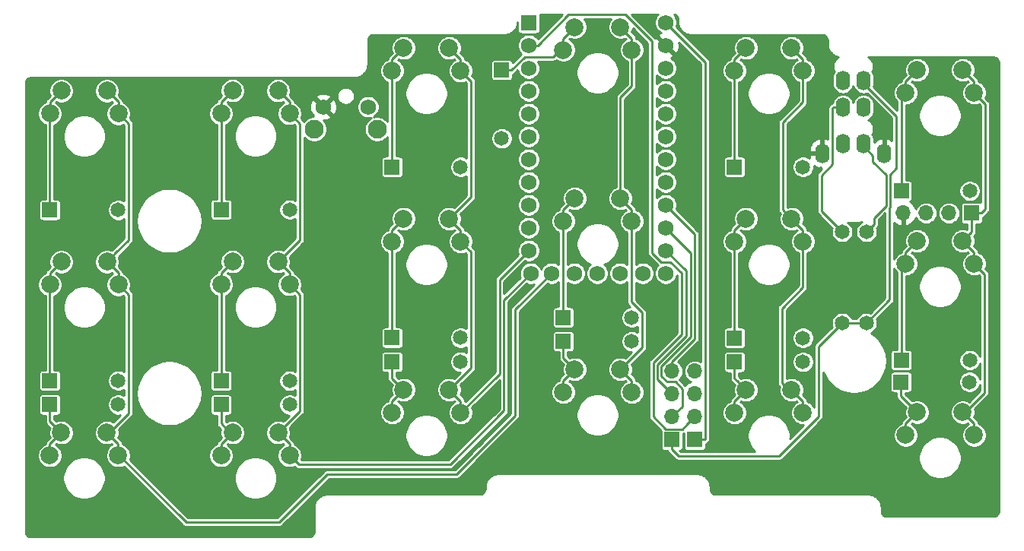
<source format=gbr>
G04 #@! TF.GenerationSoftware,KiCad,Pcbnew,(5.1.0)-1*
G04 #@! TF.CreationDate,2020-09-29T23:23:54+10:00*
G04 #@! TF.ProjectId,oddball,6f646462-616c-46c2-9e6b-696361645f70,rev?*
G04 #@! TF.SameCoordinates,Original*
G04 #@! TF.FileFunction,Copper,L2,Bot*
G04 #@! TF.FilePolarity,Positive*
%FSLAX46Y46*%
G04 Gerber Fmt 4.6, Leading zero omitted, Abs format (unit mm)*
G04 Created by KiCad (PCBNEW (5.1.0)-1) date 2020-09-29 23:23:54*
%MOMM*%
%LPD*%
G04 APERTURE LIST*
%ADD10C,1.651000*%
%ADD11C,2.100000*%
%ADD12C,1.750000*%
%ADD13O,1.700000X1.700000*%
%ADD14R,1.700000X1.700000*%
%ADD15R,1.752600X1.752600*%
%ADD16C,1.752600*%
%ADD17C,2.000000*%
%ADD18R,1.651000X1.651000*%
%ADD19O,1.600000X2.200000*%
%ADD20C,0.250000*%
%ADD21C,0.254000*%
G04 APERTURE END LIST*
D10*
X167600000Y-92180000D03*
X167600000Y-82020000D03*
X164900000Y-82020000D03*
X164900000Y-92180000D03*
D11*
X106123903Y-70591653D03*
D12*
X107133903Y-68101653D03*
X112133903Y-68101653D03*
D11*
X113133903Y-70591653D03*
D13*
X148480000Y-97550000D03*
X148480000Y-100090000D03*
X148480000Y-102630000D03*
D14*
X148480000Y-105170000D03*
D15*
X130010000Y-58710000D03*
D16*
X130010000Y-61250000D03*
X130010000Y-63790000D03*
X130010000Y-66330000D03*
X130010000Y-68870000D03*
X130010000Y-71410000D03*
X130010000Y-73950000D03*
X130010000Y-76490000D03*
X130010000Y-79030000D03*
X130010000Y-81570000D03*
X130010000Y-84110000D03*
X145250000Y-86650000D03*
X145250000Y-84110000D03*
X145250000Y-81570000D03*
X145250000Y-79030000D03*
X145250000Y-76490000D03*
X145250000Y-73950000D03*
X145250000Y-71410000D03*
X145250000Y-68870000D03*
X145250000Y-66330000D03*
X145250000Y-63790000D03*
X145250000Y-61250000D03*
X130238600Y-86650000D03*
X145250000Y-58710000D03*
X142710000Y-86650000D03*
X140170000Y-86650000D03*
X137630000Y-86650000D03*
X135090000Y-86650000D03*
X132550000Y-86650000D03*
D17*
X135130000Y-59220000D03*
X141480000Y-61760000D03*
X133860000Y-61760000D03*
X140210000Y-59220000D03*
X77990000Y-66300000D03*
X84340000Y-68840000D03*
X76720000Y-68840000D03*
X83070000Y-66300000D03*
D13*
X145940000Y-97550000D03*
X145940000Y-100090000D03*
X145940000Y-102630000D03*
D14*
X145940000Y-105170000D03*
D17*
X116080000Y-80570000D03*
X122430000Y-83110000D03*
X114810000Y-83110000D03*
X121160000Y-80570000D03*
X154180000Y-61540000D03*
X160530000Y-64080000D03*
X152910000Y-64080000D03*
X159260000Y-61540000D03*
D14*
X179300000Y-79930000D03*
D13*
X176760000Y-79930000D03*
X174220000Y-79930000D03*
X171680000Y-79930000D03*
D17*
X97050000Y-85340000D03*
X103400000Y-87880000D03*
X95780000Y-87880000D03*
X102130000Y-85340000D03*
X97050000Y-66290000D03*
X103400000Y-68830000D03*
X95780000Y-68830000D03*
X102130000Y-66290000D03*
X116080000Y-61540000D03*
X122430000Y-64080000D03*
X114810000Y-64080000D03*
X121160000Y-61540000D03*
X173230000Y-63990000D03*
X179580000Y-66530000D03*
X171960000Y-66530000D03*
X178310000Y-63990000D03*
D18*
X171460000Y-77470000D03*
D10*
X179080000Y-77470000D03*
D18*
X133860000Y-91570000D03*
D10*
X141480000Y-91570000D03*
D18*
X152910000Y-93840000D03*
D10*
X160530000Y-93840000D03*
D18*
X171460000Y-96320000D03*
D10*
X179080000Y-96320000D03*
D18*
X114800000Y-93830000D03*
D10*
X122420000Y-93830000D03*
D18*
X114800000Y-74800000D03*
D10*
X122420000Y-74800000D03*
D18*
X76710000Y-98600000D03*
D10*
X84330000Y-98600000D03*
D18*
X95780000Y-98610000D03*
D10*
X103400000Y-98610000D03*
D18*
X76710000Y-79590000D03*
D10*
X84330000Y-79590000D03*
D18*
X152910000Y-74790000D03*
D10*
X160530000Y-74790000D03*
D19*
X167266000Y-68176000D03*
X167266000Y-65176000D03*
X167266000Y-72176000D03*
X162666000Y-73276000D03*
X169566000Y-73276000D03*
X164966000Y-72176000D03*
X164966000Y-68176000D03*
X164966000Y-65176000D03*
D18*
X127000000Y-64000000D03*
D10*
X127000000Y-71620000D03*
D18*
X95780000Y-79550000D03*
D10*
X103400000Y-79550000D03*
D17*
X173230000Y-102120000D03*
X179580000Y-104660000D03*
X171960000Y-104660000D03*
X178310000Y-102120000D03*
D18*
X95780000Y-101280000D03*
D10*
X103400000Y-101280000D03*
D18*
X76710000Y-101270000D03*
D10*
X84330000Y-101270000D03*
D18*
X114800000Y-96510000D03*
D10*
X122420000Y-96510000D03*
D17*
X135130000Y-97340000D03*
X141480000Y-99880000D03*
X133860000Y-99880000D03*
X140210000Y-97340000D03*
X116080000Y-99620000D03*
X122430000Y-102160000D03*
X114810000Y-102160000D03*
X121160000Y-99620000D03*
X97050000Y-104390000D03*
X103400000Y-106930000D03*
X95780000Y-106930000D03*
X102130000Y-104390000D03*
D18*
X133860000Y-94230000D03*
D10*
X141480000Y-94230000D03*
D17*
X77980000Y-104390000D03*
X84330000Y-106930000D03*
X76710000Y-106930000D03*
X83060000Y-104390000D03*
X154180000Y-80570000D03*
X160530000Y-83110000D03*
X152910000Y-83110000D03*
X159260000Y-80570000D03*
X135130000Y-78300000D03*
X141480000Y-80840000D03*
X133860000Y-80840000D03*
X140210000Y-78300000D03*
X77990000Y-85350000D03*
X84340000Y-87890000D03*
X76720000Y-87890000D03*
X83070000Y-85350000D03*
D18*
X152910000Y-96520000D03*
D10*
X160530000Y-96520000D03*
D17*
X173230000Y-83040000D03*
X179580000Y-85580000D03*
X171960000Y-85580000D03*
X178310000Y-83040000D03*
D18*
X171440000Y-98750000D03*
D10*
X179060000Y-98750000D03*
D17*
X154180000Y-99630000D03*
X160530000Y-102170000D03*
X152910000Y-102170000D03*
X159260000Y-99630000D03*
D20*
X76720000Y-67570000D02*
X76720000Y-68840000D01*
X77990000Y-66300000D02*
X76720000Y-67570000D01*
X76710000Y-79590000D02*
X76710000Y-68850000D01*
X76710000Y-68850000D02*
X76720000Y-68840000D01*
X97050000Y-66290000D02*
X95780000Y-67560000D01*
X95780000Y-79550000D02*
X95780000Y-68830000D01*
X95780000Y-67560000D02*
X95780000Y-68830000D01*
X114800000Y-74800000D02*
X114800000Y-64090000D01*
X114800000Y-64090000D02*
X114810000Y-64080000D01*
X114810000Y-62810000D02*
X114810000Y-64080000D01*
X116080000Y-61540000D02*
X114810000Y-62810000D01*
X129555500Y-62520000D02*
X132732602Y-62520000D01*
X132732602Y-62520000D02*
X133492602Y-61760000D01*
X133492602Y-61760000D02*
X133860000Y-61760000D01*
X135130000Y-59220000D02*
X133860000Y-60490000D01*
X133860000Y-60490000D02*
X133860000Y-61760000D01*
X127000000Y-64000000D02*
X128075500Y-64000000D01*
X128075500Y-64000000D02*
X129555500Y-62520000D01*
X152910000Y-62810000D02*
X152910000Y-64080000D01*
X152910000Y-74790000D02*
X152910000Y-64080000D01*
X154180000Y-61540000D02*
X152910000Y-62810000D01*
X171460000Y-77470000D02*
X171460000Y-67030000D01*
X171460000Y-67030000D02*
X171960000Y-66530000D01*
X171960000Y-65260000D02*
X171960000Y-66530000D01*
X173230000Y-63990000D02*
X171960000Y-65260000D01*
X76720000Y-86620000D02*
X76720000Y-87890000D01*
X77990000Y-85350000D02*
X76720000Y-86620000D01*
X76710000Y-98600000D02*
X76710000Y-87900000D01*
X76710000Y-87900000D02*
X76720000Y-87890000D01*
X95780000Y-87805000D02*
X96435000Y-87150000D01*
X97050000Y-85340000D02*
X95780000Y-86610000D01*
X95780000Y-98610000D02*
X95780000Y-87805000D01*
X95780000Y-86610000D02*
X95780000Y-87880000D01*
X116080000Y-80570000D02*
X114810000Y-81840000D01*
X114810000Y-81840000D02*
X114810000Y-83110000D01*
X114800000Y-93830000D02*
X114800000Y-83120000D01*
X114800000Y-83120000D02*
X114810000Y-83110000D01*
X133860000Y-91570000D02*
X133830000Y-91540000D01*
X133830000Y-91540000D02*
X133830000Y-80870000D01*
X133860000Y-79570000D02*
X133860000Y-80840000D01*
X133830000Y-80870000D02*
X133860000Y-80840000D01*
X135130000Y-78300000D02*
X133860000Y-79570000D01*
X152910000Y-81840000D02*
X152910000Y-83110000D01*
X152910000Y-93840000D02*
X152910000Y-83110000D01*
X154180000Y-80570000D02*
X152910000Y-81840000D01*
X171460000Y-86080000D02*
X171960000Y-85580000D01*
X171460000Y-96320000D02*
X171460000Y-86080000D01*
X173230000Y-83040000D02*
X171960000Y-84310000D01*
X171960000Y-84310000D02*
X171960000Y-85580000D01*
X76710000Y-105660000D02*
X76710000Y-106930000D01*
X76710000Y-103120000D02*
X76710000Y-101270000D01*
X77980000Y-104390000D02*
X76710000Y-103120000D01*
X77980000Y-104390000D02*
X76710000Y-105660000D01*
X97050000Y-104390000D02*
X95780000Y-105660000D01*
X95780000Y-105660000D02*
X95780000Y-106930000D01*
X97070000Y-104680000D02*
X95780000Y-103390000D01*
X95780000Y-103390000D02*
X95780000Y-101280000D01*
X116080000Y-99620000D02*
X114810000Y-100890000D01*
X114810000Y-100890000D02*
X114810000Y-102160000D01*
X116080000Y-99620000D02*
X114800000Y-98340000D01*
X114800000Y-98340000D02*
X114800000Y-96510000D01*
X135130000Y-97340000D02*
X133860000Y-98610000D01*
X133860000Y-98610000D02*
X133860000Y-99880000D01*
X133860000Y-94230000D02*
X133860000Y-96070000D01*
X133860000Y-96070000D02*
X135130000Y-97340000D01*
X153180001Y-98630001D02*
X154180000Y-99630000D01*
X152910000Y-96520000D02*
X152910000Y-98360000D01*
X152910000Y-98360000D02*
X153180001Y-98630001D01*
X154180000Y-99630000D02*
X152910000Y-100900000D01*
X152910000Y-100900000D02*
X152910000Y-102170000D01*
X171440000Y-98750000D02*
X171440000Y-100330000D01*
X173230000Y-102120000D02*
X171960000Y-103390000D01*
X171960000Y-103390000D02*
X171960000Y-104660000D01*
X171440000Y-100330000D02*
X173230000Y-102120000D01*
X179580000Y-103390000D02*
X179580000Y-104660000D01*
X180579999Y-86579999D02*
X179580000Y-85580000D01*
X179580000Y-66530000D02*
X180848000Y-67798000D01*
X179580000Y-65260000D02*
X179580000Y-66530000D01*
X180730501Y-99969499D02*
X180730501Y-86730501D01*
X178290000Y-102410000D02*
X180730501Y-99969499D01*
X179580000Y-84310000D02*
X179580000Y-85580000D01*
X179300000Y-82050000D02*
X178310000Y-83040000D01*
X178310000Y-63990000D02*
X179580000Y-65260000D01*
X178310000Y-83040000D02*
X179580000Y-84310000D01*
X178310000Y-102120000D02*
X179580000Y-103390000D01*
X180730501Y-86730501D02*
X180579999Y-86579999D01*
X180400000Y-79930000D02*
X179300000Y-79930000D01*
X180848000Y-67798000D02*
X180848000Y-79482000D01*
X179300000Y-79930000D02*
X179300000Y-82050000D01*
X180848000Y-79482000D02*
X180400000Y-79930000D01*
X159260000Y-99630000D02*
X160530000Y-100900000D01*
X160530000Y-100900000D02*
X160530000Y-102170000D01*
X160530000Y-84524213D02*
X160530000Y-83110000D01*
X160530000Y-67560000D02*
X160530000Y-64080000D01*
X160530000Y-81840000D02*
X160530000Y-83110000D01*
X159260000Y-80570000D02*
X158260001Y-79570001D01*
X158165272Y-98845272D02*
X158165272Y-90534728D01*
X159240000Y-99920000D02*
X158165272Y-98845272D01*
X158165272Y-90534728D02*
X160530000Y-88170000D01*
X159260000Y-61540000D02*
X160530000Y-62810000D01*
X158260001Y-79570001D02*
X158260001Y-69829999D01*
X160530000Y-62810000D02*
X160530000Y-64080000D01*
X159260000Y-80570000D02*
X160530000Y-81840000D01*
X158260001Y-69829999D02*
X160530000Y-67560000D01*
X160530000Y-88170000D02*
X160530000Y-84524213D01*
X162590000Y-79710000D02*
X164074501Y-81194501D01*
X163791010Y-74517988D02*
X162590000Y-75718998D01*
X162590000Y-75718998D02*
X162590000Y-79710000D01*
X163916000Y-68176000D02*
X163791010Y-68300990D01*
X163791010Y-68300990D02*
X163791010Y-74517988D01*
X164966000Y-68176000D02*
X163916000Y-68176000D01*
X164074501Y-81194501D02*
X164900000Y-82020000D01*
X167600000Y-92180000D02*
X166432567Y-92180000D01*
X170180000Y-79347413D02*
X170225012Y-79302401D01*
X170180000Y-89600000D02*
X170180000Y-79347413D01*
X145940000Y-105170000D02*
X145940000Y-104860000D01*
X170225012Y-79302401D02*
X170225012Y-75646988D01*
X146698901Y-107028901D02*
X145940000Y-106270000D01*
X162280000Y-94800000D02*
X162280000Y-102581974D01*
X157833073Y-107028901D02*
X146698901Y-107028901D01*
X170942000Y-69152000D02*
X167266000Y-65476000D01*
X167266000Y-65476000D02*
X167266000Y-65176000D01*
X162280000Y-102581974D02*
X157833073Y-107028901D01*
X164900000Y-92180000D02*
X162280000Y-94800000D01*
X145940000Y-106270000D02*
X145940000Y-105170000D01*
X166432567Y-92180000D02*
X164900000Y-92180000D01*
X167600000Y-92180000D02*
X170180000Y-89600000D01*
X170225012Y-75646988D02*
X170942000Y-74930000D01*
X170942000Y-74930000D02*
X170942000Y-69152000D01*
X168425499Y-81194501D02*
X167600000Y-82020000D01*
X169775001Y-79116001D02*
X168425499Y-80465503D01*
X167266000Y-72476000D02*
X168316000Y-73526000D01*
X168316000Y-74224998D02*
X169775001Y-75683999D01*
X168316000Y-73526000D02*
X168316000Y-74224998D01*
X168425499Y-80465503D02*
X168425499Y-81194501D01*
X169775001Y-75683999D02*
X169775001Y-79116001D01*
X167266000Y-72176000D02*
X167266000Y-72476000D01*
X147000000Y-93477180D02*
X143864979Y-96612201D01*
X131000000Y-61250000D02*
X134400000Y-57850000D01*
X147000000Y-86622074D02*
X147000000Y-93477180D01*
X147630001Y-103479999D02*
X148480000Y-102630000D01*
X143864979Y-96612201D02*
X143864979Y-102614979D01*
X145244999Y-103994999D02*
X147115001Y-103994999D01*
X145757926Y-85380000D02*
X147000000Y-86622074D01*
X144742074Y-85380000D02*
X145757926Y-85380000D01*
X143750000Y-60798998D02*
X143750000Y-84387926D01*
X143864979Y-102614979D02*
X145244999Y-103994999D01*
X134400000Y-57850000D02*
X140801002Y-57850000D01*
X130010000Y-61250000D02*
X131000000Y-61250000D01*
X140801002Y-57850000D02*
X143750000Y-60798998D01*
X143750000Y-84387926D02*
X144742074Y-85380000D01*
X147115001Y-103994999D02*
X147630001Y-103479999D01*
X149580000Y-105170000D02*
X148480000Y-105170000D01*
X149655001Y-63115001D02*
X149655001Y-105094999D01*
X149655001Y-105094999D02*
X149580000Y-105170000D01*
X145250000Y-58710000D02*
X149655001Y-63115001D01*
X147500000Y-93613590D02*
X144314989Y-96798601D01*
X144314989Y-98464989D02*
X145090001Y-99240001D01*
X147500000Y-86360000D02*
X147500000Y-93613590D01*
X145250000Y-84110000D02*
X147500000Y-86360000D01*
X144314989Y-96798601D02*
X144314989Y-98464989D01*
X145090001Y-99240001D02*
X145940000Y-100090000D01*
X148500000Y-93950000D02*
X148500000Y-85250000D01*
X145250000Y-79030000D02*
X148500000Y-82280000D01*
X148500000Y-82280000D02*
X148500000Y-85250000D01*
X145940000Y-97550000D02*
X145940000Y-96510000D01*
X145940000Y-96510000D02*
X148500000Y-93950000D01*
X145375999Y-98725001D02*
X144764999Y-98114001D01*
X145940000Y-102630000D02*
X147115001Y-101454999D01*
X144764999Y-98114001D02*
X144764999Y-96985001D01*
X148049989Y-93700011D02*
X148049989Y-86950011D01*
X145250000Y-81570000D02*
X148049990Y-84369990D01*
X144764999Y-96985001D02*
X148049989Y-93700011D01*
X146314003Y-98725001D02*
X145375999Y-98725001D01*
X147115001Y-101454999D02*
X147115001Y-99525999D01*
X148049990Y-84369990D02*
X148049990Y-86950010D01*
X148049990Y-86950010D02*
X148049989Y-86950011D01*
X147115001Y-99525999D02*
X146314003Y-98725001D01*
X132550000Y-86650000D02*
X128500000Y-90700000D01*
X91875000Y-114400000D02*
X83675000Y-106200000D01*
X84069999Y-84350001D02*
X83070000Y-85350000D01*
X128500000Y-90700000D02*
X128500000Y-102500000D01*
X84340000Y-67570000D02*
X84340000Y-68840000D01*
X85480501Y-82939499D02*
X84069999Y-84350001D01*
X85480501Y-89030501D02*
X84340000Y-87890000D01*
X107600000Y-109000000D02*
X102200000Y-114400000D01*
X124000000Y-107000000D02*
X122000000Y-109000000D01*
X83060000Y-104390000D02*
X84330000Y-105660000D01*
X85480501Y-102239499D02*
X85480501Y-89030501D01*
X83070000Y-66300000D02*
X84340000Y-67570000D01*
X84340000Y-68840000D02*
X85480501Y-69980501D01*
X124750000Y-106250000D02*
X124000000Y-107000000D01*
X122000000Y-109000000D02*
X107600000Y-109000000D01*
X102200000Y-114400000D02*
X91875000Y-114400000D01*
X84330000Y-105660000D02*
X84330000Y-106930000D01*
X128500000Y-102500000D02*
X124000000Y-107000000D01*
X83070000Y-85350000D02*
X84340000Y-86620000D01*
X84340000Y-86620000D02*
X84340000Y-87890000D01*
X83040000Y-104680000D02*
X85480501Y-102239499D01*
X85480501Y-69980501D02*
X85480501Y-82939499D01*
X103400000Y-87880000D02*
X104550501Y-89030501D01*
X103129999Y-103390001D02*
X102130000Y-104390000D01*
X104550501Y-69980501D02*
X103400000Y-68830000D01*
X102130000Y-85340000D02*
X104550501Y-82919499D01*
X121280001Y-107929999D02*
X104399999Y-107929999D01*
X104399999Y-107929999D02*
X103400000Y-106930000D01*
X104550501Y-89030501D02*
X104550501Y-101969499D01*
X104550501Y-101969499D02*
X103129999Y-103390001D01*
X104550501Y-82919499D02*
X104550501Y-69980501D01*
X127255000Y-101955000D02*
X121280001Y-107929999D01*
X103400000Y-86610000D02*
X103400000Y-87880000D01*
X103400000Y-105660000D02*
X103400000Y-106930000D01*
X102130000Y-85340000D02*
X103400000Y-86610000D01*
X103400000Y-67560000D02*
X103400000Y-68830000D01*
X127255000Y-89633600D02*
X127255000Y-101955000D01*
X130238600Y-86650000D02*
X127255000Y-89633600D01*
X102130000Y-104390000D02*
X103400000Y-105660000D01*
X102130000Y-66290000D02*
X103400000Y-67560000D01*
X123570501Y-78159499D02*
X123570501Y-65220501D01*
X130010000Y-84110000D02*
X126750000Y-87370000D01*
X121160000Y-99620000D02*
X122430000Y-100890000D01*
X122430000Y-62810000D02*
X122430000Y-64080000D01*
X121160000Y-61540000D02*
X122430000Y-62810000D01*
X126750000Y-97840000D02*
X122430000Y-102160000D01*
X121160000Y-80570000D02*
X122430000Y-81840000D01*
X121160000Y-99620000D02*
X123570501Y-97209499D01*
X121160000Y-80570000D02*
X123570501Y-78159499D01*
X126750000Y-87370000D02*
X126750000Y-97840000D01*
X122430000Y-100890000D02*
X122430000Y-102160000D01*
X122430000Y-81840000D02*
X122430000Y-83110000D01*
X123570501Y-65220501D02*
X122430000Y-64080000D01*
X123570501Y-97209499D02*
X123570501Y-84250501D01*
X123570501Y-84250501D02*
X122430000Y-83110000D01*
X142630501Y-94919499D02*
X141209999Y-96340001D01*
X140210000Y-67040000D02*
X141480000Y-65770000D01*
X141450000Y-80870000D02*
X141450000Y-89837258D01*
X141480000Y-98610000D02*
X141480000Y-99880000D01*
X142630501Y-91017759D02*
X142630501Y-94919499D01*
X141480000Y-65770000D02*
X141480000Y-61760000D01*
X141450000Y-89837258D02*
X142630501Y-91017759D01*
X141480000Y-60490000D02*
X141480000Y-61760000D01*
X141480000Y-80840000D02*
X141450000Y-80870000D01*
X141480000Y-79570000D02*
X141480000Y-80840000D01*
X141209999Y-96340001D02*
X140210000Y-97340000D01*
X140210000Y-97340000D02*
X141480000Y-98610000D01*
X140210000Y-78300000D02*
X140210000Y-67040000D01*
X140560000Y-97340000D02*
X140210000Y-97340000D01*
X140210000Y-78300000D02*
X141480000Y-79570000D01*
X140210000Y-59220000D02*
X141480000Y-60490000D01*
D21*
G36*
X131026376Y-60508033D02*
G01*
X130986609Y-60448518D01*
X130811482Y-60273391D01*
X130605555Y-60135795D01*
X130376741Y-60041017D01*
X130133833Y-59992700D01*
X129886167Y-59992700D01*
X129643259Y-60041017D01*
X129414445Y-60135795D01*
X129208518Y-60273391D01*
X129033391Y-60448518D01*
X128895795Y-60654445D01*
X128801017Y-60883259D01*
X128752700Y-61126167D01*
X128752700Y-61373833D01*
X128801017Y-61616741D01*
X128895795Y-61845555D01*
X129033391Y-62051482D01*
X129170909Y-62189000D01*
X128206287Y-63153622D01*
X128200987Y-63099811D01*
X128179201Y-63027992D01*
X128143822Y-62961804D01*
X128096211Y-62903789D01*
X128038196Y-62856178D01*
X127972008Y-62820799D01*
X127900189Y-62799013D01*
X127825500Y-62791657D01*
X126174500Y-62791657D01*
X126099811Y-62799013D01*
X126027992Y-62820799D01*
X125961804Y-62856178D01*
X125903789Y-62903789D01*
X125856178Y-62961804D01*
X125820799Y-63027992D01*
X125799013Y-63099811D01*
X125791657Y-63174500D01*
X125791657Y-64825500D01*
X125799013Y-64900189D01*
X125820799Y-64972008D01*
X125856178Y-65038196D01*
X125903789Y-65096211D01*
X125961804Y-65143822D01*
X126027992Y-65179201D01*
X126099811Y-65200987D01*
X126174500Y-65208343D01*
X127825500Y-65208343D01*
X127900189Y-65200987D01*
X127972008Y-65179201D01*
X128038196Y-65143822D01*
X128096211Y-65096211D01*
X128143822Y-65038196D01*
X128179201Y-64972008D01*
X128200987Y-64900189D01*
X128208343Y-64825500D01*
X128208343Y-64488471D01*
X128270075Y-64469745D01*
X128357979Y-64422759D01*
X128435027Y-64359527D01*
X128450876Y-64340215D01*
X128773365Y-64017726D01*
X128801017Y-64156741D01*
X128895795Y-64385555D01*
X129033391Y-64591482D01*
X129208518Y-64766609D01*
X129414445Y-64904205D01*
X129643259Y-64998983D01*
X129886167Y-65047300D01*
X130133833Y-65047300D01*
X130376741Y-64998983D01*
X130605555Y-64904205D01*
X130811482Y-64766609D01*
X130986609Y-64591482D01*
X131124205Y-64385555D01*
X131218983Y-64156741D01*
X131237013Y-64066093D01*
X135295100Y-64066093D01*
X135295100Y-64533907D01*
X135386366Y-64992733D01*
X135565391Y-65424937D01*
X135825295Y-65813910D01*
X136156090Y-66144705D01*
X136545063Y-66404609D01*
X136977267Y-66583634D01*
X137436093Y-66674900D01*
X137903907Y-66674900D01*
X138362733Y-66583634D01*
X138794937Y-66404609D01*
X139183910Y-66144705D01*
X139514705Y-65813910D01*
X139774609Y-65424937D01*
X139953634Y-64992733D01*
X140044900Y-64533907D01*
X140044900Y-64066093D01*
X139953634Y-63607267D01*
X139774609Y-63175063D01*
X139514705Y-62786090D01*
X139183910Y-62455295D01*
X138794937Y-62195391D01*
X138362733Y-62016366D01*
X137903907Y-61925100D01*
X137436093Y-61925100D01*
X136977267Y-62016366D01*
X136545063Y-62195391D01*
X136156090Y-62455295D01*
X135825295Y-62786090D01*
X135565391Y-63175063D01*
X135386366Y-63607267D01*
X135295100Y-64066093D01*
X131237013Y-64066093D01*
X131267300Y-63913833D01*
X131267300Y-63666167D01*
X131218983Y-63423259D01*
X131124205Y-63194445D01*
X131011654Y-63026000D01*
X132707756Y-63026000D01*
X132732602Y-63028447D01*
X132757448Y-63026000D01*
X132757456Y-63026000D01*
X132831795Y-63018678D01*
X132927177Y-62989745D01*
X133015081Y-62942759D01*
X133073113Y-62895133D01*
X133205851Y-62983826D01*
X133457177Y-63087929D01*
X133723983Y-63141000D01*
X133996017Y-63141000D01*
X134262823Y-63087929D01*
X134514149Y-62983826D01*
X134740336Y-62832693D01*
X134932693Y-62640336D01*
X135083826Y-62414149D01*
X135187929Y-62162823D01*
X135241000Y-61896017D01*
X135241000Y-61623983D01*
X135187929Y-61357177D01*
X135083826Y-61105851D01*
X134932693Y-60879664D01*
X134740336Y-60687307D01*
X134523302Y-60542290D01*
X134579028Y-60486563D01*
X134727177Y-60547929D01*
X134993983Y-60601000D01*
X135266017Y-60601000D01*
X135532823Y-60547929D01*
X135784149Y-60443826D01*
X136010336Y-60292693D01*
X136202693Y-60100336D01*
X136353826Y-59874149D01*
X136457929Y-59622823D01*
X136511000Y-59356017D01*
X136511000Y-59083983D01*
X136457929Y-58817177D01*
X136353826Y-58565851D01*
X136213608Y-58356000D01*
X139126392Y-58356000D01*
X138986174Y-58565851D01*
X138882071Y-58817177D01*
X138829000Y-59083983D01*
X138829000Y-59356017D01*
X138882071Y-59622823D01*
X138986174Y-59874149D01*
X139137307Y-60100336D01*
X139329664Y-60292693D01*
X139555851Y-60443826D01*
X139807177Y-60547929D01*
X140073983Y-60601000D01*
X140346017Y-60601000D01*
X140612823Y-60547929D01*
X140760972Y-60486564D01*
X140816698Y-60542290D01*
X140599664Y-60687307D01*
X140407307Y-60879664D01*
X140256174Y-61105851D01*
X140152071Y-61357177D01*
X140099000Y-61623983D01*
X140099000Y-61896017D01*
X140152071Y-62162823D01*
X140256174Y-62414149D01*
X140407307Y-62640336D01*
X140599664Y-62832693D01*
X140825851Y-62983826D01*
X140974001Y-63045192D01*
X140974000Y-65560408D01*
X139869780Y-66664629D01*
X139850474Y-66680473D01*
X139787242Y-66757521D01*
X139771824Y-66786366D01*
X139740255Y-66845426D01*
X139711322Y-66940808D01*
X139701553Y-67040000D01*
X139704001Y-67064856D01*
X139704000Y-77014808D01*
X139555851Y-77076174D01*
X139329664Y-77227307D01*
X139137307Y-77419664D01*
X138986174Y-77645851D01*
X138882071Y-77897177D01*
X138829000Y-78163983D01*
X138829000Y-78436017D01*
X138882071Y-78702823D01*
X138986174Y-78954149D01*
X139137307Y-79180336D01*
X139329664Y-79372693D01*
X139555851Y-79523826D01*
X139807177Y-79627929D01*
X140073983Y-79681000D01*
X140346017Y-79681000D01*
X140612823Y-79627929D01*
X140760972Y-79566564D01*
X140816698Y-79622290D01*
X140599664Y-79767307D01*
X140407307Y-79959664D01*
X140256174Y-80185851D01*
X140152071Y-80437177D01*
X140099000Y-80703983D01*
X140099000Y-80976017D01*
X140152071Y-81242823D01*
X140256174Y-81494149D01*
X140407307Y-81720336D01*
X140599664Y-81912693D01*
X140825851Y-82063826D01*
X140944000Y-82112765D01*
X140944001Y-85655028D01*
X140765555Y-85535795D01*
X140536741Y-85441017D01*
X140293833Y-85392700D01*
X140046167Y-85392700D01*
X139803259Y-85441017D01*
X139574445Y-85535795D01*
X139368518Y-85673391D01*
X139193391Y-85848518D01*
X139055795Y-86054445D01*
X138961017Y-86283259D01*
X138912700Y-86526167D01*
X138912700Y-86773833D01*
X138961017Y-87016741D01*
X139055795Y-87245555D01*
X139193391Y-87451482D01*
X139368518Y-87626609D01*
X139574445Y-87764205D01*
X139803259Y-87858983D01*
X140046167Y-87907300D01*
X140293833Y-87907300D01*
X140536741Y-87858983D01*
X140765555Y-87764205D01*
X140944001Y-87644971D01*
X140944001Y-89812402D01*
X140941553Y-89837258D01*
X140951322Y-89936450D01*
X140980255Y-90031832D01*
X141002127Y-90072750D01*
X141027242Y-90119737D01*
X141090474Y-90196785D01*
X141109780Y-90212629D01*
X141277328Y-90380177D01*
X141128077Y-90409865D01*
X140908508Y-90500813D01*
X140710901Y-90632850D01*
X140542850Y-90800901D01*
X140410813Y-90998508D01*
X140319865Y-91218077D01*
X140273500Y-91451170D01*
X140273500Y-91688830D01*
X140319865Y-91921923D01*
X140410813Y-92141492D01*
X140542850Y-92339099D01*
X140710901Y-92507150D01*
X140908508Y-92639187D01*
X141128077Y-92730135D01*
X141361170Y-92776500D01*
X141598830Y-92776500D01*
X141831923Y-92730135D01*
X142051492Y-92639187D01*
X142124501Y-92590404D01*
X142124502Y-93209597D01*
X142051492Y-93160813D01*
X141831923Y-93069865D01*
X141598830Y-93023500D01*
X141361170Y-93023500D01*
X141128077Y-93069865D01*
X140908508Y-93160813D01*
X140710901Y-93292850D01*
X140542850Y-93460901D01*
X140410813Y-93658508D01*
X140319865Y-93878077D01*
X140273500Y-94111170D01*
X140273500Y-94348830D01*
X140319865Y-94581923D01*
X140410813Y-94801492D01*
X140542850Y-94999099D01*
X140710901Y-95167150D01*
X140908508Y-95299187D01*
X141128077Y-95390135D01*
X141361170Y-95436500D01*
X141397909Y-95436500D01*
X140869782Y-95964627D01*
X140869777Y-95964631D01*
X140760972Y-96073436D01*
X140612823Y-96012071D01*
X140346017Y-95959000D01*
X140073983Y-95959000D01*
X139807177Y-96012071D01*
X139555851Y-96116174D01*
X139329664Y-96267307D01*
X139137307Y-96459664D01*
X138986174Y-96685851D01*
X138882071Y-96937177D01*
X138829000Y-97203983D01*
X138829000Y-97476017D01*
X138882071Y-97742823D01*
X138986174Y-97994149D01*
X139137307Y-98220336D01*
X139329664Y-98412693D01*
X139555851Y-98563826D01*
X139807177Y-98667929D01*
X140073983Y-98721000D01*
X140346017Y-98721000D01*
X140612823Y-98667929D01*
X140760972Y-98606564D01*
X140816698Y-98662290D01*
X140599664Y-98807307D01*
X140407307Y-98999664D01*
X140256174Y-99225851D01*
X140152071Y-99477177D01*
X140099000Y-99743983D01*
X140099000Y-100016017D01*
X140152071Y-100282823D01*
X140256174Y-100534149D01*
X140407307Y-100760336D01*
X140599664Y-100952693D01*
X140825851Y-101103826D01*
X141077177Y-101207929D01*
X141343983Y-101261000D01*
X141616017Y-101261000D01*
X141882823Y-101207929D01*
X142134149Y-101103826D01*
X142360336Y-100952693D01*
X142552693Y-100760336D01*
X142703826Y-100534149D01*
X142807929Y-100282823D01*
X142861000Y-100016017D01*
X142861000Y-99743983D01*
X142807929Y-99477177D01*
X142703826Y-99225851D01*
X142552693Y-98999664D01*
X142360336Y-98807307D01*
X142134149Y-98656174D01*
X141986991Y-98595219D01*
X141986000Y-98585153D01*
X141986000Y-98585146D01*
X141978678Y-98510807D01*
X141975097Y-98499000D01*
X141949745Y-98415425D01*
X141940472Y-98398077D01*
X141902759Y-98327521D01*
X141839527Y-98250473D01*
X141820220Y-98234628D01*
X141476564Y-97890972D01*
X141537929Y-97742823D01*
X141591000Y-97476017D01*
X141591000Y-97203983D01*
X141537929Y-96937177D01*
X141476564Y-96789028D01*
X141585369Y-96680223D01*
X141585373Y-96680218D01*
X142970721Y-95294871D01*
X142990028Y-95279026D01*
X143053260Y-95201978D01*
X143100246Y-95114074D01*
X143123777Y-95036500D01*
X143129179Y-95018693D01*
X143131992Y-94990135D01*
X143136501Y-94944353D01*
X143136501Y-94944346D01*
X143138948Y-94919500D01*
X143136501Y-94894654D01*
X143136501Y-91042613D01*
X143138949Y-91017759D01*
X143129179Y-90918566D01*
X143100246Y-90823184D01*
X143087422Y-90799192D01*
X143053260Y-90735280D01*
X142990028Y-90658232D01*
X142970721Y-90642387D01*
X141956000Y-89627667D01*
X141956000Y-87658335D01*
X142114445Y-87764205D01*
X142343259Y-87858983D01*
X142586167Y-87907300D01*
X142833833Y-87907300D01*
X143076741Y-87858983D01*
X143305555Y-87764205D01*
X143511482Y-87626609D01*
X143686609Y-87451482D01*
X143824205Y-87245555D01*
X143918983Y-87016741D01*
X143967300Y-86773833D01*
X143967300Y-86526167D01*
X143918983Y-86283259D01*
X143824205Y-86054445D01*
X143686609Y-85848518D01*
X143511482Y-85673391D01*
X143305555Y-85535795D01*
X143076741Y-85441017D01*
X142833833Y-85392700D01*
X142586167Y-85392700D01*
X142343259Y-85441017D01*
X142114445Y-85535795D01*
X141956000Y-85641665D01*
X141956000Y-82137618D01*
X142134149Y-82063826D01*
X142360336Y-81912693D01*
X142552693Y-81720336D01*
X142703826Y-81494149D01*
X142807929Y-81242823D01*
X142861000Y-80976017D01*
X142861000Y-80703983D01*
X142807929Y-80437177D01*
X142703826Y-80185851D01*
X142552693Y-79959664D01*
X142360336Y-79767307D01*
X142134149Y-79616174D01*
X141986991Y-79555219D01*
X141986000Y-79545153D01*
X141986000Y-79545146D01*
X141978678Y-79470807D01*
X141975097Y-79459000D01*
X141949745Y-79375425D01*
X141946963Y-79370221D01*
X141902759Y-79287521D01*
X141839527Y-79210473D01*
X141820220Y-79194628D01*
X141476564Y-78850972D01*
X141537929Y-78702823D01*
X141591000Y-78436017D01*
X141591000Y-78163983D01*
X141537929Y-77897177D01*
X141433826Y-77645851D01*
X141282693Y-77419664D01*
X141090336Y-77227307D01*
X140864149Y-77076174D01*
X140716000Y-77014808D01*
X140716000Y-67249591D01*
X141820220Y-66145372D01*
X141839527Y-66129527D01*
X141902759Y-66052479D01*
X141949745Y-65964575D01*
X141960089Y-65930474D01*
X141978678Y-65869194D01*
X141983895Y-65816221D01*
X141986000Y-65794854D01*
X141986000Y-65794847D01*
X141988447Y-65770001D01*
X141986000Y-65745155D01*
X141986000Y-63045192D01*
X142134149Y-62983826D01*
X142360336Y-62832693D01*
X142552693Y-62640336D01*
X142703826Y-62414149D01*
X142807929Y-62162823D01*
X142861000Y-61896017D01*
X142861000Y-61623983D01*
X142807929Y-61357177D01*
X142703826Y-61105851D01*
X142552693Y-60879664D01*
X142360336Y-60687307D01*
X142134149Y-60536174D01*
X141986991Y-60475219D01*
X141986000Y-60465153D01*
X141986000Y-60465146D01*
X141978678Y-60390807D01*
X141975863Y-60381525D01*
X141949745Y-60295425D01*
X141936548Y-60270736D01*
X141902759Y-60207521D01*
X141839527Y-60130473D01*
X141820220Y-60114628D01*
X141476564Y-59770972D01*
X141537929Y-59622823D01*
X141591000Y-59356017D01*
X141591000Y-59355589D01*
X143244000Y-61008590D01*
X143244001Y-84363070D01*
X143241553Y-84387926D01*
X143251322Y-84487118D01*
X143280255Y-84582500D01*
X143302120Y-84623405D01*
X143327242Y-84670405D01*
X143390474Y-84747453D01*
X143409780Y-84763297D01*
X144366702Y-85720220D01*
X144382473Y-85739436D01*
X144273391Y-85848518D01*
X144135795Y-86054445D01*
X144041017Y-86283259D01*
X143992700Y-86526167D01*
X143992700Y-86773833D01*
X144041017Y-87016741D01*
X144135795Y-87245555D01*
X144273391Y-87451482D01*
X144448518Y-87626609D01*
X144654445Y-87764205D01*
X144883259Y-87858983D01*
X145126167Y-87907300D01*
X145373833Y-87907300D01*
X145616741Y-87858983D01*
X145845555Y-87764205D01*
X146051482Y-87626609D01*
X146226609Y-87451482D01*
X146364205Y-87245555D01*
X146458983Y-87016741D01*
X146494000Y-86840697D01*
X146494001Y-93267587D01*
X143524764Y-96236825D01*
X143505452Y-96252674D01*
X143442220Y-96329722D01*
X143395234Y-96417627D01*
X143366301Y-96513009D01*
X143358979Y-96587348D01*
X143358979Y-96587355D01*
X143356532Y-96612201D01*
X143358979Y-96637047D01*
X143358980Y-102590123D01*
X143356532Y-102614979D01*
X143366301Y-102714171D01*
X143395234Y-102809553D01*
X143417106Y-102850471D01*
X143442221Y-102897458D01*
X143505453Y-102974506D01*
X143524759Y-102990351D01*
X144729689Y-104195281D01*
X144714513Y-104245311D01*
X144707157Y-104320000D01*
X144707157Y-106020000D01*
X144714513Y-106094689D01*
X144736299Y-106166508D01*
X144771678Y-106232696D01*
X144819289Y-106290711D01*
X144877304Y-106338322D01*
X144943492Y-106373701D01*
X145015311Y-106395487D01*
X145090000Y-106402843D01*
X145451530Y-106402843D01*
X145470255Y-106464574D01*
X145517241Y-106552479D01*
X145580473Y-106629527D01*
X145599785Y-106645376D01*
X146323529Y-107369121D01*
X146339374Y-107388428D01*
X146416422Y-107451660D01*
X146504326Y-107498646D01*
X146599707Y-107527579D01*
X146609595Y-107528553D01*
X146674047Y-107534901D01*
X146674054Y-107534901D01*
X146698900Y-107537348D01*
X146723746Y-107534901D01*
X157808227Y-107534901D01*
X157833073Y-107537348D01*
X157857919Y-107534901D01*
X157857927Y-107534901D01*
X157932266Y-107527579D01*
X158027648Y-107498646D01*
X158115552Y-107451660D01*
X158192600Y-107388428D01*
X158208449Y-107369116D01*
X158611472Y-106966093D01*
X173395100Y-106966093D01*
X173395100Y-107433907D01*
X173486366Y-107892733D01*
X173665391Y-108324937D01*
X173925295Y-108713910D01*
X174256090Y-109044705D01*
X174645063Y-109304609D01*
X175077267Y-109483634D01*
X175536093Y-109574900D01*
X176003907Y-109574900D01*
X176462733Y-109483634D01*
X176894937Y-109304609D01*
X177283910Y-109044705D01*
X177614705Y-108713910D01*
X177874609Y-108324937D01*
X178053634Y-107892733D01*
X178144900Y-107433907D01*
X178144900Y-106966093D01*
X178053634Y-106507267D01*
X177874609Y-106075063D01*
X177614705Y-105686090D01*
X177283910Y-105355295D01*
X176894937Y-105095391D01*
X176462733Y-104916366D01*
X176003907Y-104825100D01*
X175536093Y-104825100D01*
X175077267Y-104916366D01*
X174645063Y-105095391D01*
X174256090Y-105355295D01*
X173925295Y-105686090D01*
X173665391Y-106075063D01*
X173486366Y-106507267D01*
X173395100Y-106966093D01*
X158611472Y-106966093D01*
X162620220Y-102957346D01*
X162639527Y-102941501D01*
X162702759Y-102864453D01*
X162749745Y-102776549D01*
X162778678Y-102681167D01*
X162786000Y-102606828D01*
X162786000Y-102606821D01*
X162788447Y-102581975D01*
X162786000Y-102557129D01*
X162786000Y-97653958D01*
X162829163Y-97796247D01*
X163166327Y-98427036D01*
X163620073Y-98979927D01*
X164172964Y-99433673D01*
X164803753Y-99770837D01*
X165488200Y-99978462D01*
X166021629Y-100031000D01*
X166378371Y-100031000D01*
X166911800Y-99978462D01*
X167596247Y-99770837D01*
X168227036Y-99433673D01*
X168779927Y-98979927D01*
X169233673Y-98427036D01*
X169502284Y-97924500D01*
X170231657Y-97924500D01*
X170231657Y-99575500D01*
X170239013Y-99650189D01*
X170260799Y-99722008D01*
X170296178Y-99788196D01*
X170343789Y-99846211D01*
X170401804Y-99893822D01*
X170467992Y-99929201D01*
X170539811Y-99950987D01*
X170614500Y-99958343D01*
X170934001Y-99958343D01*
X170934001Y-100305144D01*
X170931553Y-100330000D01*
X170941322Y-100429192D01*
X170970255Y-100524574D01*
X170989073Y-100559779D01*
X171017242Y-100612479D01*
X171080474Y-100689527D01*
X171099781Y-100705372D01*
X171963437Y-101569028D01*
X171902071Y-101717177D01*
X171849000Y-101983983D01*
X171849000Y-102256017D01*
X171902071Y-102522823D01*
X171963437Y-102670972D01*
X171619785Y-103014624D01*
X171600473Y-103030473D01*
X171537241Y-103107521D01*
X171490255Y-103195426D01*
X171461322Y-103290808D01*
X171454000Y-103365147D01*
X171454000Y-103365154D01*
X171453009Y-103375219D01*
X171305851Y-103436174D01*
X171079664Y-103587307D01*
X170887307Y-103779664D01*
X170736174Y-104005851D01*
X170632071Y-104257177D01*
X170579000Y-104523983D01*
X170579000Y-104796017D01*
X170632071Y-105062823D01*
X170736174Y-105314149D01*
X170887307Y-105540336D01*
X171079664Y-105732693D01*
X171305851Y-105883826D01*
X171557177Y-105987929D01*
X171823983Y-106041000D01*
X172096017Y-106041000D01*
X172362823Y-105987929D01*
X172614149Y-105883826D01*
X172840336Y-105732693D01*
X173032693Y-105540336D01*
X173183826Y-105314149D01*
X173287929Y-105062823D01*
X173341000Y-104796017D01*
X173341000Y-104523983D01*
X173287929Y-104257177D01*
X173183826Y-104005851D01*
X173032693Y-103779664D01*
X172840336Y-103587307D01*
X172623302Y-103442290D01*
X172679028Y-103386563D01*
X172827177Y-103447929D01*
X173093983Y-103501000D01*
X173366017Y-103501000D01*
X173632823Y-103447929D01*
X173884149Y-103343826D01*
X174110336Y-103192693D01*
X174302693Y-103000336D01*
X174453826Y-102774149D01*
X174557929Y-102522823D01*
X174611000Y-102256017D01*
X174611000Y-101983983D01*
X174557929Y-101717177D01*
X174453826Y-101465851D01*
X174302693Y-101239664D01*
X174110336Y-101047307D01*
X173884149Y-100896174D01*
X173632823Y-100792071D01*
X173366017Y-100739000D01*
X173093983Y-100739000D01*
X172827177Y-100792071D01*
X172679028Y-100853437D01*
X171946000Y-100120409D01*
X171946000Y-99958343D01*
X172265500Y-99958343D01*
X172340189Y-99950987D01*
X172412008Y-99929201D01*
X172478196Y-99893822D01*
X172536211Y-99846211D01*
X172583822Y-99788196D01*
X172619201Y-99722008D01*
X172640987Y-99650189D01*
X172648343Y-99575500D01*
X172648343Y-97924500D01*
X172640987Y-97849811D01*
X172619201Y-97777992D01*
X172583822Y-97711804D01*
X172536211Y-97653789D01*
X172478196Y-97606178D01*
X172412008Y-97570799D01*
X172340189Y-97549013D01*
X172265500Y-97541657D01*
X170614500Y-97541657D01*
X170539811Y-97549013D01*
X170467992Y-97570799D01*
X170401804Y-97606178D01*
X170343789Y-97653789D01*
X170296178Y-97711804D01*
X170260799Y-97777992D01*
X170239013Y-97849811D01*
X170231657Y-97924500D01*
X169502284Y-97924500D01*
X169570837Y-97796247D01*
X169778462Y-97111800D01*
X169848568Y-96400000D01*
X169778462Y-95688200D01*
X169570837Y-95003753D01*
X169233673Y-94372964D01*
X168779927Y-93820073D01*
X168227036Y-93366327D01*
X168079314Y-93287368D01*
X168171492Y-93249187D01*
X168369099Y-93117150D01*
X168537150Y-92949099D01*
X168669187Y-92751492D01*
X168760135Y-92531923D01*
X168806500Y-92298830D01*
X168806500Y-92061170D01*
X168760135Y-91828077D01*
X168733007Y-91762584D01*
X170520220Y-89975372D01*
X170539527Y-89959527D01*
X170602759Y-89882479D01*
X170649745Y-89794575D01*
X170678678Y-89699193D01*
X170686000Y-89624854D01*
X170686000Y-89624846D01*
X170688447Y-89600000D01*
X170686000Y-89575154D01*
X170686000Y-86113019D01*
X170736174Y-86234149D01*
X170887307Y-86460336D01*
X170954001Y-86527030D01*
X170954000Y-95111657D01*
X170634500Y-95111657D01*
X170559811Y-95119013D01*
X170487992Y-95140799D01*
X170421804Y-95176178D01*
X170363789Y-95223789D01*
X170316178Y-95281804D01*
X170280799Y-95347992D01*
X170259013Y-95419811D01*
X170251657Y-95494500D01*
X170251657Y-97145500D01*
X170259013Y-97220189D01*
X170280799Y-97292008D01*
X170316178Y-97358196D01*
X170363789Y-97416211D01*
X170421804Y-97463822D01*
X170487992Y-97499201D01*
X170559811Y-97520987D01*
X170634500Y-97528343D01*
X172285500Y-97528343D01*
X172360189Y-97520987D01*
X172432008Y-97499201D01*
X172498196Y-97463822D01*
X172556211Y-97416211D01*
X172603822Y-97358196D01*
X172639201Y-97292008D01*
X172660987Y-97220189D01*
X172668343Y-97145500D01*
X172668343Y-95494500D01*
X172660987Y-95419811D01*
X172639201Y-95347992D01*
X172603822Y-95281804D01*
X172556211Y-95223789D01*
X172498196Y-95176178D01*
X172432008Y-95140799D01*
X172360189Y-95119013D01*
X172285500Y-95111657D01*
X171966000Y-95111657D01*
X171966000Y-87886093D01*
X173395100Y-87886093D01*
X173395100Y-88353907D01*
X173486366Y-88812733D01*
X173665391Y-89244937D01*
X173925295Y-89633910D01*
X174256090Y-89964705D01*
X174645063Y-90224609D01*
X175077267Y-90403634D01*
X175536093Y-90494900D01*
X176003907Y-90494900D01*
X176462733Y-90403634D01*
X176894937Y-90224609D01*
X177283910Y-89964705D01*
X177614705Y-89633910D01*
X177874609Y-89244937D01*
X178053634Y-88812733D01*
X178144900Y-88353907D01*
X178144900Y-87886093D01*
X178053634Y-87427267D01*
X177874609Y-86995063D01*
X177614705Y-86606090D01*
X177283910Y-86275295D01*
X176894937Y-86015391D01*
X176462733Y-85836366D01*
X176003907Y-85745100D01*
X175536093Y-85745100D01*
X175077267Y-85836366D01*
X174645063Y-86015391D01*
X174256090Y-86275295D01*
X173925295Y-86606090D01*
X173665391Y-86995063D01*
X173486366Y-87427267D01*
X173395100Y-87886093D01*
X171966000Y-87886093D01*
X171966000Y-86961000D01*
X172096017Y-86961000D01*
X172362823Y-86907929D01*
X172614149Y-86803826D01*
X172840336Y-86652693D01*
X173032693Y-86460336D01*
X173183826Y-86234149D01*
X173287929Y-85982823D01*
X173341000Y-85716017D01*
X173341000Y-85443983D01*
X173287929Y-85177177D01*
X173183826Y-84925851D01*
X173032693Y-84699664D01*
X172840336Y-84507307D01*
X172623302Y-84362290D01*
X172679028Y-84306563D01*
X172827177Y-84367929D01*
X173093983Y-84421000D01*
X173366017Y-84421000D01*
X173632823Y-84367929D01*
X173884149Y-84263826D01*
X174110336Y-84112693D01*
X174302693Y-83920336D01*
X174453826Y-83694149D01*
X174557929Y-83442823D01*
X174611000Y-83176017D01*
X174611000Y-82903983D01*
X174557929Y-82637177D01*
X174453826Y-82385851D01*
X174302693Y-82159664D01*
X174110336Y-81967307D01*
X173884149Y-81816174D01*
X173632823Y-81712071D01*
X173366017Y-81659000D01*
X173093983Y-81659000D01*
X172827177Y-81712071D01*
X172575851Y-81816174D01*
X172349664Y-81967307D01*
X172157307Y-82159664D01*
X172006174Y-82385851D01*
X171902071Y-82637177D01*
X171849000Y-82903983D01*
X171849000Y-83176017D01*
X171902071Y-83442823D01*
X171963437Y-83590972D01*
X171619785Y-83934624D01*
X171600473Y-83950473D01*
X171537241Y-84027521D01*
X171490255Y-84115426D01*
X171461322Y-84210808D01*
X171454000Y-84285147D01*
X171454000Y-84285154D01*
X171453009Y-84295219D01*
X171305851Y-84356174D01*
X171079664Y-84507307D01*
X170887307Y-84699664D01*
X170736174Y-84925851D01*
X170686000Y-85046981D01*
X170686000Y-81032264D01*
X170913080Y-81201641D01*
X171175901Y-81326825D01*
X171323110Y-81371476D01*
X171553000Y-81250155D01*
X171553000Y-80057000D01*
X171533000Y-80057000D01*
X171533000Y-79803000D01*
X171553000Y-79803000D01*
X171553000Y-79783000D01*
X171807000Y-79783000D01*
X171807000Y-79803000D01*
X171827000Y-79803000D01*
X171827000Y-80057000D01*
X171807000Y-80057000D01*
X171807000Y-81250155D01*
X172036890Y-81371476D01*
X172184099Y-81326825D01*
X172446920Y-81201641D01*
X172680269Y-81027588D01*
X172875178Y-80811355D01*
X173024157Y-80561252D01*
X173078983Y-80406695D01*
X173191509Y-80617216D01*
X173345340Y-80804660D01*
X173532784Y-80958491D01*
X173746637Y-81072798D01*
X173978682Y-81143188D01*
X174159528Y-81161000D01*
X174280472Y-81161000D01*
X174461318Y-81143188D01*
X174693363Y-81072798D01*
X174907216Y-80958491D01*
X175094660Y-80804660D01*
X175248491Y-80617216D01*
X175362798Y-80403363D01*
X175433188Y-80171318D01*
X175456956Y-79930000D01*
X175523044Y-79930000D01*
X175546812Y-80171318D01*
X175617202Y-80403363D01*
X175731509Y-80617216D01*
X175885340Y-80804660D01*
X176072784Y-80958491D01*
X176286637Y-81072798D01*
X176518682Y-81143188D01*
X176699528Y-81161000D01*
X176820472Y-81161000D01*
X177001318Y-81143188D01*
X177233363Y-81072798D01*
X177447216Y-80958491D01*
X177634660Y-80804660D01*
X177788491Y-80617216D01*
X177902798Y-80403363D01*
X177973188Y-80171318D01*
X177996956Y-79930000D01*
X177973188Y-79688682D01*
X177902798Y-79456637D01*
X177788491Y-79242784D01*
X177634660Y-79055340D01*
X177447216Y-78901509D01*
X177233363Y-78787202D01*
X177001318Y-78716812D01*
X176820472Y-78699000D01*
X176699528Y-78699000D01*
X176518682Y-78716812D01*
X176286637Y-78787202D01*
X176072784Y-78901509D01*
X175885340Y-79055340D01*
X175731509Y-79242784D01*
X175617202Y-79456637D01*
X175546812Y-79688682D01*
X175523044Y-79930000D01*
X175456956Y-79930000D01*
X175433188Y-79688682D01*
X175362798Y-79456637D01*
X175248491Y-79242784D01*
X175094660Y-79055340D01*
X174907216Y-78901509D01*
X174693363Y-78787202D01*
X174461318Y-78716812D01*
X174280472Y-78699000D01*
X174159528Y-78699000D01*
X173978682Y-78716812D01*
X173746637Y-78787202D01*
X173532784Y-78901509D01*
X173345340Y-79055340D01*
X173191509Y-79242784D01*
X173078983Y-79453305D01*
X173024157Y-79298748D01*
X172875178Y-79048645D01*
X172680269Y-78832412D01*
X172446920Y-78658359D01*
X172429372Y-78650001D01*
X172432008Y-78649201D01*
X172498196Y-78613822D01*
X172556211Y-78566211D01*
X172603822Y-78508196D01*
X172639201Y-78442008D01*
X172660987Y-78370189D01*
X172668343Y-78295500D01*
X172668343Y-77351170D01*
X177873500Y-77351170D01*
X177873500Y-77588830D01*
X177919865Y-77821923D01*
X178010813Y-78041492D01*
X178142850Y-78239099D01*
X178310901Y-78407150D01*
X178508508Y-78539187D01*
X178728077Y-78630135D01*
X178961170Y-78676500D01*
X179198830Y-78676500D01*
X179431923Y-78630135D01*
X179651492Y-78539187D01*
X179849099Y-78407150D01*
X180017150Y-78239099D01*
X180149187Y-78041492D01*
X180240135Y-77821923D01*
X180286500Y-77588830D01*
X180286500Y-77351170D01*
X180240135Y-77118077D01*
X180149187Y-76898508D01*
X180017150Y-76700901D01*
X179849099Y-76532850D01*
X179651492Y-76400813D01*
X179431923Y-76309865D01*
X179198830Y-76263500D01*
X178961170Y-76263500D01*
X178728077Y-76309865D01*
X178508508Y-76400813D01*
X178310901Y-76532850D01*
X178142850Y-76700901D01*
X178010813Y-76898508D01*
X177919865Y-77118077D01*
X177873500Y-77351170D01*
X172668343Y-77351170D01*
X172668343Y-76644500D01*
X172660987Y-76569811D01*
X172639201Y-76497992D01*
X172603822Y-76431804D01*
X172556211Y-76373789D01*
X172498196Y-76326178D01*
X172432008Y-76290799D01*
X172360189Y-76269013D01*
X172285500Y-76261657D01*
X171966000Y-76261657D01*
X171966000Y-68836093D01*
X173395100Y-68836093D01*
X173395100Y-69303907D01*
X173486366Y-69762733D01*
X173665391Y-70194937D01*
X173925295Y-70583910D01*
X174256090Y-70914705D01*
X174645063Y-71174609D01*
X175077267Y-71353634D01*
X175536093Y-71444900D01*
X176003907Y-71444900D01*
X176462733Y-71353634D01*
X176894937Y-71174609D01*
X177283910Y-70914705D01*
X177614705Y-70583910D01*
X177874609Y-70194937D01*
X178053634Y-69762733D01*
X178144900Y-69303907D01*
X178144900Y-68836093D01*
X178053634Y-68377267D01*
X177874609Y-67945063D01*
X177614705Y-67556090D01*
X177283910Y-67225295D01*
X176894937Y-66965391D01*
X176462733Y-66786366D01*
X176003907Y-66695100D01*
X175536093Y-66695100D01*
X175077267Y-66786366D01*
X174645063Y-66965391D01*
X174256090Y-67225295D01*
X173925295Y-67556090D01*
X173665391Y-67945063D01*
X173486366Y-68377267D01*
X173395100Y-68836093D01*
X171966000Y-68836093D01*
X171966000Y-67911000D01*
X172096017Y-67911000D01*
X172362823Y-67857929D01*
X172614149Y-67753826D01*
X172840336Y-67602693D01*
X173032693Y-67410336D01*
X173183826Y-67184149D01*
X173287929Y-66932823D01*
X173341000Y-66666017D01*
X173341000Y-66393983D01*
X173287929Y-66127177D01*
X173183826Y-65875851D01*
X173032693Y-65649664D01*
X172840336Y-65457307D01*
X172623302Y-65312290D01*
X172679028Y-65256563D01*
X172827177Y-65317929D01*
X173093983Y-65371000D01*
X173366017Y-65371000D01*
X173632823Y-65317929D01*
X173884149Y-65213826D01*
X174110336Y-65062693D01*
X174302693Y-64870336D01*
X174453826Y-64644149D01*
X174557929Y-64392823D01*
X174611000Y-64126017D01*
X174611000Y-63853983D01*
X176929000Y-63853983D01*
X176929000Y-64126017D01*
X176982071Y-64392823D01*
X177086174Y-64644149D01*
X177237307Y-64870336D01*
X177429664Y-65062693D01*
X177655851Y-65213826D01*
X177907177Y-65317929D01*
X178173983Y-65371000D01*
X178446017Y-65371000D01*
X178712823Y-65317929D01*
X178860972Y-65256564D01*
X178916698Y-65312290D01*
X178699664Y-65457307D01*
X178507307Y-65649664D01*
X178356174Y-65875851D01*
X178252071Y-66127177D01*
X178199000Y-66393983D01*
X178199000Y-66666017D01*
X178252071Y-66932823D01*
X178356174Y-67184149D01*
X178507307Y-67410336D01*
X178699664Y-67602693D01*
X178925851Y-67753826D01*
X179177177Y-67857929D01*
X179443983Y-67911000D01*
X179716017Y-67911000D01*
X179982823Y-67857929D01*
X180130972Y-67796564D01*
X180342000Y-68007592D01*
X180342001Y-78750616D01*
X180296508Y-78726299D01*
X180224689Y-78704513D01*
X180150000Y-78697157D01*
X178450000Y-78697157D01*
X178375311Y-78704513D01*
X178303492Y-78726299D01*
X178237304Y-78761678D01*
X178179289Y-78809289D01*
X178131678Y-78867304D01*
X178096299Y-78933492D01*
X178074513Y-79005311D01*
X178067157Y-79080000D01*
X178067157Y-80780000D01*
X178074513Y-80854689D01*
X178096299Y-80926508D01*
X178131678Y-80992696D01*
X178179289Y-81050711D01*
X178237304Y-81098322D01*
X178303492Y-81133701D01*
X178375311Y-81155487D01*
X178450000Y-81162843D01*
X178794001Y-81162843D01*
X178794001Y-81745696D01*
X178712823Y-81712071D01*
X178446017Y-81659000D01*
X178173983Y-81659000D01*
X177907177Y-81712071D01*
X177655851Y-81816174D01*
X177429664Y-81967307D01*
X177237307Y-82159664D01*
X177086174Y-82385851D01*
X176982071Y-82637177D01*
X176929000Y-82903983D01*
X176929000Y-83176017D01*
X176982071Y-83442823D01*
X177086174Y-83694149D01*
X177237307Y-83920336D01*
X177429664Y-84112693D01*
X177655851Y-84263826D01*
X177907177Y-84367929D01*
X178173983Y-84421000D01*
X178446017Y-84421000D01*
X178712823Y-84367929D01*
X178860972Y-84306564D01*
X178916698Y-84362290D01*
X178699664Y-84507307D01*
X178507307Y-84699664D01*
X178356174Y-84925851D01*
X178252071Y-85177177D01*
X178199000Y-85443983D01*
X178199000Y-85716017D01*
X178252071Y-85982823D01*
X178356174Y-86234149D01*
X178507307Y-86460336D01*
X178699664Y-86652693D01*
X178925851Y-86803826D01*
X179177177Y-86907929D01*
X179443983Y-86961000D01*
X179716017Y-86961000D01*
X179982823Y-86907929D01*
X180130972Y-86846564D01*
X180224502Y-86940094D01*
X180224501Y-95930334D01*
X180149187Y-95748508D01*
X180017150Y-95550901D01*
X179849099Y-95382850D01*
X179651492Y-95250813D01*
X179431923Y-95159865D01*
X179198830Y-95113500D01*
X178961170Y-95113500D01*
X178728077Y-95159865D01*
X178508508Y-95250813D01*
X178310901Y-95382850D01*
X178142850Y-95550901D01*
X178010813Y-95748508D01*
X177919865Y-95968077D01*
X177873500Y-96201170D01*
X177873500Y-96438830D01*
X177919865Y-96671923D01*
X178010813Y-96891492D01*
X178142850Y-97089099D01*
X178310901Y-97257150D01*
X178508508Y-97389187D01*
X178728077Y-97480135D01*
X178961170Y-97526500D01*
X179198830Y-97526500D01*
X179431923Y-97480135D01*
X179651492Y-97389187D01*
X179849099Y-97257150D01*
X180017150Y-97089099D01*
X180149187Y-96891492D01*
X180224501Y-96709666D01*
X180224501Y-98420027D01*
X180220135Y-98398077D01*
X180129187Y-98178508D01*
X179997150Y-97980901D01*
X179829099Y-97812850D01*
X179631492Y-97680813D01*
X179411923Y-97589865D01*
X179178830Y-97543500D01*
X178941170Y-97543500D01*
X178708077Y-97589865D01*
X178488508Y-97680813D01*
X178290901Y-97812850D01*
X178122850Y-97980901D01*
X177990813Y-98178508D01*
X177899865Y-98398077D01*
X177853500Y-98631170D01*
X177853500Y-98868830D01*
X177899865Y-99101923D01*
X177990813Y-99321492D01*
X178122850Y-99519099D01*
X178290901Y-99687150D01*
X178488508Y-99819187D01*
X178708077Y-99910135D01*
X178941170Y-99956500D01*
X179178830Y-99956500D01*
X179411923Y-99910135D01*
X179631492Y-99819187D01*
X179829099Y-99687150D01*
X179997150Y-99519099D01*
X180129187Y-99321492D01*
X180220135Y-99101923D01*
X180224501Y-99079973D01*
X180224501Y-99759907D01*
X179038533Y-100945876D01*
X178964149Y-100896174D01*
X178712823Y-100792071D01*
X178446017Y-100739000D01*
X178173983Y-100739000D01*
X177907177Y-100792071D01*
X177655851Y-100896174D01*
X177429664Y-101047307D01*
X177237307Y-101239664D01*
X177086174Y-101465851D01*
X176982071Y-101717177D01*
X176929000Y-101983983D01*
X176929000Y-102256017D01*
X176982071Y-102522823D01*
X177086174Y-102774149D01*
X177237307Y-103000336D01*
X177429664Y-103192693D01*
X177655851Y-103343826D01*
X177907177Y-103447929D01*
X178173983Y-103501000D01*
X178446017Y-103501000D01*
X178712823Y-103447929D01*
X178860972Y-103386564D01*
X178916698Y-103442290D01*
X178699664Y-103587307D01*
X178507307Y-103779664D01*
X178356174Y-104005851D01*
X178252071Y-104257177D01*
X178199000Y-104523983D01*
X178199000Y-104796017D01*
X178252071Y-105062823D01*
X178356174Y-105314149D01*
X178507307Y-105540336D01*
X178699664Y-105732693D01*
X178925851Y-105883826D01*
X179177177Y-105987929D01*
X179443983Y-106041000D01*
X179716017Y-106041000D01*
X179982823Y-105987929D01*
X180234149Y-105883826D01*
X180460336Y-105732693D01*
X180652693Y-105540336D01*
X180803826Y-105314149D01*
X180907929Y-105062823D01*
X180961000Y-104796017D01*
X180961000Y-104523983D01*
X180907929Y-104257177D01*
X180803826Y-104005851D01*
X180652693Y-103779664D01*
X180460336Y-103587307D01*
X180234149Y-103436174D01*
X180086991Y-103375219D01*
X180086000Y-103365153D01*
X180086000Y-103365146D01*
X180078678Y-103290807D01*
X180077046Y-103285425D01*
X180049745Y-103195425D01*
X180034110Y-103166174D01*
X180002759Y-103107521D01*
X179939527Y-103030473D01*
X179920220Y-103014628D01*
X179576564Y-102670972D01*
X179637929Y-102522823D01*
X179691000Y-102256017D01*
X179691000Y-101983983D01*
X179647964Y-101767627D01*
X181070721Y-100344871D01*
X181090028Y-100329026D01*
X181153260Y-100251978D01*
X181200246Y-100164074D01*
X181229179Y-100068692D01*
X181236501Y-99994353D01*
X181236501Y-99994352D01*
X181238949Y-99969499D01*
X181236501Y-99944645D01*
X181236501Y-86755347D01*
X181238948Y-86730501D01*
X181236501Y-86705655D01*
X181236501Y-86705647D01*
X181229179Y-86631308D01*
X181200246Y-86535926D01*
X181153260Y-86448022D01*
X181090028Y-86370974D01*
X181070716Y-86355125D01*
X180955374Y-86239783D01*
X180955369Y-86239777D01*
X180846564Y-86130972D01*
X180907929Y-85982823D01*
X180961000Y-85716017D01*
X180961000Y-85443983D01*
X180907929Y-85177177D01*
X180803826Y-84925851D01*
X180652693Y-84699664D01*
X180460336Y-84507307D01*
X180234149Y-84356174D01*
X180086991Y-84295219D01*
X180086000Y-84285153D01*
X180086000Y-84285146D01*
X180078678Y-84210807D01*
X180075097Y-84199000D01*
X180049745Y-84115425D01*
X180042277Y-84101454D01*
X180002759Y-84027521D01*
X179939527Y-83950473D01*
X179920220Y-83934628D01*
X179576564Y-83590972D01*
X179637929Y-83442823D01*
X179691000Y-83176017D01*
X179691000Y-82903983D01*
X179637929Y-82637177D01*
X179576564Y-82489028D01*
X179640220Y-82425372D01*
X179659527Y-82409527D01*
X179722759Y-82332479D01*
X179769745Y-82244575D01*
X179798678Y-82149193D01*
X179806000Y-82074854D01*
X179806000Y-82074847D01*
X179808447Y-82050001D01*
X179806000Y-82025155D01*
X179806000Y-81162843D01*
X180150000Y-81162843D01*
X180224689Y-81155487D01*
X180296508Y-81133701D01*
X180362696Y-81098322D01*
X180420711Y-81050711D01*
X180468322Y-80992696D01*
X180503701Y-80926508D01*
X180525487Y-80854689D01*
X180532843Y-80780000D01*
X180532843Y-80418471D01*
X180594575Y-80399745D01*
X180682479Y-80352759D01*
X180759527Y-80289527D01*
X180775376Y-80270215D01*
X181188220Y-79857372D01*
X181207527Y-79841527D01*
X181270759Y-79764479D01*
X181317745Y-79676575D01*
X181346678Y-79581193D01*
X181354000Y-79506854D01*
X181356448Y-79482000D01*
X181354000Y-79457146D01*
X181354000Y-67822854D01*
X181356448Y-67798000D01*
X181346678Y-67698807D01*
X181317745Y-67603425D01*
X181309126Y-67587300D01*
X181270759Y-67515521D01*
X181207527Y-67438473D01*
X181188220Y-67422628D01*
X180846564Y-67080972D01*
X180907929Y-66932823D01*
X180961000Y-66666017D01*
X180961000Y-66393983D01*
X180907929Y-66127177D01*
X180803826Y-65875851D01*
X180652693Y-65649664D01*
X180460336Y-65457307D01*
X180234149Y-65306174D01*
X180086991Y-65245219D01*
X180086000Y-65235153D01*
X180086000Y-65235146D01*
X180078678Y-65160807D01*
X180075748Y-65151146D01*
X180049745Y-65065425D01*
X180039345Y-65045969D01*
X180002759Y-64977521D01*
X179939527Y-64900473D01*
X179920220Y-64884628D01*
X179576564Y-64540972D01*
X179637929Y-64392823D01*
X179691000Y-64126017D01*
X179691000Y-63853983D01*
X179637929Y-63587177D01*
X179533826Y-63335851D01*
X179382693Y-63109664D01*
X179190336Y-62917307D01*
X178964149Y-62766174D01*
X178712823Y-62662071D01*
X178446017Y-62609000D01*
X178173983Y-62609000D01*
X177907177Y-62662071D01*
X177655851Y-62766174D01*
X177429664Y-62917307D01*
X177237307Y-63109664D01*
X177086174Y-63335851D01*
X176982071Y-63587177D01*
X176929000Y-63853983D01*
X174611000Y-63853983D01*
X174557929Y-63587177D01*
X174453826Y-63335851D01*
X174302693Y-63109664D01*
X174110336Y-62917307D01*
X173884149Y-62766174D01*
X173632823Y-62662071D01*
X173366017Y-62609000D01*
X173093983Y-62609000D01*
X172827177Y-62662071D01*
X172575851Y-62766174D01*
X172349664Y-62917307D01*
X172157307Y-63109664D01*
X172006174Y-63335851D01*
X171902071Y-63587177D01*
X171849000Y-63853983D01*
X171849000Y-64126017D01*
X171902071Y-64392823D01*
X171963437Y-64540972D01*
X171619785Y-64884624D01*
X171600473Y-64900473D01*
X171537241Y-64977521D01*
X171490255Y-65065426D01*
X171461322Y-65160808D01*
X171454000Y-65235147D01*
X171454000Y-65235154D01*
X171453009Y-65245219D01*
X171305851Y-65306174D01*
X171079664Y-65457307D01*
X170887307Y-65649664D01*
X170736174Y-65875851D01*
X170632071Y-66127177D01*
X170579000Y-66393983D01*
X170579000Y-66666017D01*
X170632071Y-66932823D01*
X170736174Y-67184149D01*
X170887307Y-67410336D01*
X170954001Y-67477030D01*
X170954001Y-68448409D01*
X168379452Y-65873861D01*
X168429912Y-65707515D01*
X168447000Y-65534015D01*
X168447000Y-64817984D01*
X168429912Y-64644484D01*
X168362381Y-64421864D01*
X168252717Y-64216697D01*
X168222634Y-64180041D01*
X168268279Y-64111729D01*
X168353536Y-63905900D01*
X168397000Y-63687394D01*
X168397000Y-63464606D01*
X168353536Y-63246100D01*
X168268279Y-63040271D01*
X168144505Y-62855030D01*
X167986970Y-62697495D01*
X167801729Y-62573721D01*
X167792746Y-62570000D01*
X181737103Y-62570000D01*
X181933580Y-62601157D01*
X182076731Y-62674015D01*
X182189935Y-62787322D01*
X182262855Y-62930492D01*
X182294001Y-63126903D01*
X182294000Y-113151113D01*
X182262856Y-113347519D01*
X182189935Y-113490675D01*
X182076697Y-113604031D01*
X181933585Y-113676890D01*
X181737140Y-113708010D01*
X169812860Y-113708010D01*
X169616486Y-113676902D01*
X169473457Y-113604034D01*
X169359965Y-113490526D01*
X169287068Y-113347520D01*
X169256000Y-113151192D01*
X169256000Y-112745566D01*
X169257957Y-112731399D01*
X169256000Y-112698315D01*
X169256000Y-112688884D01*
X169254603Y-112674702D01*
X169253764Y-112660515D01*
X169252291Y-112651225D01*
X169249040Y-112618218D01*
X169244885Y-112604522D01*
X169207748Y-112370316D01*
X169207841Y-112365617D01*
X169200333Y-112323554D01*
X169197364Y-112304827D01*
X169196186Y-112300314D01*
X169191193Y-112272342D01*
X169184242Y-112254576D01*
X169179423Y-112236123D01*
X169167024Y-112210571D01*
X169165320Y-112206216D01*
X169156687Y-112189268D01*
X169138059Y-112150880D01*
X169135226Y-112147139D01*
X169031935Y-111944368D01*
X169030552Y-111939808D01*
X169010460Y-111902210D01*
X169001872Y-111885352D01*
X168999317Y-111881360D01*
X168985895Y-111856244D01*
X168973841Y-111841553D01*
X168963595Y-111825544D01*
X168943860Y-111805014D01*
X168940853Y-111801350D01*
X168927461Y-111787956D01*
X168897932Y-111757238D01*
X168894028Y-111754516D01*
X168733045Y-111593504D01*
X168730301Y-111589568D01*
X168699616Y-111560070D01*
X168686244Y-111546695D01*
X168682547Y-111543660D01*
X168661996Y-111523904D01*
X168646024Y-111513681D01*
X168631358Y-111501643D01*
X168606206Y-111488196D01*
X168602189Y-111485625D01*
X168585384Y-111477064D01*
X168547801Y-111456971D01*
X168543204Y-111455576D01*
X168340325Y-111352222D01*
X168336549Y-111349364D01*
X168298174Y-111330749D01*
X168281286Y-111322146D01*
X168276898Y-111320429D01*
X168251300Y-111308012D01*
X168232885Y-111303206D01*
X168215160Y-111296270D01*
X168187151Y-111291270D01*
X168182593Y-111290081D01*
X168163873Y-111287115D01*
X168121886Y-111279621D01*
X168117152Y-111279714D01*
X167882952Y-111242614D01*
X167869292Y-111238470D01*
X167836252Y-111235216D01*
X167826923Y-111233738D01*
X167812768Y-111232903D01*
X167798626Y-111231510D01*
X167789159Y-111231510D01*
X167756040Y-111229556D01*
X167741910Y-111231510D01*
X150762860Y-111231510D01*
X150566493Y-111200403D01*
X150423454Y-111127524D01*
X150309967Y-111014026D01*
X150237068Y-110871009D01*
X150206000Y-110674691D01*
X150206000Y-110459566D01*
X150207957Y-110445399D01*
X150206000Y-110412315D01*
X150206000Y-110402884D01*
X150204603Y-110388702D01*
X150203764Y-110374515D01*
X150202291Y-110365225D01*
X150199040Y-110332218D01*
X150194885Y-110318522D01*
X150157749Y-110084322D01*
X150157842Y-110079637D01*
X150150335Y-110037565D01*
X150147364Y-110018827D01*
X150146189Y-110014327D01*
X150141199Y-109986361D01*
X150134243Y-109968582D01*
X150129423Y-109950123D01*
X150117028Y-109924580D01*
X150115328Y-109920234D01*
X150106692Y-109903279D01*
X150088059Y-109864880D01*
X150085233Y-109861147D01*
X149981928Y-109658330D01*
X149980535Y-109653737D01*
X149960451Y-109616163D01*
X149951882Y-109599340D01*
X149949310Y-109595321D01*
X149935870Y-109570177D01*
X149923836Y-109555514D01*
X149913608Y-109539531D01*
X149893846Y-109518971D01*
X149890823Y-109515288D01*
X149877483Y-109501948D01*
X149847948Y-109471221D01*
X149844012Y-109468477D01*
X149683015Y-109307480D01*
X149680273Y-109303547D01*
X149649584Y-109274049D01*
X149636210Y-109260675D01*
X149632516Y-109257644D01*
X149611963Y-109237888D01*
X149595987Y-109227665D01*
X149581320Y-109215628D01*
X149556166Y-109202183D01*
X149552153Y-109199615D01*
X149535352Y-109191058D01*
X149497759Y-109170964D01*
X149493164Y-109169570D01*
X149290341Y-109066266D01*
X149286614Y-109063444D01*
X149248215Y-109044810D01*
X149231249Y-109036169D01*
X149226908Y-109034471D01*
X149201372Y-109022079D01*
X149182905Y-109017256D01*
X149165121Y-109010299D01*
X149137166Y-109005312D01*
X149132668Y-109004137D01*
X149113898Y-109001160D01*
X149071845Y-108993658D01*
X149067170Y-108993750D01*
X148832988Y-108956615D01*
X148819292Y-108952460D01*
X148786294Y-108949210D01*
X148776999Y-108947736D01*
X148762801Y-108946896D01*
X148748626Y-108945500D01*
X148739199Y-108945500D01*
X148706116Y-108943543D01*
X148691948Y-108945500D01*
X126658052Y-108945500D01*
X126643884Y-108943543D01*
X126610800Y-108945500D01*
X126601374Y-108945500D01*
X126587200Y-108946896D01*
X126573000Y-108947736D01*
X126563703Y-108949210D01*
X126530708Y-108952460D01*
X126517013Y-108956614D01*
X126282830Y-108993751D01*
X126278154Y-108993658D01*
X126236094Y-109001162D01*
X126217332Y-109004137D01*
X126212836Y-109005311D01*
X126184878Y-109010299D01*
X126167092Y-109017257D01*
X126148628Y-109022079D01*
X126123096Y-109034469D01*
X126118750Y-109036169D01*
X126101762Y-109044822D01*
X126063386Y-109063444D01*
X126059662Y-109066264D01*
X125856829Y-109169572D01*
X125852238Y-109170965D01*
X125814691Y-109191034D01*
X125797846Y-109199614D01*
X125793821Y-109202190D01*
X125768678Y-109215629D01*
X125754015Y-109227663D01*
X125738036Y-109237888D01*
X125717479Y-109257647D01*
X125713788Y-109260676D01*
X125700429Y-109274035D01*
X125669726Y-109303546D01*
X125666981Y-109307483D01*
X125505984Y-109468480D01*
X125502051Y-109471222D01*
X125472542Y-109501922D01*
X125459176Y-109515288D01*
X125456148Y-109518978D01*
X125436392Y-109539531D01*
X125426166Y-109555510D01*
X125414129Y-109570178D01*
X125400687Y-109595327D01*
X125398118Y-109599341D01*
X125389552Y-109616158D01*
X125369465Y-109653739D01*
X125368072Y-109658330D01*
X125264769Y-109861145D01*
X125261941Y-109864880D01*
X125243298Y-109903300D01*
X125234672Y-109920235D01*
X125232974Y-109924575D01*
X125220577Y-109950123D01*
X125215755Y-109968587D01*
X125208801Y-109986363D01*
X125203812Y-110014323D01*
X125202636Y-110018827D01*
X125199663Y-110037578D01*
X125192158Y-110079638D01*
X125192251Y-110084323D01*
X125155115Y-110318521D01*
X125150960Y-110332218D01*
X125147709Y-110365227D01*
X125146236Y-110374516D01*
X125145397Y-110388701D01*
X125144000Y-110402884D01*
X125144000Y-110412316D01*
X125142043Y-110445399D01*
X125144000Y-110459566D01*
X125144000Y-110674614D01*
X125112856Y-110871012D01*
X125039985Y-111014074D01*
X124926545Y-111127524D01*
X124783507Y-111200403D01*
X124587140Y-111231510D01*
X107608090Y-111231510D01*
X107593960Y-111229556D01*
X107560840Y-111231510D01*
X107551374Y-111231510D01*
X107537233Y-111232903D01*
X107523076Y-111233738D01*
X107513745Y-111235216D01*
X107480708Y-111238470D01*
X107467049Y-111242614D01*
X107232846Y-111279714D01*
X107228111Y-111279621D01*
X107186131Y-111287115D01*
X107167406Y-111290081D01*
X107162844Y-111291272D01*
X107134837Y-111296271D01*
X107117113Y-111303206D01*
X107098699Y-111308012D01*
X107073108Y-111320425D01*
X107068711Y-111322146D01*
X107051786Y-111330768D01*
X107013450Y-111349364D01*
X107009678Y-111352220D01*
X106806792Y-111455577D01*
X106802199Y-111456971D01*
X106764648Y-111477047D01*
X106747810Y-111485625D01*
X106743785Y-111488201D01*
X106718643Y-111501643D01*
X106703984Y-111513675D01*
X106688003Y-111523904D01*
X106667440Y-111543672D01*
X106663757Y-111546695D01*
X106650433Y-111560022D01*
X106619698Y-111589568D01*
X106616950Y-111593510D01*
X106456027Y-111754461D01*
X106452171Y-111757148D01*
X106422552Y-111787943D01*
X106409147Y-111801350D01*
X106406188Y-111804956D01*
X106386490Y-111825436D01*
X106376203Y-111841499D01*
X106364104Y-111856244D01*
X106350715Y-111881298D01*
X106348195Y-111885233D01*
X106339569Y-111902156D01*
X106319447Y-111939808D01*
X106318084Y-111944302D01*
X106214681Y-112147151D01*
X106211760Y-112151011D01*
X106193200Y-112189291D01*
X106184636Y-112206091D01*
X106182879Y-112210578D01*
X106170423Y-112236268D01*
X106165647Y-112254581D01*
X106158743Y-112272210D01*
X106153718Y-112300318D01*
X106152503Y-112304977D01*
X106149558Y-112323591D01*
X106142069Y-112365480D01*
X106142163Y-112370321D01*
X106105090Y-112604605D01*
X106100961Y-112618218D01*
X106097705Y-112651280D01*
X106096219Y-112660669D01*
X106095387Y-112674812D01*
X106094001Y-112688884D01*
X106094001Y-112698372D01*
X106092049Y-112731553D01*
X106094001Y-112745651D01*
X106094000Y-115437114D01*
X106062856Y-115633512D01*
X105989985Y-115776574D01*
X105876545Y-115890024D01*
X105733507Y-115962903D01*
X105537140Y-115994010D01*
X74562850Y-115994010D01*
X74366490Y-115962904D01*
X74223461Y-115890025D01*
X74109976Y-115776540D01*
X74037096Y-115633510D01*
X74005990Y-115437150D01*
X74005990Y-109236093D01*
X78145100Y-109236093D01*
X78145100Y-109703907D01*
X78236366Y-110162733D01*
X78415391Y-110594937D01*
X78675295Y-110983910D01*
X79006090Y-111314705D01*
X79395063Y-111574609D01*
X79827267Y-111753634D01*
X80286093Y-111844900D01*
X80753907Y-111844900D01*
X81212733Y-111753634D01*
X81644937Y-111574609D01*
X82033910Y-111314705D01*
X82364705Y-110983910D01*
X82624609Y-110594937D01*
X82803634Y-110162733D01*
X82894900Y-109703907D01*
X82894900Y-109236093D01*
X82803634Y-108777267D01*
X82624609Y-108345063D01*
X82364705Y-107956090D01*
X82033910Y-107625295D01*
X81644937Y-107365391D01*
X81212733Y-107186366D01*
X80753907Y-107095100D01*
X80286093Y-107095100D01*
X79827267Y-107186366D01*
X79395063Y-107365391D01*
X79006090Y-107625295D01*
X78675295Y-107956090D01*
X78415391Y-108345063D01*
X78236366Y-108777267D01*
X78145100Y-109236093D01*
X74005990Y-109236093D01*
X74005990Y-106793983D01*
X75329000Y-106793983D01*
X75329000Y-107066017D01*
X75382071Y-107332823D01*
X75486174Y-107584149D01*
X75637307Y-107810336D01*
X75829664Y-108002693D01*
X76055851Y-108153826D01*
X76307177Y-108257929D01*
X76573983Y-108311000D01*
X76846017Y-108311000D01*
X77112823Y-108257929D01*
X77364149Y-108153826D01*
X77590336Y-108002693D01*
X77782693Y-107810336D01*
X77933826Y-107584149D01*
X78037929Y-107332823D01*
X78091000Y-107066017D01*
X78091000Y-106793983D01*
X78037929Y-106527177D01*
X77933826Y-106275851D01*
X77782693Y-106049664D01*
X77590336Y-105857307D01*
X77373302Y-105712290D01*
X77429028Y-105656563D01*
X77577177Y-105717929D01*
X77843983Y-105771000D01*
X78116017Y-105771000D01*
X78382823Y-105717929D01*
X78634149Y-105613826D01*
X78860336Y-105462693D01*
X79052693Y-105270336D01*
X79203826Y-105044149D01*
X79307929Y-104792823D01*
X79361000Y-104526017D01*
X79361000Y-104253983D01*
X81679000Y-104253983D01*
X81679000Y-104526017D01*
X81732071Y-104792823D01*
X81836174Y-105044149D01*
X81987307Y-105270336D01*
X82179664Y-105462693D01*
X82405851Y-105613826D01*
X82657177Y-105717929D01*
X82923983Y-105771000D01*
X83196017Y-105771000D01*
X83462823Y-105717929D01*
X83610972Y-105656564D01*
X83648565Y-105694156D01*
X83575808Y-105701322D01*
X83480426Y-105730255D01*
X83392522Y-105777242D01*
X83315473Y-105840473D01*
X83252242Y-105917522D01*
X83205255Y-106005426D01*
X83176322Y-106100808D01*
X83168229Y-106182978D01*
X83106174Y-106275851D01*
X83002071Y-106527177D01*
X82949000Y-106793983D01*
X82949000Y-107066017D01*
X83002071Y-107332823D01*
X83106174Y-107584149D01*
X83257307Y-107810336D01*
X83449664Y-108002693D01*
X83675851Y-108153826D01*
X83927177Y-108257929D01*
X84193983Y-108311000D01*
X84466017Y-108311000D01*
X84732823Y-108257929D01*
X84934005Y-108174596D01*
X91499628Y-114740220D01*
X91515473Y-114759527D01*
X91592521Y-114822759D01*
X91680425Y-114869745D01*
X91775806Y-114898678D01*
X91785694Y-114899652D01*
X91850146Y-114906000D01*
X91850153Y-114906000D01*
X91874999Y-114908447D01*
X91899845Y-114906000D01*
X102175154Y-114906000D01*
X102200000Y-114908447D01*
X102224846Y-114906000D01*
X102224854Y-114906000D01*
X102299193Y-114898678D01*
X102394575Y-114869745D01*
X102482479Y-114822759D01*
X102559527Y-114759527D01*
X102575376Y-114740215D01*
X107809592Y-109506000D01*
X121975154Y-109506000D01*
X122000000Y-109508447D01*
X122024846Y-109506000D01*
X122024854Y-109506000D01*
X122099193Y-109498678D01*
X122194575Y-109469745D01*
X122282479Y-109422759D01*
X122359527Y-109359527D01*
X122375376Y-109340215D01*
X124375370Y-107340222D01*
X124375374Y-107340217D01*
X125125370Y-106590222D01*
X125125374Y-106590217D01*
X128840220Y-102875372D01*
X128859527Y-102859527D01*
X128922759Y-102782479D01*
X128969745Y-102694575D01*
X128998678Y-102599193D01*
X129006000Y-102524854D01*
X129006000Y-102524847D01*
X129008447Y-102500001D01*
X129006000Y-102475155D01*
X129006000Y-102186093D01*
X135295100Y-102186093D01*
X135295100Y-102653907D01*
X135386366Y-103112733D01*
X135565391Y-103544937D01*
X135825295Y-103933910D01*
X136156090Y-104264705D01*
X136545063Y-104524609D01*
X136977267Y-104703634D01*
X137436093Y-104794900D01*
X137903907Y-104794900D01*
X138362733Y-104703634D01*
X138794937Y-104524609D01*
X139183910Y-104264705D01*
X139514705Y-103933910D01*
X139774609Y-103544937D01*
X139953634Y-103112733D01*
X140044900Y-102653907D01*
X140044900Y-102186093D01*
X139953634Y-101727267D01*
X139774609Y-101295063D01*
X139514705Y-100906090D01*
X139183910Y-100575295D01*
X138794937Y-100315391D01*
X138362733Y-100136366D01*
X137903907Y-100045100D01*
X137436093Y-100045100D01*
X136977267Y-100136366D01*
X136545063Y-100315391D01*
X136156090Y-100575295D01*
X135825295Y-100906090D01*
X135565391Y-101295063D01*
X135386366Y-101727267D01*
X135295100Y-102186093D01*
X129006000Y-102186093D01*
X129006000Y-99743983D01*
X132479000Y-99743983D01*
X132479000Y-100016017D01*
X132532071Y-100282823D01*
X132636174Y-100534149D01*
X132787307Y-100760336D01*
X132979664Y-100952693D01*
X133205851Y-101103826D01*
X133457177Y-101207929D01*
X133723983Y-101261000D01*
X133996017Y-101261000D01*
X134262823Y-101207929D01*
X134514149Y-101103826D01*
X134740336Y-100952693D01*
X134932693Y-100760336D01*
X135083826Y-100534149D01*
X135187929Y-100282823D01*
X135241000Y-100016017D01*
X135241000Y-99743983D01*
X135187929Y-99477177D01*
X135083826Y-99225851D01*
X134932693Y-98999664D01*
X134740336Y-98807307D01*
X134523302Y-98662290D01*
X134579028Y-98606563D01*
X134727177Y-98667929D01*
X134993983Y-98721000D01*
X135266017Y-98721000D01*
X135532823Y-98667929D01*
X135784149Y-98563826D01*
X136010336Y-98412693D01*
X136202693Y-98220336D01*
X136353826Y-97994149D01*
X136457929Y-97742823D01*
X136511000Y-97476017D01*
X136511000Y-97203983D01*
X136457929Y-96937177D01*
X136353826Y-96685851D01*
X136202693Y-96459664D01*
X136010336Y-96267307D01*
X135784149Y-96116174D01*
X135532823Y-96012071D01*
X135266017Y-95959000D01*
X134993983Y-95959000D01*
X134727177Y-96012071D01*
X134579028Y-96073437D01*
X134366000Y-95860409D01*
X134366000Y-95438343D01*
X134685500Y-95438343D01*
X134760189Y-95430987D01*
X134832008Y-95409201D01*
X134898196Y-95373822D01*
X134956211Y-95326211D01*
X135003822Y-95268196D01*
X135039201Y-95202008D01*
X135060987Y-95130189D01*
X135068343Y-95055500D01*
X135068343Y-93404500D01*
X135060987Y-93329811D01*
X135039201Y-93257992D01*
X135003822Y-93191804D01*
X134956211Y-93133789D01*
X134898196Y-93086178D01*
X134832008Y-93050799D01*
X134760189Y-93029013D01*
X134685500Y-93021657D01*
X133034500Y-93021657D01*
X132959811Y-93029013D01*
X132887992Y-93050799D01*
X132821804Y-93086178D01*
X132763789Y-93133789D01*
X132716178Y-93191804D01*
X132680799Y-93257992D01*
X132659013Y-93329811D01*
X132651657Y-93404500D01*
X132651657Y-95055500D01*
X132659013Y-95130189D01*
X132680799Y-95202008D01*
X132716178Y-95268196D01*
X132763789Y-95326211D01*
X132821804Y-95373822D01*
X132887992Y-95409201D01*
X132959811Y-95430987D01*
X133034500Y-95438343D01*
X133354001Y-95438343D01*
X133354001Y-96045144D01*
X133351553Y-96070000D01*
X133361322Y-96169192D01*
X133390255Y-96264574D01*
X133390256Y-96264575D01*
X133437242Y-96352479D01*
X133500474Y-96429527D01*
X133519780Y-96445371D01*
X133863437Y-96789028D01*
X133802071Y-96937177D01*
X133749000Y-97203983D01*
X133749000Y-97476017D01*
X133802071Y-97742823D01*
X133863437Y-97890972D01*
X133519785Y-98234624D01*
X133500473Y-98250473D01*
X133437241Y-98327521D01*
X133390255Y-98415426D01*
X133361322Y-98510808D01*
X133354000Y-98585147D01*
X133354000Y-98585154D01*
X133353009Y-98595219D01*
X133205851Y-98656174D01*
X132979664Y-98807307D01*
X132787307Y-98999664D01*
X132636174Y-99225851D01*
X132532071Y-99477177D01*
X132479000Y-99743983D01*
X129006000Y-99743983D01*
X129006000Y-90909591D01*
X132093704Y-87821888D01*
X132183259Y-87858983D01*
X132426167Y-87907300D01*
X132673833Y-87907300D01*
X132916741Y-87858983D01*
X133145555Y-87764205D01*
X133324000Y-87644972D01*
X133324000Y-90361657D01*
X133034500Y-90361657D01*
X132959811Y-90369013D01*
X132887992Y-90390799D01*
X132821804Y-90426178D01*
X132763789Y-90473789D01*
X132716178Y-90531804D01*
X132680799Y-90597992D01*
X132659013Y-90669811D01*
X132651657Y-90744500D01*
X132651657Y-92395500D01*
X132659013Y-92470189D01*
X132680799Y-92542008D01*
X132716178Y-92608196D01*
X132763789Y-92666211D01*
X132821804Y-92713822D01*
X132887992Y-92749201D01*
X132959811Y-92770987D01*
X133034500Y-92778343D01*
X134685500Y-92778343D01*
X134760189Y-92770987D01*
X134832008Y-92749201D01*
X134898196Y-92713822D01*
X134956211Y-92666211D01*
X135003822Y-92608196D01*
X135039201Y-92542008D01*
X135060987Y-92470189D01*
X135068343Y-92395500D01*
X135068343Y-90744500D01*
X135060987Y-90669811D01*
X135039201Y-90597992D01*
X135003822Y-90531804D01*
X134956211Y-90473789D01*
X134898196Y-90426178D01*
X134832008Y-90390799D01*
X134760189Y-90369013D01*
X134685500Y-90361657D01*
X134336000Y-90361657D01*
X134336000Y-87658335D01*
X134494445Y-87764205D01*
X134723259Y-87858983D01*
X134966167Y-87907300D01*
X135213833Y-87907300D01*
X135456741Y-87858983D01*
X135685555Y-87764205D01*
X135891482Y-87626609D01*
X136066609Y-87451482D01*
X136204205Y-87245555D01*
X136298983Y-87016741D01*
X136347300Y-86773833D01*
X136347300Y-86526167D01*
X136298983Y-86283259D01*
X136204205Y-86054445D01*
X136066609Y-85848518D01*
X135891482Y-85673391D01*
X135685555Y-85535795D01*
X135456741Y-85441017D01*
X135213833Y-85392700D01*
X134966167Y-85392700D01*
X134723259Y-85441017D01*
X134494445Y-85535795D01*
X134336000Y-85641665D01*
X134336000Y-83146093D01*
X135295100Y-83146093D01*
X135295100Y-83613907D01*
X135386366Y-84072733D01*
X135565391Y-84504937D01*
X135825295Y-84893910D01*
X136156090Y-85224705D01*
X136545063Y-85484609D01*
X136894456Y-85629333D01*
X136828518Y-85673391D01*
X136653391Y-85848518D01*
X136515795Y-86054445D01*
X136421017Y-86283259D01*
X136372700Y-86526167D01*
X136372700Y-86773833D01*
X136421017Y-87016741D01*
X136515795Y-87245555D01*
X136653391Y-87451482D01*
X136828518Y-87626609D01*
X137034445Y-87764205D01*
X137263259Y-87858983D01*
X137506167Y-87907300D01*
X137753833Y-87907300D01*
X137996741Y-87858983D01*
X138225555Y-87764205D01*
X138431482Y-87626609D01*
X138606609Y-87451482D01*
X138744205Y-87245555D01*
X138838983Y-87016741D01*
X138887300Y-86773833D01*
X138887300Y-86526167D01*
X138838983Y-86283259D01*
X138744205Y-86054445D01*
X138606609Y-85848518D01*
X138431482Y-85673391D01*
X138396159Y-85649789D01*
X138794937Y-85484609D01*
X139183910Y-85224705D01*
X139514705Y-84893910D01*
X139774609Y-84504937D01*
X139953634Y-84072733D01*
X140044900Y-83613907D01*
X140044900Y-83146093D01*
X139953634Y-82687267D01*
X139774609Y-82255063D01*
X139514705Y-81866090D01*
X139183910Y-81535295D01*
X138794937Y-81275391D01*
X138362733Y-81096366D01*
X137903907Y-81005100D01*
X137436093Y-81005100D01*
X136977267Y-81096366D01*
X136545063Y-81275391D01*
X136156090Y-81535295D01*
X135825295Y-81866090D01*
X135565391Y-82255063D01*
X135386366Y-82687267D01*
X135295100Y-83146093D01*
X134336000Y-83146093D01*
X134336000Y-82137618D01*
X134514149Y-82063826D01*
X134740336Y-81912693D01*
X134932693Y-81720336D01*
X135083826Y-81494149D01*
X135187929Y-81242823D01*
X135241000Y-80976017D01*
X135241000Y-80703983D01*
X135187929Y-80437177D01*
X135083826Y-80185851D01*
X134932693Y-79959664D01*
X134740336Y-79767307D01*
X134523302Y-79622290D01*
X134579028Y-79566563D01*
X134727177Y-79627929D01*
X134993983Y-79681000D01*
X135266017Y-79681000D01*
X135532823Y-79627929D01*
X135784149Y-79523826D01*
X136010336Y-79372693D01*
X136202693Y-79180336D01*
X136353826Y-78954149D01*
X136457929Y-78702823D01*
X136511000Y-78436017D01*
X136511000Y-78163983D01*
X136457929Y-77897177D01*
X136353826Y-77645851D01*
X136202693Y-77419664D01*
X136010336Y-77227307D01*
X135784149Y-77076174D01*
X135532823Y-76972071D01*
X135266017Y-76919000D01*
X134993983Y-76919000D01*
X134727177Y-76972071D01*
X134475851Y-77076174D01*
X134249664Y-77227307D01*
X134057307Y-77419664D01*
X133906174Y-77645851D01*
X133802071Y-77897177D01*
X133749000Y-78163983D01*
X133749000Y-78436017D01*
X133802071Y-78702823D01*
X133863437Y-78850972D01*
X133519785Y-79194624D01*
X133500473Y-79210473D01*
X133437241Y-79287521D01*
X133390255Y-79375426D01*
X133361322Y-79470808D01*
X133354000Y-79545147D01*
X133354000Y-79545154D01*
X133353009Y-79555219D01*
X133205851Y-79616174D01*
X132979664Y-79767307D01*
X132787307Y-79959664D01*
X132636174Y-80185851D01*
X132532071Y-80437177D01*
X132479000Y-80703983D01*
X132479000Y-80976017D01*
X132532071Y-81242823D01*
X132636174Y-81494149D01*
X132787307Y-81720336D01*
X132979664Y-81912693D01*
X133205851Y-82063826D01*
X133324001Y-82112765D01*
X133324001Y-85655028D01*
X133145555Y-85535795D01*
X132916741Y-85441017D01*
X132673833Y-85392700D01*
X132426167Y-85392700D01*
X132183259Y-85441017D01*
X131954445Y-85535795D01*
X131748518Y-85673391D01*
X131573391Y-85848518D01*
X131435795Y-86054445D01*
X131394300Y-86154623D01*
X131352805Y-86054445D01*
X131215209Y-85848518D01*
X131040082Y-85673391D01*
X130834155Y-85535795D01*
X130605341Y-85441017D01*
X130362433Y-85392700D01*
X130114767Y-85392700D01*
X129871859Y-85441017D01*
X129643045Y-85535795D01*
X129437118Y-85673391D01*
X129261991Y-85848518D01*
X129124395Y-86054445D01*
X129029617Y-86283259D01*
X128981300Y-86526167D01*
X128981300Y-86773833D01*
X129029617Y-87016741D01*
X129066712Y-87106296D01*
X127256000Y-88917009D01*
X127256000Y-87579591D01*
X129553704Y-85281888D01*
X129643259Y-85318983D01*
X129886167Y-85367300D01*
X130133833Y-85367300D01*
X130376741Y-85318983D01*
X130605555Y-85224205D01*
X130811482Y-85086609D01*
X130986609Y-84911482D01*
X131124205Y-84705555D01*
X131218983Y-84476741D01*
X131267300Y-84233833D01*
X131267300Y-83986167D01*
X131218983Y-83743259D01*
X131124205Y-83514445D01*
X130986609Y-83308518D01*
X130811482Y-83133391D01*
X130605555Y-82995795D01*
X130376741Y-82901017D01*
X130133833Y-82852700D01*
X129886167Y-82852700D01*
X129643259Y-82901017D01*
X129414445Y-82995795D01*
X129208518Y-83133391D01*
X129033391Y-83308518D01*
X128895795Y-83514445D01*
X128801017Y-83743259D01*
X128752700Y-83986167D01*
X128752700Y-84233833D01*
X128801017Y-84476741D01*
X128838112Y-84566296D01*
X126409785Y-86994624D01*
X126390473Y-87010473D01*
X126327241Y-87087521D01*
X126280255Y-87175426D01*
X126251322Y-87270808D01*
X126244000Y-87345147D01*
X126244000Y-87345154D01*
X126241553Y-87370000D01*
X126244000Y-87394846D01*
X126244001Y-97630407D01*
X122980972Y-100893437D01*
X122936991Y-100875219D01*
X122936000Y-100865153D01*
X122936000Y-100865146D01*
X122929558Y-100799745D01*
X122928678Y-100790806D01*
X122899745Y-100695425D01*
X122886273Y-100670221D01*
X122852759Y-100607521D01*
X122789527Y-100530473D01*
X122770220Y-100514628D01*
X122426564Y-100170972D01*
X122487929Y-100022823D01*
X122541000Y-99756017D01*
X122541000Y-99483983D01*
X122487929Y-99217177D01*
X122426563Y-99069028D01*
X123910721Y-97584871D01*
X123930028Y-97569026D01*
X123993260Y-97491978D01*
X124040246Y-97404074D01*
X124041781Y-97399013D01*
X124069179Y-97308693D01*
X124073238Y-97267479D01*
X124076501Y-97234353D01*
X124076501Y-97234346D01*
X124078948Y-97209500D01*
X124076501Y-97184654D01*
X124076501Y-84275347D01*
X124078948Y-84250501D01*
X124076501Y-84225655D01*
X124076501Y-84225647D01*
X124069179Y-84151308D01*
X124040246Y-84055926D01*
X123993260Y-83968022D01*
X123930028Y-83890974D01*
X123910721Y-83875129D01*
X123696564Y-83660972D01*
X123757929Y-83512823D01*
X123811000Y-83246017D01*
X123811000Y-82973983D01*
X123757929Y-82707177D01*
X123653826Y-82455851D01*
X123502693Y-82229664D01*
X123310336Y-82037307D01*
X123084149Y-81886174D01*
X122936991Y-81825219D01*
X122936000Y-81815153D01*
X122936000Y-81815146D01*
X122928678Y-81740807D01*
X122927682Y-81737521D01*
X122899745Y-81645425D01*
X122884690Y-81617259D01*
X122852759Y-81557521D01*
X122789527Y-81480473D01*
X122770220Y-81464628D01*
X122751759Y-81446167D01*
X128752700Y-81446167D01*
X128752700Y-81693833D01*
X128801017Y-81936741D01*
X128895795Y-82165555D01*
X129033391Y-82371482D01*
X129208518Y-82546609D01*
X129414445Y-82684205D01*
X129643259Y-82778983D01*
X129886167Y-82827300D01*
X130133833Y-82827300D01*
X130376741Y-82778983D01*
X130605555Y-82684205D01*
X130811482Y-82546609D01*
X130986609Y-82371482D01*
X131124205Y-82165555D01*
X131218983Y-81936741D01*
X131267300Y-81693833D01*
X131267300Y-81446167D01*
X131218983Y-81203259D01*
X131124205Y-80974445D01*
X130986609Y-80768518D01*
X130811482Y-80593391D01*
X130605555Y-80455795D01*
X130376741Y-80361017D01*
X130133833Y-80312700D01*
X129886167Y-80312700D01*
X129643259Y-80361017D01*
X129414445Y-80455795D01*
X129208518Y-80593391D01*
X129033391Y-80768518D01*
X128895795Y-80974445D01*
X128801017Y-81203259D01*
X128752700Y-81446167D01*
X122751759Y-81446167D01*
X122426564Y-81120972D01*
X122487929Y-80972823D01*
X122541000Y-80706017D01*
X122541000Y-80433983D01*
X122487929Y-80167177D01*
X122426563Y-80019028D01*
X123539424Y-78906167D01*
X128752700Y-78906167D01*
X128752700Y-79153833D01*
X128801017Y-79396741D01*
X128895795Y-79625555D01*
X129033391Y-79831482D01*
X129208518Y-80006609D01*
X129414445Y-80144205D01*
X129643259Y-80238983D01*
X129886167Y-80287300D01*
X130133833Y-80287300D01*
X130376741Y-80238983D01*
X130605555Y-80144205D01*
X130811482Y-80006609D01*
X130986609Y-79831482D01*
X131124205Y-79625555D01*
X131218983Y-79396741D01*
X131267300Y-79153833D01*
X131267300Y-78906167D01*
X131218983Y-78663259D01*
X131124205Y-78434445D01*
X130986609Y-78228518D01*
X130811482Y-78053391D01*
X130605555Y-77915795D01*
X130376741Y-77821017D01*
X130133833Y-77772700D01*
X129886167Y-77772700D01*
X129643259Y-77821017D01*
X129414445Y-77915795D01*
X129208518Y-78053391D01*
X129033391Y-78228518D01*
X128895795Y-78434445D01*
X128801017Y-78663259D01*
X128752700Y-78906167D01*
X123539424Y-78906167D01*
X123910721Y-78534871D01*
X123930028Y-78519026D01*
X123993260Y-78441978D01*
X124040246Y-78354074D01*
X124041781Y-78349013D01*
X124069179Y-78258693D01*
X124072151Y-78228518D01*
X124076501Y-78184353D01*
X124076501Y-78184346D01*
X124078948Y-78159500D01*
X124076501Y-78134654D01*
X124076501Y-76366167D01*
X128752700Y-76366167D01*
X128752700Y-76613833D01*
X128801017Y-76856741D01*
X128895795Y-77085555D01*
X129033391Y-77291482D01*
X129208518Y-77466609D01*
X129414445Y-77604205D01*
X129643259Y-77698983D01*
X129886167Y-77747300D01*
X130133833Y-77747300D01*
X130376741Y-77698983D01*
X130605555Y-77604205D01*
X130811482Y-77466609D01*
X130986609Y-77291482D01*
X131124205Y-77085555D01*
X131218983Y-76856741D01*
X131267300Y-76613833D01*
X131267300Y-76366167D01*
X131218983Y-76123259D01*
X131124205Y-75894445D01*
X130986609Y-75688518D01*
X130811482Y-75513391D01*
X130605555Y-75375795D01*
X130376741Y-75281017D01*
X130133833Y-75232700D01*
X129886167Y-75232700D01*
X129643259Y-75281017D01*
X129414445Y-75375795D01*
X129208518Y-75513391D01*
X129033391Y-75688518D01*
X128895795Y-75894445D01*
X128801017Y-76123259D01*
X128752700Y-76366167D01*
X124076501Y-76366167D01*
X124076501Y-73826167D01*
X128752700Y-73826167D01*
X128752700Y-74073833D01*
X128801017Y-74316741D01*
X128895795Y-74545555D01*
X129033391Y-74751482D01*
X129208518Y-74926609D01*
X129414445Y-75064205D01*
X129643259Y-75158983D01*
X129886167Y-75207300D01*
X130133833Y-75207300D01*
X130376741Y-75158983D01*
X130605555Y-75064205D01*
X130811482Y-74926609D01*
X130986609Y-74751482D01*
X131124205Y-74545555D01*
X131218983Y-74316741D01*
X131267300Y-74073833D01*
X131267300Y-73826167D01*
X131218983Y-73583259D01*
X131124205Y-73354445D01*
X130986609Y-73148518D01*
X130811482Y-72973391D01*
X130605555Y-72835795D01*
X130376741Y-72741017D01*
X130133833Y-72692700D01*
X129886167Y-72692700D01*
X129643259Y-72741017D01*
X129414445Y-72835795D01*
X129208518Y-72973391D01*
X129033391Y-73148518D01*
X128895795Y-73354445D01*
X128801017Y-73583259D01*
X128752700Y-73826167D01*
X124076501Y-73826167D01*
X124076501Y-71501170D01*
X125793500Y-71501170D01*
X125793500Y-71738830D01*
X125839865Y-71971923D01*
X125930813Y-72191492D01*
X126062850Y-72389099D01*
X126230901Y-72557150D01*
X126428508Y-72689187D01*
X126648077Y-72780135D01*
X126881170Y-72826500D01*
X127118830Y-72826500D01*
X127351923Y-72780135D01*
X127571492Y-72689187D01*
X127769099Y-72557150D01*
X127937150Y-72389099D01*
X128069187Y-72191492D01*
X128160135Y-71971923D01*
X128206500Y-71738830D01*
X128206500Y-71501170D01*
X128163734Y-71286167D01*
X128752700Y-71286167D01*
X128752700Y-71533833D01*
X128801017Y-71776741D01*
X128895795Y-72005555D01*
X129033391Y-72211482D01*
X129208518Y-72386609D01*
X129414445Y-72524205D01*
X129643259Y-72618983D01*
X129886167Y-72667300D01*
X130133833Y-72667300D01*
X130376741Y-72618983D01*
X130605555Y-72524205D01*
X130811482Y-72386609D01*
X130986609Y-72211482D01*
X131124205Y-72005555D01*
X131218983Y-71776741D01*
X131267300Y-71533833D01*
X131267300Y-71286167D01*
X131218983Y-71043259D01*
X131124205Y-70814445D01*
X130986609Y-70608518D01*
X130811482Y-70433391D01*
X130605555Y-70295795D01*
X130376741Y-70201017D01*
X130133833Y-70152700D01*
X129886167Y-70152700D01*
X129643259Y-70201017D01*
X129414445Y-70295795D01*
X129208518Y-70433391D01*
X129033391Y-70608518D01*
X128895795Y-70814445D01*
X128801017Y-71043259D01*
X128752700Y-71286167D01*
X128163734Y-71286167D01*
X128160135Y-71268077D01*
X128069187Y-71048508D01*
X127937150Y-70850901D01*
X127769099Y-70682850D01*
X127571492Y-70550813D01*
X127351923Y-70459865D01*
X127118830Y-70413500D01*
X126881170Y-70413500D01*
X126648077Y-70459865D01*
X126428508Y-70550813D01*
X126230901Y-70682850D01*
X126062850Y-70850901D01*
X125930813Y-71048508D01*
X125839865Y-71268077D01*
X125793500Y-71501170D01*
X124076501Y-71501170D01*
X124076501Y-68746167D01*
X128752700Y-68746167D01*
X128752700Y-68993833D01*
X128801017Y-69236741D01*
X128895795Y-69465555D01*
X129033391Y-69671482D01*
X129208518Y-69846609D01*
X129414445Y-69984205D01*
X129643259Y-70078983D01*
X129886167Y-70127300D01*
X130133833Y-70127300D01*
X130376741Y-70078983D01*
X130605555Y-69984205D01*
X130811482Y-69846609D01*
X130986609Y-69671482D01*
X131124205Y-69465555D01*
X131218983Y-69236741D01*
X131267300Y-68993833D01*
X131267300Y-68746167D01*
X131218983Y-68503259D01*
X131124205Y-68274445D01*
X130986609Y-68068518D01*
X130811482Y-67893391D01*
X130605555Y-67755795D01*
X130376741Y-67661017D01*
X130133833Y-67612700D01*
X129886167Y-67612700D01*
X129643259Y-67661017D01*
X129414445Y-67755795D01*
X129208518Y-67893391D01*
X129033391Y-68068518D01*
X128895795Y-68274445D01*
X128801017Y-68503259D01*
X128752700Y-68746167D01*
X124076501Y-68746167D01*
X124076501Y-66206167D01*
X128752700Y-66206167D01*
X128752700Y-66453833D01*
X128801017Y-66696741D01*
X128895795Y-66925555D01*
X129033391Y-67131482D01*
X129208518Y-67306609D01*
X129414445Y-67444205D01*
X129643259Y-67538983D01*
X129886167Y-67587300D01*
X130133833Y-67587300D01*
X130376741Y-67538983D01*
X130605555Y-67444205D01*
X130811482Y-67306609D01*
X130986609Y-67131482D01*
X131124205Y-66925555D01*
X131218983Y-66696741D01*
X131267300Y-66453833D01*
X131267300Y-66206167D01*
X131218983Y-65963259D01*
X131124205Y-65734445D01*
X130986609Y-65528518D01*
X130811482Y-65353391D01*
X130605555Y-65215795D01*
X130376741Y-65121017D01*
X130133833Y-65072700D01*
X129886167Y-65072700D01*
X129643259Y-65121017D01*
X129414445Y-65215795D01*
X129208518Y-65353391D01*
X129033391Y-65528518D01*
X128895795Y-65734445D01*
X128801017Y-65963259D01*
X128752700Y-66206167D01*
X124076501Y-66206167D01*
X124076501Y-65245347D01*
X124078948Y-65220501D01*
X124076501Y-65195655D01*
X124076501Y-65195647D01*
X124069179Y-65121308D01*
X124040246Y-65025926D01*
X123993260Y-64938022D01*
X123930028Y-64860974D01*
X123910721Y-64845129D01*
X123696564Y-64630972D01*
X123757929Y-64482823D01*
X123811000Y-64216017D01*
X123811000Y-63943983D01*
X123757929Y-63677177D01*
X123653826Y-63425851D01*
X123502693Y-63199664D01*
X123310336Y-63007307D01*
X123084149Y-62856174D01*
X122936991Y-62795219D01*
X122936000Y-62785153D01*
X122936000Y-62785146D01*
X122928678Y-62710807D01*
X122925097Y-62699000D01*
X122899745Y-62615425D01*
X122889205Y-62595707D01*
X122852759Y-62527521D01*
X122789527Y-62450473D01*
X122770220Y-62434628D01*
X122426564Y-62090972D01*
X122487929Y-61942823D01*
X122541000Y-61676017D01*
X122541000Y-61403983D01*
X122487929Y-61137177D01*
X122383826Y-60885851D01*
X122232693Y-60659664D01*
X122040336Y-60467307D01*
X121814149Y-60316174D01*
X121562823Y-60212071D01*
X121296017Y-60159000D01*
X121023983Y-60159000D01*
X120757177Y-60212071D01*
X120505851Y-60316174D01*
X120279664Y-60467307D01*
X120087307Y-60659664D01*
X119936174Y-60885851D01*
X119832071Y-61137177D01*
X119779000Y-61403983D01*
X119779000Y-61676017D01*
X119832071Y-61942823D01*
X119936174Y-62194149D01*
X120087307Y-62420336D01*
X120279664Y-62612693D01*
X120505851Y-62763826D01*
X120757177Y-62867929D01*
X121023983Y-62921000D01*
X121296017Y-62921000D01*
X121562823Y-62867929D01*
X121710972Y-62806564D01*
X121766698Y-62862290D01*
X121549664Y-63007307D01*
X121357307Y-63199664D01*
X121206174Y-63425851D01*
X121102071Y-63677177D01*
X121049000Y-63943983D01*
X121049000Y-64216017D01*
X121102071Y-64482823D01*
X121206174Y-64734149D01*
X121357307Y-64960336D01*
X121549664Y-65152693D01*
X121775851Y-65303826D01*
X122027177Y-65407929D01*
X122293983Y-65461000D01*
X122566017Y-65461000D01*
X122832823Y-65407929D01*
X122980972Y-65346564D01*
X123064502Y-65430094D01*
X123064501Y-73779596D01*
X122991492Y-73730813D01*
X122771923Y-73639865D01*
X122538830Y-73593500D01*
X122301170Y-73593500D01*
X122068077Y-73639865D01*
X121848508Y-73730813D01*
X121650901Y-73862850D01*
X121482850Y-74030901D01*
X121350813Y-74228508D01*
X121259865Y-74448077D01*
X121213500Y-74681170D01*
X121213500Y-74918830D01*
X121259865Y-75151923D01*
X121350813Y-75371492D01*
X121482850Y-75569099D01*
X121650901Y-75737150D01*
X121848508Y-75869187D01*
X122068077Y-75960135D01*
X122301170Y-76006500D01*
X122538830Y-76006500D01*
X122771923Y-75960135D01*
X122991492Y-75869187D01*
X123064501Y-75820404D01*
X123064501Y-77949907D01*
X121710972Y-79303437D01*
X121562823Y-79242071D01*
X121296017Y-79189000D01*
X121023983Y-79189000D01*
X120757177Y-79242071D01*
X120505851Y-79346174D01*
X120279664Y-79497307D01*
X120087307Y-79689664D01*
X119936174Y-79915851D01*
X119832071Y-80167177D01*
X119779000Y-80433983D01*
X119779000Y-80706017D01*
X119832071Y-80972823D01*
X119936174Y-81224149D01*
X120087307Y-81450336D01*
X120279664Y-81642693D01*
X120505851Y-81793826D01*
X120757177Y-81897929D01*
X121023983Y-81951000D01*
X121296017Y-81951000D01*
X121562823Y-81897929D01*
X121710972Y-81836564D01*
X121766698Y-81892290D01*
X121549664Y-82037307D01*
X121357307Y-82229664D01*
X121206174Y-82455851D01*
X121102071Y-82707177D01*
X121049000Y-82973983D01*
X121049000Y-83246017D01*
X121102071Y-83512823D01*
X121206174Y-83764149D01*
X121357307Y-83990336D01*
X121549664Y-84182693D01*
X121775851Y-84333826D01*
X122027177Y-84437929D01*
X122293983Y-84491000D01*
X122566017Y-84491000D01*
X122832823Y-84437929D01*
X122980972Y-84376564D01*
X123064502Y-84460094D01*
X123064501Y-92809596D01*
X122991492Y-92760813D01*
X122771923Y-92669865D01*
X122538830Y-92623500D01*
X122301170Y-92623500D01*
X122068077Y-92669865D01*
X121848508Y-92760813D01*
X121650901Y-92892850D01*
X121482850Y-93060901D01*
X121350813Y-93258508D01*
X121259865Y-93478077D01*
X121213500Y-93711170D01*
X121213500Y-93948830D01*
X121259865Y-94181923D01*
X121350813Y-94401492D01*
X121482850Y-94599099D01*
X121650901Y-94767150D01*
X121848508Y-94899187D01*
X122068077Y-94990135D01*
X122301170Y-95036500D01*
X122538830Y-95036500D01*
X122771923Y-94990135D01*
X122991492Y-94899187D01*
X123064501Y-94850404D01*
X123064501Y-95489596D01*
X122991492Y-95440813D01*
X122771923Y-95349865D01*
X122538830Y-95303500D01*
X122301170Y-95303500D01*
X122068077Y-95349865D01*
X121848508Y-95440813D01*
X121650901Y-95572850D01*
X121482850Y-95740901D01*
X121350813Y-95938508D01*
X121259865Y-96158077D01*
X121213500Y-96391170D01*
X121213500Y-96628830D01*
X121259865Y-96861923D01*
X121350813Y-97081492D01*
X121482850Y-97279099D01*
X121650901Y-97447150D01*
X121848508Y-97579187D01*
X122068077Y-97670135D01*
X122301170Y-97716500D01*
X122347908Y-97716500D01*
X121710972Y-98353437D01*
X121562823Y-98292071D01*
X121296017Y-98239000D01*
X121023983Y-98239000D01*
X120757177Y-98292071D01*
X120505851Y-98396174D01*
X120279664Y-98547307D01*
X120087307Y-98739664D01*
X119936174Y-98965851D01*
X119832071Y-99217177D01*
X119779000Y-99483983D01*
X119779000Y-99756017D01*
X119832071Y-100022823D01*
X119936174Y-100274149D01*
X120087307Y-100500336D01*
X120279664Y-100692693D01*
X120505851Y-100843826D01*
X120757177Y-100947929D01*
X121023983Y-101001000D01*
X121296017Y-101001000D01*
X121562823Y-100947929D01*
X121710972Y-100886564D01*
X121766698Y-100942290D01*
X121549664Y-101087307D01*
X121357307Y-101279664D01*
X121206174Y-101505851D01*
X121102071Y-101757177D01*
X121049000Y-102023983D01*
X121049000Y-102296017D01*
X121102071Y-102562823D01*
X121206174Y-102814149D01*
X121357307Y-103040336D01*
X121549664Y-103232693D01*
X121775851Y-103383826D01*
X122027177Y-103487929D01*
X122293983Y-103541000D01*
X122566017Y-103541000D01*
X122832823Y-103487929D01*
X123084149Y-103383826D01*
X123310336Y-103232693D01*
X123502693Y-103040336D01*
X123653826Y-102814149D01*
X123757929Y-102562823D01*
X123811000Y-102296017D01*
X123811000Y-102023983D01*
X123757929Y-101757177D01*
X123696563Y-101609028D01*
X126749001Y-98556591D01*
X126749001Y-101745407D01*
X121070410Y-107423999D01*
X104690163Y-107423999D01*
X104727929Y-107332823D01*
X104781000Y-107066017D01*
X104781000Y-106793983D01*
X104727929Y-106527177D01*
X104623826Y-106275851D01*
X104472693Y-106049664D01*
X104280336Y-105857307D01*
X104054149Y-105706174D01*
X103906991Y-105645219D01*
X103906000Y-105635153D01*
X103906000Y-105635146D01*
X103898678Y-105560807D01*
X103895097Y-105549000D01*
X103869745Y-105465425D01*
X103862825Y-105452479D01*
X103822759Y-105377521D01*
X103759527Y-105300473D01*
X103740220Y-105284628D01*
X103396564Y-104940972D01*
X103457929Y-104792823D01*
X103511000Y-104526017D01*
X103511000Y-104466093D01*
X116245100Y-104466093D01*
X116245100Y-104933907D01*
X116336366Y-105392733D01*
X116515391Y-105824937D01*
X116775295Y-106213910D01*
X117106090Y-106544705D01*
X117495063Y-106804609D01*
X117927267Y-106983634D01*
X118386093Y-107074900D01*
X118853907Y-107074900D01*
X119312733Y-106983634D01*
X119744937Y-106804609D01*
X120133910Y-106544705D01*
X120464705Y-106213910D01*
X120724609Y-105824937D01*
X120903634Y-105392733D01*
X120994900Y-104933907D01*
X120994900Y-104466093D01*
X120903634Y-104007267D01*
X120724609Y-103575063D01*
X120464705Y-103186090D01*
X120133910Y-102855295D01*
X119744937Y-102595391D01*
X119312733Y-102416366D01*
X118853907Y-102325100D01*
X118386093Y-102325100D01*
X117927267Y-102416366D01*
X117495063Y-102595391D01*
X117106090Y-102855295D01*
X116775295Y-103186090D01*
X116515391Y-103575063D01*
X116336366Y-104007267D01*
X116245100Y-104466093D01*
X103511000Y-104466093D01*
X103511000Y-104253983D01*
X103457929Y-103987177D01*
X103396564Y-103839028D01*
X103505369Y-103730223D01*
X103505373Y-103730218D01*
X104890721Y-102344871D01*
X104910028Y-102329026D01*
X104973260Y-102251978D01*
X105020246Y-102164074D01*
X105033616Y-102119999D01*
X105049179Y-102068693D01*
X105052094Y-102039099D01*
X105053582Y-102023983D01*
X113429000Y-102023983D01*
X113429000Y-102296017D01*
X113482071Y-102562823D01*
X113586174Y-102814149D01*
X113737307Y-103040336D01*
X113929664Y-103232693D01*
X114155851Y-103383826D01*
X114407177Y-103487929D01*
X114673983Y-103541000D01*
X114946017Y-103541000D01*
X115212823Y-103487929D01*
X115464149Y-103383826D01*
X115690336Y-103232693D01*
X115882693Y-103040336D01*
X116033826Y-102814149D01*
X116137929Y-102562823D01*
X116191000Y-102296017D01*
X116191000Y-102023983D01*
X116137929Y-101757177D01*
X116033826Y-101505851D01*
X115882693Y-101279664D01*
X115690336Y-101087307D01*
X115473302Y-100942290D01*
X115529028Y-100886563D01*
X115677177Y-100947929D01*
X115943983Y-101001000D01*
X116216017Y-101001000D01*
X116482823Y-100947929D01*
X116734149Y-100843826D01*
X116960336Y-100692693D01*
X117152693Y-100500336D01*
X117303826Y-100274149D01*
X117407929Y-100022823D01*
X117461000Y-99756017D01*
X117461000Y-99483983D01*
X117407929Y-99217177D01*
X117303826Y-98965851D01*
X117152693Y-98739664D01*
X116960336Y-98547307D01*
X116734149Y-98396174D01*
X116482823Y-98292071D01*
X116216017Y-98239000D01*
X115943983Y-98239000D01*
X115677177Y-98292071D01*
X115529028Y-98353437D01*
X115306000Y-98130409D01*
X115306000Y-97718343D01*
X115625500Y-97718343D01*
X115700189Y-97710987D01*
X115772008Y-97689201D01*
X115838196Y-97653822D01*
X115896211Y-97606211D01*
X115943822Y-97548196D01*
X115979201Y-97482008D01*
X116000987Y-97410189D01*
X116008343Y-97335500D01*
X116008343Y-95684500D01*
X116000987Y-95609811D01*
X115979201Y-95537992D01*
X115943822Y-95471804D01*
X115896211Y-95413789D01*
X115838196Y-95366178D01*
X115772008Y-95330799D01*
X115700189Y-95309013D01*
X115625500Y-95301657D01*
X113974500Y-95301657D01*
X113899811Y-95309013D01*
X113827992Y-95330799D01*
X113761804Y-95366178D01*
X113703789Y-95413789D01*
X113656178Y-95471804D01*
X113620799Y-95537992D01*
X113599013Y-95609811D01*
X113591657Y-95684500D01*
X113591657Y-97335500D01*
X113599013Y-97410189D01*
X113620799Y-97482008D01*
X113656178Y-97548196D01*
X113703789Y-97606211D01*
X113761804Y-97653822D01*
X113827992Y-97689201D01*
X113899811Y-97710987D01*
X113974500Y-97718343D01*
X114294000Y-97718343D01*
X114294000Y-98315154D01*
X114291553Y-98340000D01*
X114294000Y-98364846D01*
X114294000Y-98364853D01*
X114301322Y-98439192D01*
X114330255Y-98534574D01*
X114377241Y-98622479D01*
X114440473Y-98699527D01*
X114459785Y-98715376D01*
X114813437Y-99069028D01*
X114752071Y-99217177D01*
X114699000Y-99483983D01*
X114699000Y-99756017D01*
X114752071Y-100022823D01*
X114813437Y-100170972D01*
X114469785Y-100514624D01*
X114450473Y-100530473D01*
X114387241Y-100607521D01*
X114340255Y-100695426D01*
X114311322Y-100790808D01*
X114304000Y-100865147D01*
X114304000Y-100865154D01*
X114303009Y-100875219D01*
X114155851Y-100936174D01*
X113929664Y-101087307D01*
X113737307Y-101279664D01*
X113586174Y-101505851D01*
X113482071Y-101757177D01*
X113429000Y-102023983D01*
X105053582Y-102023983D01*
X105056501Y-101994353D01*
X105056501Y-101994346D01*
X105058948Y-101969500D01*
X105056501Y-101944654D01*
X105056501Y-89055346D01*
X105058948Y-89030500D01*
X105056501Y-89005654D01*
X105056501Y-89005647D01*
X105049179Y-88931308D01*
X105041530Y-88906090D01*
X105020246Y-88835926D01*
X105007849Y-88812733D01*
X104973260Y-88748022D01*
X104910028Y-88670974D01*
X104890721Y-88655129D01*
X104666564Y-88430972D01*
X104727929Y-88282823D01*
X104781000Y-88016017D01*
X104781000Y-87743983D01*
X104727929Y-87477177D01*
X104623826Y-87225851D01*
X104472693Y-86999664D01*
X104280336Y-86807307D01*
X104054149Y-86656174D01*
X103906991Y-86595219D01*
X103906000Y-86585153D01*
X103906000Y-86585146D01*
X103898678Y-86510807D01*
X103896237Y-86502758D01*
X103869745Y-86415425D01*
X103868285Y-86412693D01*
X103822759Y-86327521D01*
X103759527Y-86250473D01*
X103740220Y-86234628D01*
X103396564Y-85890972D01*
X103457929Y-85742823D01*
X103511000Y-85476017D01*
X103511000Y-85203983D01*
X103457929Y-84937177D01*
X103396563Y-84789028D01*
X104890721Y-83294871D01*
X104910028Y-83279026D01*
X104973260Y-83201978D01*
X105020246Y-83114074D01*
X105048537Y-83020808D01*
X105049179Y-83018693D01*
X105051434Y-82995795D01*
X105053582Y-82973983D01*
X113429000Y-82973983D01*
X113429000Y-83246017D01*
X113482071Y-83512823D01*
X113586174Y-83764149D01*
X113737307Y-83990336D01*
X113929664Y-84182693D01*
X114155851Y-84333826D01*
X114294001Y-84391050D01*
X114294000Y-92621657D01*
X113974500Y-92621657D01*
X113899811Y-92629013D01*
X113827992Y-92650799D01*
X113761804Y-92686178D01*
X113703789Y-92733789D01*
X113656178Y-92791804D01*
X113620799Y-92857992D01*
X113599013Y-92929811D01*
X113591657Y-93004500D01*
X113591657Y-94655500D01*
X113599013Y-94730189D01*
X113620799Y-94802008D01*
X113656178Y-94868196D01*
X113703789Y-94926211D01*
X113761804Y-94973822D01*
X113827992Y-95009201D01*
X113899811Y-95030987D01*
X113974500Y-95038343D01*
X115625500Y-95038343D01*
X115700189Y-95030987D01*
X115772008Y-95009201D01*
X115838196Y-94973822D01*
X115896211Y-94926211D01*
X115943822Y-94868196D01*
X115979201Y-94802008D01*
X116000987Y-94730189D01*
X116008343Y-94655500D01*
X116008343Y-93004500D01*
X116000987Y-92929811D01*
X115979201Y-92857992D01*
X115943822Y-92791804D01*
X115896211Y-92733789D01*
X115838196Y-92686178D01*
X115772008Y-92650799D01*
X115700189Y-92629013D01*
X115625500Y-92621657D01*
X115306000Y-92621657D01*
X115306000Y-85416093D01*
X116245100Y-85416093D01*
X116245100Y-85883907D01*
X116336366Y-86342733D01*
X116515391Y-86774937D01*
X116775295Y-87163910D01*
X117106090Y-87494705D01*
X117495063Y-87754609D01*
X117927267Y-87933634D01*
X118386093Y-88024900D01*
X118853907Y-88024900D01*
X119312733Y-87933634D01*
X119744937Y-87754609D01*
X120133910Y-87494705D01*
X120464705Y-87163910D01*
X120724609Y-86774937D01*
X120903634Y-86342733D01*
X120994900Y-85883907D01*
X120994900Y-85416093D01*
X120903634Y-84957267D01*
X120724609Y-84525063D01*
X120464705Y-84136090D01*
X120133910Y-83805295D01*
X119744937Y-83545391D01*
X119312733Y-83366366D01*
X118853907Y-83275100D01*
X118386093Y-83275100D01*
X117927267Y-83366366D01*
X117495063Y-83545391D01*
X117106090Y-83805295D01*
X116775295Y-84136090D01*
X116515391Y-84525063D01*
X116336366Y-84957267D01*
X116245100Y-85416093D01*
X115306000Y-85416093D01*
X115306000Y-84399334D01*
X115464149Y-84333826D01*
X115690336Y-84182693D01*
X115882693Y-83990336D01*
X116033826Y-83764149D01*
X116137929Y-83512823D01*
X116191000Y-83246017D01*
X116191000Y-82973983D01*
X116137929Y-82707177D01*
X116033826Y-82455851D01*
X115882693Y-82229664D01*
X115690336Y-82037307D01*
X115473302Y-81892290D01*
X115529028Y-81836563D01*
X115677177Y-81897929D01*
X115943983Y-81951000D01*
X116216017Y-81951000D01*
X116482823Y-81897929D01*
X116734149Y-81793826D01*
X116960336Y-81642693D01*
X117152693Y-81450336D01*
X117303826Y-81224149D01*
X117407929Y-80972823D01*
X117461000Y-80706017D01*
X117461000Y-80433983D01*
X117407929Y-80167177D01*
X117303826Y-79915851D01*
X117152693Y-79689664D01*
X116960336Y-79497307D01*
X116734149Y-79346174D01*
X116482823Y-79242071D01*
X116216017Y-79189000D01*
X115943983Y-79189000D01*
X115677177Y-79242071D01*
X115425851Y-79346174D01*
X115199664Y-79497307D01*
X115007307Y-79689664D01*
X114856174Y-79915851D01*
X114752071Y-80167177D01*
X114699000Y-80433983D01*
X114699000Y-80706017D01*
X114752071Y-80972823D01*
X114813437Y-81120972D01*
X114469785Y-81464624D01*
X114450473Y-81480473D01*
X114387241Y-81557521D01*
X114340255Y-81645426D01*
X114311322Y-81740808D01*
X114304000Y-81815147D01*
X114304000Y-81815154D01*
X114303009Y-81825219D01*
X114155851Y-81886174D01*
X113929664Y-82037307D01*
X113737307Y-82229664D01*
X113586174Y-82455851D01*
X113482071Y-82707177D01*
X113429000Y-82973983D01*
X105053582Y-82973983D01*
X105056501Y-82944353D01*
X105056501Y-82944346D01*
X105058948Y-82919500D01*
X105056501Y-82894654D01*
X105056501Y-71547990D01*
X105211694Y-71703183D01*
X105446070Y-71859789D01*
X105706496Y-71967660D01*
X105982962Y-72022653D01*
X106264844Y-72022653D01*
X106541310Y-71967660D01*
X106801736Y-71859789D01*
X107036112Y-71703183D01*
X107235433Y-71503862D01*
X107392039Y-71269486D01*
X107499910Y-71009060D01*
X107554903Y-70732594D01*
X107554903Y-70450712D01*
X107499910Y-70174246D01*
X107392039Y-69913820D01*
X107235433Y-69679444D01*
X107171857Y-69615868D01*
X107201446Y-69617457D01*
X107495866Y-69575154D01*
X107776377Y-69476225D01*
X107919878Y-69399521D01*
X108000538Y-69147893D01*
X107133903Y-68281258D01*
X107119761Y-68295401D01*
X106940156Y-68115796D01*
X106954298Y-68101653D01*
X107313508Y-68101653D01*
X108180143Y-68968288D01*
X108431771Y-68887628D01*
X108560170Y-68619324D01*
X108633758Y-68331127D01*
X108649707Y-68034110D01*
X108641638Y-67977948D01*
X110877903Y-67977948D01*
X110877903Y-68225358D01*
X110926171Y-68468015D01*
X111020850Y-68696592D01*
X111158304Y-68902306D01*
X111333250Y-69077252D01*
X111538964Y-69214706D01*
X111767541Y-69309385D01*
X112010198Y-69357653D01*
X112257608Y-69357653D01*
X112480878Y-69313241D01*
X112456070Y-69323517D01*
X112221694Y-69480123D01*
X112022373Y-69679444D01*
X111865767Y-69913820D01*
X111757896Y-70174246D01*
X111702903Y-70450712D01*
X111702903Y-70732594D01*
X111757896Y-71009060D01*
X111865767Y-71269486D01*
X112022373Y-71503862D01*
X112221694Y-71703183D01*
X112456070Y-71859789D01*
X112716496Y-71967660D01*
X112992962Y-72022653D01*
X113274844Y-72022653D01*
X113551310Y-71967660D01*
X113811736Y-71859789D01*
X114046112Y-71703183D01*
X114245433Y-71503862D01*
X114294000Y-71431176D01*
X114294000Y-73591657D01*
X113974500Y-73591657D01*
X113899811Y-73599013D01*
X113827992Y-73620799D01*
X113761804Y-73656178D01*
X113703789Y-73703789D01*
X113656178Y-73761804D01*
X113620799Y-73827992D01*
X113599013Y-73899811D01*
X113591657Y-73974500D01*
X113591657Y-75625500D01*
X113599013Y-75700189D01*
X113620799Y-75772008D01*
X113656178Y-75838196D01*
X113703789Y-75896211D01*
X113761804Y-75943822D01*
X113827992Y-75979201D01*
X113899811Y-76000987D01*
X113974500Y-76008343D01*
X115625500Y-76008343D01*
X115700189Y-76000987D01*
X115772008Y-75979201D01*
X115838196Y-75943822D01*
X115896211Y-75896211D01*
X115943822Y-75838196D01*
X115979201Y-75772008D01*
X116000987Y-75700189D01*
X116008343Y-75625500D01*
X116008343Y-73974500D01*
X116000987Y-73899811D01*
X115979201Y-73827992D01*
X115943822Y-73761804D01*
X115896211Y-73703789D01*
X115838196Y-73656178D01*
X115772008Y-73620799D01*
X115700189Y-73599013D01*
X115625500Y-73591657D01*
X115306000Y-73591657D01*
X115306000Y-66386093D01*
X116245100Y-66386093D01*
X116245100Y-66853907D01*
X116336366Y-67312733D01*
X116515391Y-67744937D01*
X116775295Y-68133910D01*
X117106090Y-68464705D01*
X117495063Y-68724609D01*
X117927267Y-68903634D01*
X118386093Y-68994900D01*
X118853907Y-68994900D01*
X119312733Y-68903634D01*
X119744937Y-68724609D01*
X120133910Y-68464705D01*
X120464705Y-68133910D01*
X120724609Y-67744937D01*
X120903634Y-67312733D01*
X120994900Y-66853907D01*
X120994900Y-66386093D01*
X120903634Y-65927267D01*
X120724609Y-65495063D01*
X120464705Y-65106090D01*
X120133910Y-64775295D01*
X119744937Y-64515391D01*
X119312733Y-64336366D01*
X118853907Y-64245100D01*
X118386093Y-64245100D01*
X117927267Y-64336366D01*
X117495063Y-64515391D01*
X117106090Y-64775295D01*
X116775295Y-65106090D01*
X116515391Y-65495063D01*
X116336366Y-65927267D01*
X116245100Y-66386093D01*
X115306000Y-66386093D01*
X115306000Y-65369334D01*
X115464149Y-65303826D01*
X115690336Y-65152693D01*
X115882693Y-64960336D01*
X116033826Y-64734149D01*
X116137929Y-64482823D01*
X116191000Y-64216017D01*
X116191000Y-63943983D01*
X116137929Y-63677177D01*
X116033826Y-63425851D01*
X115882693Y-63199664D01*
X115690336Y-63007307D01*
X115473302Y-62862290D01*
X115529028Y-62806563D01*
X115677177Y-62867929D01*
X115943983Y-62921000D01*
X116216017Y-62921000D01*
X116482823Y-62867929D01*
X116734149Y-62763826D01*
X116960336Y-62612693D01*
X117152693Y-62420336D01*
X117303826Y-62194149D01*
X117407929Y-61942823D01*
X117461000Y-61676017D01*
X117461000Y-61403983D01*
X117407929Y-61137177D01*
X117303826Y-60885851D01*
X117152693Y-60659664D01*
X116960336Y-60467307D01*
X116734149Y-60316174D01*
X116482823Y-60212071D01*
X116216017Y-60159000D01*
X115943983Y-60159000D01*
X115677177Y-60212071D01*
X115425851Y-60316174D01*
X115199664Y-60467307D01*
X115007307Y-60659664D01*
X114856174Y-60885851D01*
X114752071Y-61137177D01*
X114699000Y-61403983D01*
X114699000Y-61676017D01*
X114752071Y-61942823D01*
X114813437Y-62090972D01*
X114469785Y-62434624D01*
X114450473Y-62450473D01*
X114387241Y-62527521D01*
X114340255Y-62615426D01*
X114311322Y-62710808D01*
X114304000Y-62785147D01*
X114304000Y-62785154D01*
X114303009Y-62795219D01*
X114155851Y-62856174D01*
X113929664Y-63007307D01*
X113737307Y-63199664D01*
X113586174Y-63425851D01*
X113482071Y-63677177D01*
X113429000Y-63943983D01*
X113429000Y-64216017D01*
X113482071Y-64482823D01*
X113586174Y-64734149D01*
X113737307Y-64960336D01*
X113929664Y-65152693D01*
X114155851Y-65303826D01*
X114294001Y-65361050D01*
X114294000Y-69752130D01*
X114245433Y-69679444D01*
X114046112Y-69480123D01*
X113811736Y-69323517D01*
X113551310Y-69215646D01*
X113274844Y-69160653D01*
X112992962Y-69160653D01*
X112732072Y-69212548D01*
X112934556Y-69077252D01*
X113109502Y-68902306D01*
X113246956Y-68696592D01*
X113341635Y-68468015D01*
X113389903Y-68225358D01*
X113389903Y-67977948D01*
X113341635Y-67735291D01*
X113246956Y-67506714D01*
X113109502Y-67301000D01*
X112934556Y-67126054D01*
X112728842Y-66988600D01*
X112500265Y-66893921D01*
X112257608Y-66845653D01*
X112010198Y-66845653D01*
X111767541Y-66893921D01*
X111538964Y-66988600D01*
X111333250Y-67126054D01*
X111158304Y-67301000D01*
X111020850Y-67506714D01*
X110926171Y-67735291D01*
X110877903Y-67977948D01*
X108641638Y-67977948D01*
X108607404Y-67739690D01*
X108508475Y-67459179D01*
X108431771Y-67315678D01*
X108180143Y-67235018D01*
X107313508Y-68101653D01*
X106954298Y-68101653D01*
X106087663Y-67235018D01*
X105836035Y-67315678D01*
X105707636Y-67583982D01*
X105634048Y-67872179D01*
X105618099Y-68169196D01*
X105660402Y-68463616D01*
X105759331Y-68744127D01*
X105836035Y-68887628D01*
X106087661Y-68968287D01*
X105971636Y-69084312D01*
X106047977Y-69160653D01*
X105982962Y-69160653D01*
X105706496Y-69215646D01*
X105446070Y-69323517D01*
X105211694Y-69480123D01*
X105012373Y-69679444D01*
X104985126Y-69720222D01*
X104973260Y-69698022D01*
X104910028Y-69620974D01*
X104890721Y-69605129D01*
X104666564Y-69380972D01*
X104727929Y-69232823D01*
X104781000Y-68966017D01*
X104781000Y-68693983D01*
X104727929Y-68427177D01*
X104623826Y-68175851D01*
X104472693Y-67949664D01*
X104280336Y-67757307D01*
X104054149Y-67606174D01*
X103906991Y-67545219D01*
X103906000Y-67535153D01*
X103906000Y-67535146D01*
X103898678Y-67460807D01*
X103896237Y-67452758D01*
X103869745Y-67365425D01*
X103841580Y-67312733D01*
X103822759Y-67277521D01*
X103759527Y-67200473D01*
X103740220Y-67184628D01*
X103611005Y-67055413D01*
X106267268Y-67055413D01*
X107133903Y-67922048D01*
X108000538Y-67055413D01*
X107919878Y-66803785D01*
X107901590Y-66795033D01*
X108652903Y-66795033D01*
X108652903Y-66988273D01*
X108690602Y-67177800D01*
X108764552Y-67356331D01*
X108871910Y-67517004D01*
X109008552Y-67653646D01*
X109169225Y-67761004D01*
X109347756Y-67834954D01*
X109537283Y-67872653D01*
X109730523Y-67872653D01*
X109920050Y-67834954D01*
X110098581Y-67761004D01*
X110259254Y-67653646D01*
X110395896Y-67517004D01*
X110503254Y-67356331D01*
X110577204Y-67177800D01*
X110614903Y-66988273D01*
X110614903Y-66795033D01*
X110577204Y-66605506D01*
X110503254Y-66426975D01*
X110395896Y-66266302D01*
X110259254Y-66129660D01*
X110098581Y-66022302D01*
X109920050Y-65948352D01*
X109730523Y-65910653D01*
X109537283Y-65910653D01*
X109347756Y-65948352D01*
X109169225Y-66022302D01*
X109008552Y-66129660D01*
X108871910Y-66266302D01*
X108764552Y-66426975D01*
X108690602Y-66605506D01*
X108652903Y-66795033D01*
X107901590Y-66795033D01*
X107651574Y-66675386D01*
X107363377Y-66601798D01*
X107066360Y-66585849D01*
X106771940Y-66628152D01*
X106491429Y-66727081D01*
X106347928Y-66803785D01*
X106267268Y-67055413D01*
X103611005Y-67055413D01*
X103396564Y-66840972D01*
X103457929Y-66692823D01*
X103511000Y-66426017D01*
X103511000Y-66153983D01*
X103457929Y-65887177D01*
X103353826Y-65635851D01*
X103202693Y-65409664D01*
X103010336Y-65217307D01*
X102784149Y-65066174D01*
X102532823Y-64962071D01*
X102266017Y-64909000D01*
X101993983Y-64909000D01*
X101727177Y-64962071D01*
X101475851Y-65066174D01*
X101249664Y-65217307D01*
X101057307Y-65409664D01*
X100906174Y-65635851D01*
X100802071Y-65887177D01*
X100749000Y-66153983D01*
X100749000Y-66426017D01*
X100802071Y-66692823D01*
X100906174Y-66944149D01*
X101057307Y-67170336D01*
X101249664Y-67362693D01*
X101475851Y-67513826D01*
X101727177Y-67617929D01*
X101993983Y-67671000D01*
X102266017Y-67671000D01*
X102532823Y-67617929D01*
X102680972Y-67556564D01*
X102736698Y-67612290D01*
X102519664Y-67757307D01*
X102327307Y-67949664D01*
X102176174Y-68175851D01*
X102072071Y-68427177D01*
X102019000Y-68693983D01*
X102019000Y-68966017D01*
X102072071Y-69232823D01*
X102176174Y-69484149D01*
X102327307Y-69710336D01*
X102519664Y-69902693D01*
X102745851Y-70053826D01*
X102997177Y-70157929D01*
X103263983Y-70211000D01*
X103536017Y-70211000D01*
X103802823Y-70157929D01*
X103950972Y-70096564D01*
X104044502Y-70190094D01*
X104044501Y-78529596D01*
X103971492Y-78480813D01*
X103751923Y-78389865D01*
X103518830Y-78343500D01*
X103281170Y-78343500D01*
X103048077Y-78389865D01*
X102828508Y-78480813D01*
X102630901Y-78612850D01*
X102462850Y-78780901D01*
X102330813Y-78978508D01*
X102239865Y-79198077D01*
X102193500Y-79431170D01*
X102193500Y-79668830D01*
X102239865Y-79901923D01*
X102330813Y-80121492D01*
X102462850Y-80319099D01*
X102630901Y-80487150D01*
X102828508Y-80619187D01*
X103048077Y-80710135D01*
X103281170Y-80756500D01*
X103518830Y-80756500D01*
X103751923Y-80710135D01*
X103971492Y-80619187D01*
X104044501Y-80570404D01*
X104044501Y-82709907D01*
X102680972Y-84073437D01*
X102532823Y-84012071D01*
X102266017Y-83959000D01*
X101993983Y-83959000D01*
X101727177Y-84012071D01*
X101475851Y-84116174D01*
X101249664Y-84267307D01*
X101057307Y-84459664D01*
X100906174Y-84685851D01*
X100802071Y-84937177D01*
X100749000Y-85203983D01*
X100749000Y-85476017D01*
X100802071Y-85742823D01*
X100906174Y-85994149D01*
X101057307Y-86220336D01*
X101249664Y-86412693D01*
X101475851Y-86563826D01*
X101727177Y-86667929D01*
X101993983Y-86721000D01*
X102266017Y-86721000D01*
X102532823Y-86667929D01*
X102680972Y-86606564D01*
X102736698Y-86662290D01*
X102519664Y-86807307D01*
X102327307Y-86999664D01*
X102176174Y-87225851D01*
X102072071Y-87477177D01*
X102019000Y-87743983D01*
X102019000Y-88016017D01*
X102072071Y-88282823D01*
X102176174Y-88534149D01*
X102327307Y-88760336D01*
X102519664Y-88952693D01*
X102745851Y-89103826D01*
X102997177Y-89207929D01*
X103263983Y-89261000D01*
X103536017Y-89261000D01*
X103802823Y-89207929D01*
X103950972Y-89146564D01*
X104044501Y-89240093D01*
X104044502Y-97589597D01*
X103971492Y-97540813D01*
X103751923Y-97449865D01*
X103518830Y-97403500D01*
X103281170Y-97403500D01*
X103048077Y-97449865D01*
X102828508Y-97540813D01*
X102630901Y-97672850D01*
X102462850Y-97840901D01*
X102330813Y-98038508D01*
X102239865Y-98258077D01*
X102193500Y-98491170D01*
X102193500Y-98728830D01*
X102239865Y-98961923D01*
X102330813Y-99181492D01*
X102462850Y-99379099D01*
X102630901Y-99547150D01*
X102828508Y-99679187D01*
X103048077Y-99770135D01*
X103281170Y-99816500D01*
X103518830Y-99816500D01*
X103751923Y-99770135D01*
X103971492Y-99679187D01*
X104044502Y-99630403D01*
X104044502Y-100259597D01*
X103971492Y-100210813D01*
X103751923Y-100119865D01*
X103518830Y-100073500D01*
X103281170Y-100073500D01*
X103048077Y-100119865D01*
X102828508Y-100210813D01*
X102630901Y-100342850D01*
X102462850Y-100510901D01*
X102330813Y-100708508D01*
X102239865Y-100928077D01*
X102193500Y-101161170D01*
X102193500Y-101398830D01*
X102239865Y-101631923D01*
X102330813Y-101851492D01*
X102462850Y-102049099D01*
X102630901Y-102217150D01*
X102828508Y-102349187D01*
X103048077Y-102440135D01*
X103281170Y-102486500D01*
X103317909Y-102486500D01*
X102789782Y-103014627D01*
X102789777Y-103014631D01*
X102680972Y-103123436D01*
X102532823Y-103062071D01*
X102266017Y-103009000D01*
X101993983Y-103009000D01*
X101727177Y-103062071D01*
X101475851Y-103166174D01*
X101249664Y-103317307D01*
X101057307Y-103509664D01*
X100906174Y-103735851D01*
X100802071Y-103987177D01*
X100749000Y-104253983D01*
X100749000Y-104526017D01*
X100802071Y-104792823D01*
X100906174Y-105044149D01*
X101057307Y-105270336D01*
X101249664Y-105462693D01*
X101475851Y-105613826D01*
X101727177Y-105717929D01*
X101993983Y-105771000D01*
X102266017Y-105771000D01*
X102532823Y-105717929D01*
X102680972Y-105656564D01*
X102736698Y-105712290D01*
X102519664Y-105857307D01*
X102327307Y-106049664D01*
X102176174Y-106275851D01*
X102072071Y-106527177D01*
X102019000Y-106793983D01*
X102019000Y-107066017D01*
X102072071Y-107332823D01*
X102176174Y-107584149D01*
X102327307Y-107810336D01*
X102519664Y-108002693D01*
X102745851Y-108153826D01*
X102997177Y-108257929D01*
X103263983Y-108311000D01*
X103536017Y-108311000D01*
X103802823Y-108257929D01*
X103950972Y-108196564D01*
X104024627Y-108270219D01*
X104040472Y-108289526D01*
X104117520Y-108352758D01*
X104205424Y-108399744D01*
X104300805Y-108428677D01*
X104310693Y-108429651D01*
X104375145Y-108435999D01*
X104375152Y-108435999D01*
X104399998Y-108438446D01*
X104424844Y-108435999D01*
X121255155Y-108435999D01*
X121280001Y-108438446D01*
X121304847Y-108435999D01*
X121304855Y-108435999D01*
X121379194Y-108428677D01*
X121474576Y-108399744D01*
X121562480Y-108352758D01*
X121639528Y-108289526D01*
X121655377Y-108270214D01*
X127595220Y-102330372D01*
X127614527Y-102314527D01*
X127677759Y-102237479D01*
X127724745Y-102149575D01*
X127753678Y-102054193D01*
X127761000Y-101979854D01*
X127763448Y-101955000D01*
X127761000Y-101930146D01*
X127761000Y-89843191D01*
X129782304Y-87821888D01*
X129871859Y-87858983D01*
X130114767Y-87907300D01*
X130362433Y-87907300D01*
X130605341Y-87858983D01*
X130639627Y-87844781D01*
X128159785Y-90324624D01*
X128140473Y-90340473D01*
X128077241Y-90417521D01*
X128030255Y-90505426D01*
X128001322Y-90600808D01*
X127994000Y-90675147D01*
X127994000Y-90675154D01*
X127991553Y-90700000D01*
X127994000Y-90724846D01*
X127994001Y-102290407D01*
X124409783Y-105874626D01*
X124409778Y-105874630D01*
X124014409Y-106270000D01*
X123659784Y-106624625D01*
X123659778Y-106624630D01*
X121790409Y-108494000D01*
X107624845Y-108494000D01*
X107599999Y-108491553D01*
X107575153Y-108494000D01*
X107575146Y-108494000D01*
X107510694Y-108500348D01*
X107500806Y-108501322D01*
X107405425Y-108530255D01*
X107317521Y-108577241D01*
X107240473Y-108640473D01*
X107224629Y-108659779D01*
X101990409Y-113894000D01*
X92084592Y-113894000D01*
X87426685Y-109236093D01*
X97215100Y-109236093D01*
X97215100Y-109703907D01*
X97306366Y-110162733D01*
X97485391Y-110594937D01*
X97745295Y-110983910D01*
X98076090Y-111314705D01*
X98465063Y-111574609D01*
X98897267Y-111753634D01*
X99356093Y-111844900D01*
X99823907Y-111844900D01*
X100282733Y-111753634D01*
X100714937Y-111574609D01*
X101103910Y-111314705D01*
X101434705Y-110983910D01*
X101694609Y-110594937D01*
X101873634Y-110162733D01*
X101964900Y-109703907D01*
X101964900Y-109236093D01*
X101873634Y-108777267D01*
X101694609Y-108345063D01*
X101434705Y-107956090D01*
X101103910Y-107625295D01*
X100714937Y-107365391D01*
X100282733Y-107186366D01*
X99823907Y-107095100D01*
X99356093Y-107095100D01*
X98897267Y-107186366D01*
X98465063Y-107365391D01*
X98076090Y-107625295D01*
X97745295Y-107956090D01*
X97485391Y-108345063D01*
X97306366Y-108777267D01*
X97215100Y-109236093D01*
X87426685Y-109236093D01*
X85618530Y-107427939D01*
X85657929Y-107332823D01*
X85711000Y-107066017D01*
X85711000Y-106793983D01*
X94399000Y-106793983D01*
X94399000Y-107066017D01*
X94452071Y-107332823D01*
X94556174Y-107584149D01*
X94707307Y-107810336D01*
X94899664Y-108002693D01*
X95125851Y-108153826D01*
X95377177Y-108257929D01*
X95643983Y-108311000D01*
X95916017Y-108311000D01*
X96182823Y-108257929D01*
X96434149Y-108153826D01*
X96660336Y-108002693D01*
X96852693Y-107810336D01*
X97003826Y-107584149D01*
X97107929Y-107332823D01*
X97161000Y-107066017D01*
X97161000Y-106793983D01*
X97107929Y-106527177D01*
X97003826Y-106275851D01*
X96852693Y-106049664D01*
X96660336Y-105857307D01*
X96443302Y-105712290D01*
X96499028Y-105656563D01*
X96647177Y-105717929D01*
X96913983Y-105771000D01*
X97186017Y-105771000D01*
X97452823Y-105717929D01*
X97704149Y-105613826D01*
X97930336Y-105462693D01*
X98122693Y-105270336D01*
X98273826Y-105044149D01*
X98377929Y-104792823D01*
X98431000Y-104526017D01*
X98431000Y-104253983D01*
X98377929Y-103987177D01*
X98273826Y-103735851D01*
X98122693Y-103509664D01*
X97930336Y-103317307D01*
X97704149Y-103166174D01*
X97452823Y-103062071D01*
X97186017Y-103009000D01*
X96913983Y-103009000D01*
X96647177Y-103062071D01*
X96395851Y-103166174D01*
X96321467Y-103215876D01*
X96286000Y-103180409D01*
X96286000Y-102488343D01*
X96605500Y-102488343D01*
X96680189Y-102480987D01*
X96752008Y-102459201D01*
X96818196Y-102423822D01*
X96876211Y-102376211D01*
X96923822Y-102318196D01*
X96959201Y-102252008D01*
X96980987Y-102180189D01*
X96988343Y-102105500D01*
X96988343Y-100454500D01*
X96980987Y-100379811D01*
X96959201Y-100307992D01*
X96923822Y-100241804D01*
X96876211Y-100183789D01*
X96818196Y-100136178D01*
X96752008Y-100100799D01*
X96680189Y-100079013D01*
X96605500Y-100071657D01*
X94954500Y-100071657D01*
X94879811Y-100079013D01*
X94807992Y-100100799D01*
X94741804Y-100136178D01*
X94683789Y-100183789D01*
X94636178Y-100241804D01*
X94600799Y-100307992D01*
X94579013Y-100379811D01*
X94571657Y-100454500D01*
X94571657Y-102105500D01*
X94579013Y-102180189D01*
X94600799Y-102252008D01*
X94636178Y-102318196D01*
X94683789Y-102376211D01*
X94741804Y-102423822D01*
X94807992Y-102459201D01*
X94879811Y-102480987D01*
X94954500Y-102488343D01*
X95274000Y-102488343D01*
X95274000Y-103365154D01*
X95271553Y-103390000D01*
X95274000Y-103414846D01*
X95274000Y-103414853D01*
X95281322Y-103489192D01*
X95310255Y-103584574D01*
X95357241Y-103672479D01*
X95420473Y-103749527D01*
X95439785Y-103765376D01*
X95712036Y-104037627D01*
X95669000Y-104253983D01*
X95669000Y-104526017D01*
X95722071Y-104792823D01*
X95783437Y-104940972D01*
X95439785Y-105284624D01*
X95420473Y-105300473D01*
X95357241Y-105377521D01*
X95310255Y-105465426D01*
X95281322Y-105560808D01*
X95274000Y-105635147D01*
X95274000Y-105635154D01*
X95273009Y-105645219D01*
X95125851Y-105706174D01*
X94899664Y-105857307D01*
X94707307Y-106049664D01*
X94556174Y-106275851D01*
X94452071Y-106527177D01*
X94399000Y-106793983D01*
X85711000Y-106793983D01*
X85657929Y-106527177D01*
X85553826Y-106275851D01*
X85402693Y-106049664D01*
X85210336Y-105857307D01*
X84984149Y-105706174D01*
X84836991Y-105645219D01*
X84836000Y-105635153D01*
X84836000Y-105635146D01*
X84828678Y-105560807D01*
X84825097Y-105549000D01*
X84799745Y-105465425D01*
X84792825Y-105452479D01*
X84752759Y-105377521D01*
X84689527Y-105300473D01*
X84670220Y-105284628D01*
X84326564Y-104940972D01*
X84387929Y-104792823D01*
X84441000Y-104526017D01*
X84441000Y-104253983D01*
X84397964Y-104037627D01*
X85820721Y-102614871D01*
X85840028Y-102599026D01*
X85903260Y-102521978D01*
X85950246Y-102434074D01*
X85979179Y-102338692D01*
X85986501Y-102264353D01*
X85986501Y-102264352D01*
X85988949Y-102239499D01*
X85986501Y-102214645D01*
X85986501Y-100000000D01*
X86351432Y-100000000D01*
X86421538Y-100711800D01*
X86629163Y-101396247D01*
X86966327Y-102027036D01*
X87420073Y-102579927D01*
X87972964Y-103033673D01*
X88603753Y-103370837D01*
X89288200Y-103578462D01*
X89821629Y-103631000D01*
X90178371Y-103631000D01*
X90711800Y-103578462D01*
X91396247Y-103370837D01*
X92027036Y-103033673D01*
X92579927Y-102579927D01*
X93033673Y-102027036D01*
X93370837Y-101396247D01*
X93578462Y-100711800D01*
X93648568Y-100000000D01*
X93578462Y-99288200D01*
X93370837Y-98603753D01*
X93033673Y-97972964D01*
X92579927Y-97420073D01*
X92027036Y-96966327D01*
X91396247Y-96629163D01*
X90711800Y-96421538D01*
X90178371Y-96369000D01*
X89821629Y-96369000D01*
X89288200Y-96421538D01*
X88603753Y-96629163D01*
X87972964Y-96966327D01*
X87420073Y-97420073D01*
X86966327Y-97972964D01*
X86629163Y-98603753D01*
X86421538Y-99288200D01*
X86351432Y-100000000D01*
X85986501Y-100000000D01*
X85986501Y-89055347D01*
X85988948Y-89030501D01*
X85986501Y-89005655D01*
X85986501Y-89005647D01*
X85979179Y-88931308D01*
X85950246Y-88835926D01*
X85903260Y-88748022D01*
X85840028Y-88670974D01*
X85820721Y-88655129D01*
X85606564Y-88440972D01*
X85667929Y-88292823D01*
X85721000Y-88026017D01*
X85721000Y-87753983D01*
X85719011Y-87743983D01*
X94399000Y-87743983D01*
X94399000Y-88016017D01*
X94452071Y-88282823D01*
X94556174Y-88534149D01*
X94707307Y-88760336D01*
X94899664Y-88952693D01*
X95125851Y-89103826D01*
X95274001Y-89165192D01*
X95274000Y-97401657D01*
X94954500Y-97401657D01*
X94879811Y-97409013D01*
X94807992Y-97430799D01*
X94741804Y-97466178D01*
X94683789Y-97513789D01*
X94636178Y-97571804D01*
X94600799Y-97637992D01*
X94579013Y-97709811D01*
X94571657Y-97784500D01*
X94571657Y-99435500D01*
X94579013Y-99510189D01*
X94600799Y-99582008D01*
X94636178Y-99648196D01*
X94683789Y-99706211D01*
X94741804Y-99753822D01*
X94807992Y-99789201D01*
X94879811Y-99810987D01*
X94954500Y-99818343D01*
X96605500Y-99818343D01*
X96680189Y-99810987D01*
X96752008Y-99789201D01*
X96818196Y-99753822D01*
X96876211Y-99706211D01*
X96923822Y-99648196D01*
X96959201Y-99582008D01*
X96980987Y-99510189D01*
X96988343Y-99435500D01*
X96988343Y-97784500D01*
X96980987Y-97709811D01*
X96959201Y-97637992D01*
X96923822Y-97571804D01*
X96876211Y-97513789D01*
X96818196Y-97466178D01*
X96752008Y-97430799D01*
X96680189Y-97409013D01*
X96605500Y-97401657D01*
X96286000Y-97401657D01*
X96286000Y-90186093D01*
X97215100Y-90186093D01*
X97215100Y-90653907D01*
X97306366Y-91112733D01*
X97485391Y-91544937D01*
X97745295Y-91933910D01*
X98076090Y-92264705D01*
X98465063Y-92524609D01*
X98897267Y-92703634D01*
X99356093Y-92794900D01*
X99823907Y-92794900D01*
X100282733Y-92703634D01*
X100714937Y-92524609D01*
X101103910Y-92264705D01*
X101434705Y-91933910D01*
X101694609Y-91544937D01*
X101873634Y-91112733D01*
X101964900Y-90653907D01*
X101964900Y-90186093D01*
X101873634Y-89727267D01*
X101694609Y-89295063D01*
X101434705Y-88906090D01*
X101103910Y-88575295D01*
X100714937Y-88315391D01*
X100282733Y-88136366D01*
X99823907Y-88045100D01*
X99356093Y-88045100D01*
X98897267Y-88136366D01*
X98465063Y-88315391D01*
X98076090Y-88575295D01*
X97745295Y-88906090D01*
X97485391Y-89295063D01*
X97306366Y-89727267D01*
X97215100Y-90186093D01*
X96286000Y-90186093D01*
X96286000Y-89165192D01*
X96434149Y-89103826D01*
X96660336Y-88952693D01*
X96852693Y-88760336D01*
X97003826Y-88534149D01*
X97107929Y-88282823D01*
X97161000Y-88016017D01*
X97161000Y-87743983D01*
X97107929Y-87477177D01*
X97003826Y-87225851D01*
X96941772Y-87132980D01*
X96933678Y-87050807D01*
X96904745Y-86955426D01*
X96857758Y-86867522D01*
X96794527Y-86790473D01*
X96717478Y-86727242D01*
X96629574Y-86680255D01*
X96534193Y-86651322D01*
X96461436Y-86644156D01*
X96499028Y-86606563D01*
X96647177Y-86667929D01*
X96913983Y-86721000D01*
X97186017Y-86721000D01*
X97452823Y-86667929D01*
X97704149Y-86563826D01*
X97930336Y-86412693D01*
X98122693Y-86220336D01*
X98273826Y-85994149D01*
X98377929Y-85742823D01*
X98431000Y-85476017D01*
X98431000Y-85203983D01*
X98377929Y-84937177D01*
X98273826Y-84685851D01*
X98122693Y-84459664D01*
X97930336Y-84267307D01*
X97704149Y-84116174D01*
X97452823Y-84012071D01*
X97186017Y-83959000D01*
X96913983Y-83959000D01*
X96647177Y-84012071D01*
X96395851Y-84116174D01*
X96169664Y-84267307D01*
X95977307Y-84459664D01*
X95826174Y-84685851D01*
X95722071Y-84937177D01*
X95669000Y-85203983D01*
X95669000Y-85476017D01*
X95722071Y-85742823D01*
X95783437Y-85890972D01*
X95439785Y-86234624D01*
X95420473Y-86250473D01*
X95357241Y-86327521D01*
X95310255Y-86415426D01*
X95281322Y-86510808D01*
X95274000Y-86585147D01*
X95274000Y-86585154D01*
X95273009Y-86595219D01*
X95125851Y-86656174D01*
X94899664Y-86807307D01*
X94707307Y-86999664D01*
X94556174Y-87225851D01*
X94452071Y-87477177D01*
X94399000Y-87743983D01*
X85719011Y-87743983D01*
X85667929Y-87487177D01*
X85563826Y-87235851D01*
X85412693Y-87009664D01*
X85220336Y-86817307D01*
X84994149Y-86666174D01*
X84846991Y-86605219D01*
X84846000Y-86595153D01*
X84846000Y-86595146D01*
X84838678Y-86520807D01*
X84835645Y-86510806D01*
X84809745Y-86425425D01*
X84804400Y-86415425D01*
X84762759Y-86337521D01*
X84699527Y-86260473D01*
X84680220Y-86244628D01*
X84336564Y-85900972D01*
X84397929Y-85752823D01*
X84451000Y-85486017D01*
X84451000Y-85213983D01*
X84397929Y-84947177D01*
X84336564Y-84799028D01*
X84445369Y-84690223D01*
X84445373Y-84690218D01*
X85820721Y-83314871D01*
X85840028Y-83299026D01*
X85903260Y-83221978D01*
X85950246Y-83134074D01*
X85979179Y-83038692D01*
X85986501Y-82964353D01*
X85986501Y-82964346D01*
X85988948Y-82939500D01*
X85986501Y-82914654D01*
X85986501Y-80800000D01*
X86351432Y-80800000D01*
X86421538Y-81511800D01*
X86629163Y-82196247D01*
X86966327Y-82827036D01*
X87420073Y-83379927D01*
X87972964Y-83833673D01*
X88603753Y-84170837D01*
X89288200Y-84378462D01*
X89821629Y-84431000D01*
X90178371Y-84431000D01*
X90711800Y-84378462D01*
X91396247Y-84170837D01*
X92027036Y-83833673D01*
X92579927Y-83379927D01*
X93033673Y-82827036D01*
X93370837Y-82196247D01*
X93578462Y-81511800D01*
X93648568Y-80800000D01*
X93578462Y-80088200D01*
X93370837Y-79403753D01*
X93033673Y-78772964D01*
X92579927Y-78220073D01*
X92027036Y-77766327D01*
X91396247Y-77429163D01*
X90711800Y-77221538D01*
X90178371Y-77169000D01*
X89821629Y-77169000D01*
X89288200Y-77221538D01*
X88603753Y-77429163D01*
X87972964Y-77766327D01*
X87420073Y-78220073D01*
X86966327Y-78772964D01*
X86629163Y-79403753D01*
X86421538Y-80088200D01*
X86351432Y-80800000D01*
X85986501Y-80800000D01*
X85986501Y-70005347D01*
X85988948Y-69980501D01*
X85986501Y-69955655D01*
X85986501Y-69955647D01*
X85979179Y-69881308D01*
X85950246Y-69785926D01*
X85903260Y-69698022D01*
X85840028Y-69620974D01*
X85820721Y-69605129D01*
X85606564Y-69390972D01*
X85667929Y-69242823D01*
X85721000Y-68976017D01*
X85721000Y-68703983D01*
X85719011Y-68693983D01*
X94399000Y-68693983D01*
X94399000Y-68966017D01*
X94452071Y-69232823D01*
X94556174Y-69484149D01*
X94707307Y-69710336D01*
X94899664Y-69902693D01*
X95125851Y-70053826D01*
X95274001Y-70115192D01*
X95274000Y-78341657D01*
X94954500Y-78341657D01*
X94879811Y-78349013D01*
X94807992Y-78370799D01*
X94741804Y-78406178D01*
X94683789Y-78453789D01*
X94636178Y-78511804D01*
X94600799Y-78577992D01*
X94579013Y-78649811D01*
X94571657Y-78724500D01*
X94571657Y-80375500D01*
X94579013Y-80450189D01*
X94600799Y-80522008D01*
X94636178Y-80588196D01*
X94683789Y-80646211D01*
X94741804Y-80693822D01*
X94807992Y-80729201D01*
X94879811Y-80750987D01*
X94954500Y-80758343D01*
X96605500Y-80758343D01*
X96680189Y-80750987D01*
X96752008Y-80729201D01*
X96818196Y-80693822D01*
X96876211Y-80646211D01*
X96923822Y-80588196D01*
X96959201Y-80522008D01*
X96980987Y-80450189D01*
X96988343Y-80375500D01*
X96988343Y-78724500D01*
X96980987Y-78649811D01*
X96959201Y-78577992D01*
X96923822Y-78511804D01*
X96876211Y-78453789D01*
X96818196Y-78406178D01*
X96752008Y-78370799D01*
X96680189Y-78349013D01*
X96605500Y-78341657D01*
X96286000Y-78341657D01*
X96286000Y-71136093D01*
X97215100Y-71136093D01*
X97215100Y-71603907D01*
X97306366Y-72062733D01*
X97485391Y-72494937D01*
X97745295Y-72883910D01*
X98076090Y-73214705D01*
X98465063Y-73474609D01*
X98897267Y-73653634D01*
X99356093Y-73744900D01*
X99823907Y-73744900D01*
X100282733Y-73653634D01*
X100714937Y-73474609D01*
X101103910Y-73214705D01*
X101434705Y-72883910D01*
X101694609Y-72494937D01*
X101873634Y-72062733D01*
X101964900Y-71603907D01*
X101964900Y-71136093D01*
X101873634Y-70677267D01*
X101694609Y-70245063D01*
X101434705Y-69856090D01*
X101103910Y-69525295D01*
X100714937Y-69265391D01*
X100282733Y-69086366D01*
X99823907Y-68995100D01*
X99356093Y-68995100D01*
X98897267Y-69086366D01*
X98465063Y-69265391D01*
X98076090Y-69525295D01*
X97745295Y-69856090D01*
X97485391Y-70245063D01*
X97306366Y-70677267D01*
X97215100Y-71136093D01*
X96286000Y-71136093D01*
X96286000Y-70115192D01*
X96434149Y-70053826D01*
X96660336Y-69902693D01*
X96852693Y-69710336D01*
X97003826Y-69484149D01*
X97107929Y-69232823D01*
X97161000Y-68966017D01*
X97161000Y-68693983D01*
X97107929Y-68427177D01*
X97003826Y-68175851D01*
X96852693Y-67949664D01*
X96660336Y-67757307D01*
X96443302Y-67612290D01*
X96499028Y-67556563D01*
X96647177Y-67617929D01*
X96913983Y-67671000D01*
X97186017Y-67671000D01*
X97452823Y-67617929D01*
X97704149Y-67513826D01*
X97930336Y-67362693D01*
X98122693Y-67170336D01*
X98273826Y-66944149D01*
X98377929Y-66692823D01*
X98431000Y-66426017D01*
X98431000Y-66153983D01*
X98377929Y-65887177D01*
X98273826Y-65635851D01*
X98122693Y-65409664D01*
X97930336Y-65217307D01*
X97704149Y-65066174D01*
X97452823Y-64962071D01*
X97186017Y-64909000D01*
X96913983Y-64909000D01*
X96647177Y-64962071D01*
X96395851Y-65066174D01*
X96169664Y-65217307D01*
X95977307Y-65409664D01*
X95826174Y-65635851D01*
X95722071Y-65887177D01*
X95669000Y-66153983D01*
X95669000Y-66426017D01*
X95722071Y-66692823D01*
X95783437Y-66840972D01*
X95439785Y-67184624D01*
X95420473Y-67200473D01*
X95357241Y-67277521D01*
X95310255Y-67365426D01*
X95281322Y-67460808D01*
X95274000Y-67535147D01*
X95274000Y-67535154D01*
X95273009Y-67545219D01*
X95125851Y-67606174D01*
X94899664Y-67757307D01*
X94707307Y-67949664D01*
X94556174Y-68175851D01*
X94452071Y-68427177D01*
X94399000Y-68693983D01*
X85719011Y-68693983D01*
X85667929Y-68437177D01*
X85563826Y-68185851D01*
X85412693Y-67959664D01*
X85220336Y-67767307D01*
X84994149Y-67616174D01*
X84846991Y-67555219D01*
X84846000Y-67545153D01*
X84846000Y-67545146D01*
X84838678Y-67470807D01*
X84836237Y-67462758D01*
X84809745Y-67375425D01*
X84804400Y-67365425D01*
X84762759Y-67287521D01*
X84699527Y-67210473D01*
X84680220Y-67194628D01*
X84336564Y-66850972D01*
X84397929Y-66702823D01*
X84451000Y-66436017D01*
X84451000Y-66163983D01*
X84397929Y-65897177D01*
X84293826Y-65645851D01*
X84142693Y-65419664D01*
X83950336Y-65227307D01*
X83724149Y-65076174D01*
X83472823Y-64972071D01*
X83206017Y-64919000D01*
X82933983Y-64919000D01*
X82667177Y-64972071D01*
X82415851Y-65076174D01*
X82189664Y-65227307D01*
X81997307Y-65419664D01*
X81846174Y-65645851D01*
X81742071Y-65897177D01*
X81689000Y-66163983D01*
X81689000Y-66436017D01*
X81742071Y-66702823D01*
X81846174Y-66954149D01*
X81997307Y-67180336D01*
X82189664Y-67372693D01*
X82415851Y-67523826D01*
X82667177Y-67627929D01*
X82933983Y-67681000D01*
X83206017Y-67681000D01*
X83472823Y-67627929D01*
X83620972Y-67566564D01*
X83676698Y-67622290D01*
X83459664Y-67767307D01*
X83267307Y-67959664D01*
X83116174Y-68185851D01*
X83012071Y-68437177D01*
X82959000Y-68703983D01*
X82959000Y-68976017D01*
X83012071Y-69242823D01*
X83116174Y-69494149D01*
X83267307Y-69720336D01*
X83459664Y-69912693D01*
X83685851Y-70063826D01*
X83937177Y-70167929D01*
X84203983Y-70221000D01*
X84476017Y-70221000D01*
X84742823Y-70167929D01*
X84890972Y-70106564D01*
X84974501Y-70190093D01*
X84974502Y-78569597D01*
X84901492Y-78520813D01*
X84681923Y-78429865D01*
X84448830Y-78383500D01*
X84211170Y-78383500D01*
X83978077Y-78429865D01*
X83758508Y-78520813D01*
X83560901Y-78652850D01*
X83392850Y-78820901D01*
X83260813Y-79018508D01*
X83169865Y-79238077D01*
X83123500Y-79471170D01*
X83123500Y-79708830D01*
X83169865Y-79941923D01*
X83260813Y-80161492D01*
X83392850Y-80359099D01*
X83560901Y-80527150D01*
X83758508Y-80659187D01*
X83978077Y-80750135D01*
X84211170Y-80796500D01*
X84448830Y-80796500D01*
X84681923Y-80750135D01*
X84901492Y-80659187D01*
X84974502Y-80610403D01*
X84974502Y-82729906D01*
X83729782Y-83974627D01*
X83729777Y-83974631D01*
X83620972Y-84083436D01*
X83472823Y-84022071D01*
X83206017Y-83969000D01*
X82933983Y-83969000D01*
X82667177Y-84022071D01*
X82415851Y-84126174D01*
X82189664Y-84277307D01*
X81997307Y-84469664D01*
X81846174Y-84695851D01*
X81742071Y-84947177D01*
X81689000Y-85213983D01*
X81689000Y-85486017D01*
X81742071Y-85752823D01*
X81846174Y-86004149D01*
X81997307Y-86230336D01*
X82189664Y-86422693D01*
X82415851Y-86573826D01*
X82667177Y-86677929D01*
X82933983Y-86731000D01*
X83206017Y-86731000D01*
X83472823Y-86677929D01*
X83620972Y-86616564D01*
X83676698Y-86672290D01*
X83459664Y-86817307D01*
X83267307Y-87009664D01*
X83116174Y-87235851D01*
X83012071Y-87487177D01*
X82959000Y-87753983D01*
X82959000Y-88026017D01*
X83012071Y-88292823D01*
X83116174Y-88544149D01*
X83267307Y-88770336D01*
X83459664Y-88962693D01*
X83685851Y-89113826D01*
X83937177Y-89217929D01*
X84203983Y-89271000D01*
X84476017Y-89271000D01*
X84742823Y-89217929D01*
X84890972Y-89156564D01*
X84974502Y-89240094D01*
X84974501Y-97579596D01*
X84901492Y-97530813D01*
X84681923Y-97439865D01*
X84448830Y-97393500D01*
X84211170Y-97393500D01*
X83978077Y-97439865D01*
X83758508Y-97530813D01*
X83560901Y-97662850D01*
X83392850Y-97830901D01*
X83260813Y-98028508D01*
X83169865Y-98248077D01*
X83123500Y-98481170D01*
X83123500Y-98718830D01*
X83169865Y-98951923D01*
X83260813Y-99171492D01*
X83392850Y-99369099D01*
X83560901Y-99537150D01*
X83758508Y-99669187D01*
X83978077Y-99760135D01*
X84211170Y-99806500D01*
X84448830Y-99806500D01*
X84681923Y-99760135D01*
X84901492Y-99669187D01*
X84974501Y-99620404D01*
X84974501Y-100249596D01*
X84901492Y-100200813D01*
X84681923Y-100109865D01*
X84448830Y-100063500D01*
X84211170Y-100063500D01*
X83978077Y-100109865D01*
X83758508Y-100200813D01*
X83560901Y-100332850D01*
X83392850Y-100500901D01*
X83260813Y-100698508D01*
X83169865Y-100918077D01*
X83123500Y-101151170D01*
X83123500Y-101388830D01*
X83169865Y-101621923D01*
X83260813Y-101841492D01*
X83392850Y-102039099D01*
X83560901Y-102207150D01*
X83758508Y-102339187D01*
X83978077Y-102430135D01*
X84211170Y-102476500D01*
X84448830Y-102476500D01*
X84547544Y-102456865D01*
X83788533Y-103215876D01*
X83714149Y-103166174D01*
X83462823Y-103062071D01*
X83196017Y-103009000D01*
X82923983Y-103009000D01*
X82657177Y-103062071D01*
X82405851Y-103166174D01*
X82179664Y-103317307D01*
X81987307Y-103509664D01*
X81836174Y-103735851D01*
X81732071Y-103987177D01*
X81679000Y-104253983D01*
X79361000Y-104253983D01*
X79307929Y-103987177D01*
X79203826Y-103735851D01*
X79052693Y-103509664D01*
X78860336Y-103317307D01*
X78634149Y-103166174D01*
X78382823Y-103062071D01*
X78116017Y-103009000D01*
X77843983Y-103009000D01*
X77577177Y-103062071D01*
X77429028Y-103123437D01*
X77216000Y-102910409D01*
X77216000Y-102478343D01*
X77535500Y-102478343D01*
X77610189Y-102470987D01*
X77682008Y-102449201D01*
X77748196Y-102413822D01*
X77806211Y-102366211D01*
X77853822Y-102308196D01*
X77889201Y-102242008D01*
X77910987Y-102170189D01*
X77918343Y-102095500D01*
X77918343Y-100444500D01*
X77910987Y-100369811D01*
X77889201Y-100297992D01*
X77853822Y-100231804D01*
X77806211Y-100173789D01*
X77748196Y-100126178D01*
X77682008Y-100090799D01*
X77610189Y-100069013D01*
X77535500Y-100061657D01*
X75884500Y-100061657D01*
X75809811Y-100069013D01*
X75737992Y-100090799D01*
X75671804Y-100126178D01*
X75613789Y-100173789D01*
X75566178Y-100231804D01*
X75530799Y-100297992D01*
X75509013Y-100369811D01*
X75501657Y-100444500D01*
X75501657Y-102095500D01*
X75509013Y-102170189D01*
X75530799Y-102242008D01*
X75566178Y-102308196D01*
X75613789Y-102366211D01*
X75671804Y-102413822D01*
X75737992Y-102449201D01*
X75809811Y-102470987D01*
X75884500Y-102478343D01*
X76204000Y-102478343D01*
X76204000Y-103095154D01*
X76201553Y-103120000D01*
X76204000Y-103144846D01*
X76204000Y-103144853D01*
X76211322Y-103219192D01*
X76240255Y-103314574D01*
X76287241Y-103402479D01*
X76350473Y-103479527D01*
X76369785Y-103495376D01*
X76713437Y-103839028D01*
X76652071Y-103987177D01*
X76599000Y-104253983D01*
X76599000Y-104526017D01*
X76652071Y-104792823D01*
X76713437Y-104940972D01*
X76369785Y-105284624D01*
X76350473Y-105300473D01*
X76287241Y-105377521D01*
X76240255Y-105465426D01*
X76211322Y-105560808D01*
X76204000Y-105635147D01*
X76204000Y-105635154D01*
X76203009Y-105645219D01*
X76055851Y-105706174D01*
X75829664Y-105857307D01*
X75637307Y-106049664D01*
X75486174Y-106275851D01*
X75382071Y-106527177D01*
X75329000Y-106793983D01*
X74005990Y-106793983D01*
X74005990Y-87753983D01*
X75339000Y-87753983D01*
X75339000Y-88026017D01*
X75392071Y-88292823D01*
X75496174Y-88544149D01*
X75647307Y-88770336D01*
X75839664Y-88962693D01*
X76065851Y-89113826D01*
X76204001Y-89171050D01*
X76204000Y-97391657D01*
X75884500Y-97391657D01*
X75809811Y-97399013D01*
X75737992Y-97420799D01*
X75671804Y-97456178D01*
X75613789Y-97503789D01*
X75566178Y-97561804D01*
X75530799Y-97627992D01*
X75509013Y-97699811D01*
X75501657Y-97774500D01*
X75501657Y-99425500D01*
X75509013Y-99500189D01*
X75530799Y-99572008D01*
X75566178Y-99638196D01*
X75613789Y-99696211D01*
X75671804Y-99743822D01*
X75737992Y-99779201D01*
X75809811Y-99800987D01*
X75884500Y-99808343D01*
X77535500Y-99808343D01*
X77610189Y-99800987D01*
X77682008Y-99779201D01*
X77748196Y-99743822D01*
X77806211Y-99696211D01*
X77853822Y-99638196D01*
X77889201Y-99572008D01*
X77910987Y-99500189D01*
X77918343Y-99425500D01*
X77918343Y-97774500D01*
X77910987Y-97699811D01*
X77889201Y-97627992D01*
X77853822Y-97561804D01*
X77806211Y-97503789D01*
X77748196Y-97456178D01*
X77682008Y-97420799D01*
X77610189Y-97399013D01*
X77535500Y-97391657D01*
X77216000Y-97391657D01*
X77216000Y-90196093D01*
X78155100Y-90196093D01*
X78155100Y-90663907D01*
X78246366Y-91122733D01*
X78425391Y-91554937D01*
X78685295Y-91943910D01*
X79016090Y-92274705D01*
X79405063Y-92534609D01*
X79837267Y-92713634D01*
X80296093Y-92804900D01*
X80763907Y-92804900D01*
X81222733Y-92713634D01*
X81654937Y-92534609D01*
X82043910Y-92274705D01*
X82374705Y-91943910D01*
X82634609Y-91554937D01*
X82813634Y-91122733D01*
X82904900Y-90663907D01*
X82904900Y-90196093D01*
X82813634Y-89737267D01*
X82634609Y-89305063D01*
X82374705Y-88916090D01*
X82043910Y-88585295D01*
X81654937Y-88325391D01*
X81222733Y-88146366D01*
X80763907Y-88055100D01*
X80296093Y-88055100D01*
X79837267Y-88146366D01*
X79405063Y-88325391D01*
X79016090Y-88585295D01*
X78685295Y-88916090D01*
X78425391Y-89305063D01*
X78246366Y-89737267D01*
X78155100Y-90196093D01*
X77216000Y-90196093D01*
X77216000Y-89179334D01*
X77374149Y-89113826D01*
X77600336Y-88962693D01*
X77792693Y-88770336D01*
X77943826Y-88544149D01*
X78047929Y-88292823D01*
X78101000Y-88026017D01*
X78101000Y-87753983D01*
X78047929Y-87487177D01*
X77943826Y-87235851D01*
X77792693Y-87009664D01*
X77600336Y-86817307D01*
X77383302Y-86672290D01*
X77439028Y-86616563D01*
X77587177Y-86677929D01*
X77853983Y-86731000D01*
X78126017Y-86731000D01*
X78392823Y-86677929D01*
X78644149Y-86573826D01*
X78870336Y-86422693D01*
X79062693Y-86230336D01*
X79213826Y-86004149D01*
X79317929Y-85752823D01*
X79371000Y-85486017D01*
X79371000Y-85213983D01*
X79317929Y-84947177D01*
X79213826Y-84695851D01*
X79062693Y-84469664D01*
X78870336Y-84277307D01*
X78644149Y-84126174D01*
X78392823Y-84022071D01*
X78126017Y-83969000D01*
X77853983Y-83969000D01*
X77587177Y-84022071D01*
X77335851Y-84126174D01*
X77109664Y-84277307D01*
X76917307Y-84469664D01*
X76766174Y-84695851D01*
X76662071Y-84947177D01*
X76609000Y-85213983D01*
X76609000Y-85486017D01*
X76662071Y-85752823D01*
X76723437Y-85900972D01*
X76379785Y-86244624D01*
X76360473Y-86260473D01*
X76297241Y-86337521D01*
X76250255Y-86425426D01*
X76221322Y-86520808D01*
X76214000Y-86595147D01*
X76214000Y-86595154D01*
X76213009Y-86605219D01*
X76065851Y-86666174D01*
X75839664Y-86817307D01*
X75647307Y-87009664D01*
X75496174Y-87235851D01*
X75392071Y-87487177D01*
X75339000Y-87753983D01*
X74005990Y-87753983D01*
X74005990Y-68703983D01*
X75339000Y-68703983D01*
X75339000Y-68976017D01*
X75392071Y-69242823D01*
X75496174Y-69494149D01*
X75647307Y-69720336D01*
X75839664Y-69912693D01*
X76065851Y-70063826D01*
X76204001Y-70121050D01*
X76204000Y-78381657D01*
X75884500Y-78381657D01*
X75809811Y-78389013D01*
X75737992Y-78410799D01*
X75671804Y-78446178D01*
X75613789Y-78493789D01*
X75566178Y-78551804D01*
X75530799Y-78617992D01*
X75509013Y-78689811D01*
X75501657Y-78764500D01*
X75501657Y-80415500D01*
X75509013Y-80490189D01*
X75530799Y-80562008D01*
X75566178Y-80628196D01*
X75613789Y-80686211D01*
X75671804Y-80733822D01*
X75737992Y-80769201D01*
X75809811Y-80790987D01*
X75884500Y-80798343D01*
X77535500Y-80798343D01*
X77610189Y-80790987D01*
X77682008Y-80769201D01*
X77748196Y-80733822D01*
X77806211Y-80686211D01*
X77853822Y-80628196D01*
X77889201Y-80562008D01*
X77910987Y-80490189D01*
X77918343Y-80415500D01*
X77918343Y-78764500D01*
X77910987Y-78689811D01*
X77889201Y-78617992D01*
X77853822Y-78551804D01*
X77806211Y-78493789D01*
X77748196Y-78446178D01*
X77682008Y-78410799D01*
X77610189Y-78389013D01*
X77535500Y-78381657D01*
X77216000Y-78381657D01*
X77216000Y-71146093D01*
X78155100Y-71146093D01*
X78155100Y-71613907D01*
X78246366Y-72072733D01*
X78425391Y-72504937D01*
X78685295Y-72893910D01*
X79016090Y-73224705D01*
X79405063Y-73484609D01*
X79837267Y-73663634D01*
X80296093Y-73754900D01*
X80763907Y-73754900D01*
X81222733Y-73663634D01*
X81654937Y-73484609D01*
X82043910Y-73224705D01*
X82374705Y-72893910D01*
X82634609Y-72504937D01*
X82813634Y-72072733D01*
X82904900Y-71613907D01*
X82904900Y-71146093D01*
X82813634Y-70687267D01*
X82634609Y-70255063D01*
X82374705Y-69866090D01*
X82043910Y-69535295D01*
X81654937Y-69275391D01*
X81222733Y-69096366D01*
X80763907Y-69005100D01*
X80296093Y-69005100D01*
X79837267Y-69096366D01*
X79405063Y-69275391D01*
X79016090Y-69535295D01*
X78685295Y-69866090D01*
X78425391Y-70255063D01*
X78246366Y-70687267D01*
X78155100Y-71146093D01*
X77216000Y-71146093D01*
X77216000Y-70129334D01*
X77374149Y-70063826D01*
X77600336Y-69912693D01*
X77792693Y-69720336D01*
X77943826Y-69494149D01*
X78047929Y-69242823D01*
X78101000Y-68976017D01*
X78101000Y-68703983D01*
X78047929Y-68437177D01*
X77943826Y-68185851D01*
X77792693Y-67959664D01*
X77600336Y-67767307D01*
X77383302Y-67622290D01*
X77439028Y-67566563D01*
X77587177Y-67627929D01*
X77853983Y-67681000D01*
X78126017Y-67681000D01*
X78392823Y-67627929D01*
X78644149Y-67523826D01*
X78870336Y-67372693D01*
X79062693Y-67180336D01*
X79213826Y-66954149D01*
X79317929Y-66702823D01*
X79371000Y-66436017D01*
X79371000Y-66163983D01*
X79317929Y-65897177D01*
X79213826Y-65645851D01*
X79062693Y-65419664D01*
X78870336Y-65227307D01*
X78644149Y-65076174D01*
X78392823Y-64972071D01*
X78126017Y-64919000D01*
X77853983Y-64919000D01*
X77587177Y-64972071D01*
X77335851Y-65076174D01*
X77109664Y-65227307D01*
X76917307Y-65419664D01*
X76766174Y-65645851D01*
X76662071Y-65897177D01*
X76609000Y-66163983D01*
X76609000Y-66436017D01*
X76662071Y-66702823D01*
X76723437Y-66850972D01*
X76379785Y-67194624D01*
X76360473Y-67210473D01*
X76297241Y-67287521D01*
X76250255Y-67375426D01*
X76221322Y-67470808D01*
X76214000Y-67545147D01*
X76214000Y-67545154D01*
X76213009Y-67555219D01*
X76065851Y-67616174D01*
X75839664Y-67767307D01*
X75647307Y-67959664D01*
X75496174Y-68185851D01*
X75392071Y-68437177D01*
X75339000Y-68703983D01*
X74005990Y-68703983D01*
X74005990Y-65412860D01*
X74037097Y-65216493D01*
X74109976Y-65073455D01*
X74223426Y-64960015D01*
X74366488Y-64887144D01*
X74562886Y-64856000D01*
X110591948Y-64856000D01*
X110606117Y-64857957D01*
X110639200Y-64856000D01*
X110648626Y-64856000D01*
X110662800Y-64854604D01*
X110677000Y-64853764D01*
X110686296Y-64852290D01*
X110719292Y-64849040D01*
X110732988Y-64844885D01*
X110967167Y-64807749D01*
X110971843Y-64807842D01*
X111013897Y-64800339D01*
X111032669Y-64797362D01*
X111037170Y-64796187D01*
X111065119Y-64791200D01*
X111082897Y-64784245D01*
X111101373Y-64779420D01*
X111126922Y-64767022D01*
X111131247Y-64765330D01*
X111148159Y-64756716D01*
X111186615Y-64738055D01*
X111190346Y-64735230D01*
X111393168Y-64631928D01*
X111397761Y-64630535D01*
X111435321Y-64610459D01*
X111452153Y-64601886D01*
X111456175Y-64599312D01*
X111481322Y-64585871D01*
X111495985Y-64573838D01*
X111511963Y-64563613D01*
X111532523Y-64543851D01*
X111536212Y-64540824D01*
X111549556Y-64527480D01*
X111580274Y-64497955D01*
X111583021Y-64494015D01*
X111744017Y-64333019D01*
X111747954Y-64330274D01*
X111777465Y-64299571D01*
X111790824Y-64286212D01*
X111793853Y-64282521D01*
X111813612Y-64261964D01*
X111823837Y-64245985D01*
X111835871Y-64231322D01*
X111849310Y-64206179D01*
X111851886Y-64202154D01*
X111860466Y-64185309D01*
X111880535Y-64147762D01*
X111881928Y-64143171D01*
X111985236Y-63940338D01*
X111988056Y-63936614D01*
X112006678Y-63898238D01*
X112015331Y-63881250D01*
X112017031Y-63876904D01*
X112029421Y-63851372D01*
X112034243Y-63832908D01*
X112041201Y-63815122D01*
X112046189Y-63787164D01*
X112047363Y-63782668D01*
X112050338Y-63763906D01*
X112057842Y-63721846D01*
X112057749Y-63717170D01*
X112094886Y-63482987D01*
X112099040Y-63469292D01*
X112102290Y-63436297D01*
X112103764Y-63427000D01*
X112104604Y-63412800D01*
X112106000Y-63398626D01*
X112106000Y-63389200D01*
X112107957Y-63356116D01*
X112106000Y-63341948D01*
X112106000Y-60650319D01*
X112137069Y-60453992D01*
X112209966Y-60310970D01*
X112323421Y-60197515D01*
X112466492Y-60124645D01*
X112662896Y-60093500D01*
X127241870Y-60093500D01*
X127255963Y-60095451D01*
X127289120Y-60093500D01*
X127298626Y-60093500D01*
X127312734Y-60092111D01*
X127326848Y-60091280D01*
X127336212Y-60089798D01*
X127369292Y-60086540D01*
X127382917Y-60082407D01*
X127617156Y-60045338D01*
X127621982Y-60045432D01*
X127663904Y-60037940D01*
X127682519Y-60034994D01*
X127687159Y-60033784D01*
X127715253Y-60028763D01*
X127732896Y-60021855D01*
X127751228Y-60017074D01*
X127776901Y-60004626D01*
X127781373Y-60002875D01*
X127798192Y-59994303D01*
X127836484Y-59975736D01*
X127840330Y-59972826D01*
X128043234Y-59869408D01*
X128047761Y-59868035D01*
X128085390Y-59847922D01*
X128102273Y-59839317D01*
X128106234Y-59836781D01*
X128131322Y-59823371D01*
X128146039Y-59811293D01*
X128162072Y-59801027D01*
X128182575Y-59781309D01*
X128186212Y-59778324D01*
X128199614Y-59764922D01*
X128230364Y-59735349D01*
X128233069Y-59731467D01*
X128394017Y-59570519D01*
X128397954Y-59567774D01*
X128427465Y-59537071D01*
X128440824Y-59523712D01*
X128443853Y-59520021D01*
X128463612Y-59499464D01*
X128473837Y-59483485D01*
X128485871Y-59468822D01*
X128499310Y-59443679D01*
X128501886Y-59439654D01*
X128510466Y-59422809D01*
X128530535Y-59385262D01*
X128531928Y-59380671D01*
X128635236Y-59177838D01*
X128638056Y-59174114D01*
X128656678Y-59135738D01*
X128665331Y-59118750D01*
X128667031Y-59114404D01*
X128679421Y-59088872D01*
X128684243Y-59070408D01*
X128691201Y-59052622D01*
X128696189Y-59024664D01*
X128697363Y-59020168D01*
X128700338Y-59001406D01*
X128707842Y-58959346D01*
X128707749Y-58954670D01*
X128744886Y-58720487D01*
X128749040Y-58706792D01*
X128750857Y-58688343D01*
X128750857Y-59586300D01*
X128758213Y-59660989D01*
X128779999Y-59732808D01*
X128815378Y-59798996D01*
X128862989Y-59857011D01*
X128921004Y-59904622D01*
X128987192Y-59940001D01*
X129059011Y-59961787D01*
X129133700Y-59969143D01*
X130886300Y-59969143D01*
X130960989Y-59961787D01*
X131032808Y-59940001D01*
X131098996Y-59904622D01*
X131157011Y-59857011D01*
X131204622Y-59798996D01*
X131240001Y-59732808D01*
X131261787Y-59660989D01*
X131269143Y-59586300D01*
X131269143Y-57833700D01*
X131266563Y-57807500D01*
X133726908Y-57807500D01*
X131026376Y-60508033D01*
X131026376Y-60508033D01*
G37*
X131026376Y-60508033D02*
X130986609Y-60448518D01*
X130811482Y-60273391D01*
X130605555Y-60135795D01*
X130376741Y-60041017D01*
X130133833Y-59992700D01*
X129886167Y-59992700D01*
X129643259Y-60041017D01*
X129414445Y-60135795D01*
X129208518Y-60273391D01*
X129033391Y-60448518D01*
X128895795Y-60654445D01*
X128801017Y-60883259D01*
X128752700Y-61126167D01*
X128752700Y-61373833D01*
X128801017Y-61616741D01*
X128895795Y-61845555D01*
X129033391Y-62051482D01*
X129170909Y-62189000D01*
X128206287Y-63153622D01*
X128200987Y-63099811D01*
X128179201Y-63027992D01*
X128143822Y-62961804D01*
X128096211Y-62903789D01*
X128038196Y-62856178D01*
X127972008Y-62820799D01*
X127900189Y-62799013D01*
X127825500Y-62791657D01*
X126174500Y-62791657D01*
X126099811Y-62799013D01*
X126027992Y-62820799D01*
X125961804Y-62856178D01*
X125903789Y-62903789D01*
X125856178Y-62961804D01*
X125820799Y-63027992D01*
X125799013Y-63099811D01*
X125791657Y-63174500D01*
X125791657Y-64825500D01*
X125799013Y-64900189D01*
X125820799Y-64972008D01*
X125856178Y-65038196D01*
X125903789Y-65096211D01*
X125961804Y-65143822D01*
X126027992Y-65179201D01*
X126099811Y-65200987D01*
X126174500Y-65208343D01*
X127825500Y-65208343D01*
X127900189Y-65200987D01*
X127972008Y-65179201D01*
X128038196Y-65143822D01*
X128096211Y-65096211D01*
X128143822Y-65038196D01*
X128179201Y-64972008D01*
X128200987Y-64900189D01*
X128208343Y-64825500D01*
X128208343Y-64488471D01*
X128270075Y-64469745D01*
X128357979Y-64422759D01*
X128435027Y-64359527D01*
X128450876Y-64340215D01*
X128773365Y-64017726D01*
X128801017Y-64156741D01*
X128895795Y-64385555D01*
X129033391Y-64591482D01*
X129208518Y-64766609D01*
X129414445Y-64904205D01*
X129643259Y-64998983D01*
X129886167Y-65047300D01*
X130133833Y-65047300D01*
X130376741Y-64998983D01*
X130605555Y-64904205D01*
X130811482Y-64766609D01*
X130986609Y-64591482D01*
X131124205Y-64385555D01*
X131218983Y-64156741D01*
X131237013Y-64066093D01*
X135295100Y-64066093D01*
X135295100Y-64533907D01*
X135386366Y-64992733D01*
X135565391Y-65424937D01*
X135825295Y-65813910D01*
X136156090Y-66144705D01*
X136545063Y-66404609D01*
X136977267Y-66583634D01*
X137436093Y-66674900D01*
X137903907Y-66674900D01*
X138362733Y-66583634D01*
X138794937Y-66404609D01*
X139183910Y-66144705D01*
X139514705Y-65813910D01*
X139774609Y-65424937D01*
X139953634Y-64992733D01*
X140044900Y-64533907D01*
X140044900Y-64066093D01*
X139953634Y-63607267D01*
X139774609Y-63175063D01*
X139514705Y-62786090D01*
X139183910Y-62455295D01*
X138794937Y-62195391D01*
X138362733Y-62016366D01*
X137903907Y-61925100D01*
X137436093Y-61925100D01*
X136977267Y-62016366D01*
X136545063Y-62195391D01*
X136156090Y-62455295D01*
X135825295Y-62786090D01*
X135565391Y-63175063D01*
X135386366Y-63607267D01*
X135295100Y-64066093D01*
X131237013Y-64066093D01*
X131267300Y-63913833D01*
X131267300Y-63666167D01*
X131218983Y-63423259D01*
X131124205Y-63194445D01*
X131011654Y-63026000D01*
X132707756Y-63026000D01*
X132732602Y-63028447D01*
X132757448Y-63026000D01*
X132757456Y-63026000D01*
X132831795Y-63018678D01*
X132927177Y-62989745D01*
X133015081Y-62942759D01*
X133073113Y-62895133D01*
X133205851Y-62983826D01*
X133457177Y-63087929D01*
X133723983Y-63141000D01*
X133996017Y-63141000D01*
X134262823Y-63087929D01*
X134514149Y-62983826D01*
X134740336Y-62832693D01*
X134932693Y-62640336D01*
X135083826Y-62414149D01*
X135187929Y-62162823D01*
X135241000Y-61896017D01*
X135241000Y-61623983D01*
X135187929Y-61357177D01*
X135083826Y-61105851D01*
X134932693Y-60879664D01*
X134740336Y-60687307D01*
X134523302Y-60542290D01*
X134579028Y-60486563D01*
X134727177Y-60547929D01*
X134993983Y-60601000D01*
X135266017Y-60601000D01*
X135532823Y-60547929D01*
X135784149Y-60443826D01*
X136010336Y-60292693D01*
X136202693Y-60100336D01*
X136353826Y-59874149D01*
X136457929Y-59622823D01*
X136511000Y-59356017D01*
X136511000Y-59083983D01*
X136457929Y-58817177D01*
X136353826Y-58565851D01*
X136213608Y-58356000D01*
X139126392Y-58356000D01*
X138986174Y-58565851D01*
X138882071Y-58817177D01*
X138829000Y-59083983D01*
X138829000Y-59356017D01*
X138882071Y-59622823D01*
X138986174Y-59874149D01*
X139137307Y-60100336D01*
X139329664Y-60292693D01*
X139555851Y-60443826D01*
X139807177Y-60547929D01*
X140073983Y-60601000D01*
X140346017Y-60601000D01*
X140612823Y-60547929D01*
X140760972Y-60486564D01*
X140816698Y-60542290D01*
X140599664Y-60687307D01*
X140407307Y-60879664D01*
X140256174Y-61105851D01*
X140152071Y-61357177D01*
X140099000Y-61623983D01*
X140099000Y-61896017D01*
X140152071Y-62162823D01*
X140256174Y-62414149D01*
X140407307Y-62640336D01*
X140599664Y-62832693D01*
X140825851Y-62983826D01*
X140974001Y-63045192D01*
X140974000Y-65560408D01*
X139869780Y-66664629D01*
X139850474Y-66680473D01*
X139787242Y-66757521D01*
X139771824Y-66786366D01*
X139740255Y-66845426D01*
X139711322Y-66940808D01*
X139701553Y-67040000D01*
X139704001Y-67064856D01*
X139704000Y-77014808D01*
X139555851Y-77076174D01*
X139329664Y-77227307D01*
X139137307Y-77419664D01*
X138986174Y-77645851D01*
X138882071Y-77897177D01*
X138829000Y-78163983D01*
X138829000Y-78436017D01*
X138882071Y-78702823D01*
X138986174Y-78954149D01*
X139137307Y-79180336D01*
X139329664Y-79372693D01*
X139555851Y-79523826D01*
X139807177Y-79627929D01*
X140073983Y-79681000D01*
X140346017Y-79681000D01*
X140612823Y-79627929D01*
X140760972Y-79566564D01*
X140816698Y-79622290D01*
X140599664Y-79767307D01*
X140407307Y-79959664D01*
X140256174Y-80185851D01*
X140152071Y-80437177D01*
X140099000Y-80703983D01*
X140099000Y-80976017D01*
X140152071Y-81242823D01*
X140256174Y-81494149D01*
X140407307Y-81720336D01*
X140599664Y-81912693D01*
X140825851Y-82063826D01*
X140944000Y-82112765D01*
X140944001Y-85655028D01*
X140765555Y-85535795D01*
X140536741Y-85441017D01*
X140293833Y-85392700D01*
X140046167Y-85392700D01*
X139803259Y-85441017D01*
X139574445Y-85535795D01*
X139368518Y-85673391D01*
X139193391Y-85848518D01*
X139055795Y-86054445D01*
X138961017Y-86283259D01*
X138912700Y-86526167D01*
X138912700Y-86773833D01*
X138961017Y-87016741D01*
X139055795Y-87245555D01*
X139193391Y-87451482D01*
X139368518Y-87626609D01*
X139574445Y-87764205D01*
X139803259Y-87858983D01*
X140046167Y-87907300D01*
X140293833Y-87907300D01*
X140536741Y-87858983D01*
X140765555Y-87764205D01*
X140944001Y-87644971D01*
X140944001Y-89812402D01*
X140941553Y-89837258D01*
X140951322Y-89936450D01*
X140980255Y-90031832D01*
X141002127Y-90072750D01*
X141027242Y-90119737D01*
X141090474Y-90196785D01*
X141109780Y-90212629D01*
X141277328Y-90380177D01*
X141128077Y-90409865D01*
X140908508Y-90500813D01*
X140710901Y-90632850D01*
X140542850Y-90800901D01*
X140410813Y-90998508D01*
X140319865Y-91218077D01*
X140273500Y-91451170D01*
X140273500Y-91688830D01*
X140319865Y-91921923D01*
X140410813Y-92141492D01*
X140542850Y-92339099D01*
X140710901Y-92507150D01*
X140908508Y-92639187D01*
X141128077Y-92730135D01*
X141361170Y-92776500D01*
X141598830Y-92776500D01*
X141831923Y-92730135D01*
X142051492Y-92639187D01*
X142124501Y-92590404D01*
X142124502Y-93209597D01*
X142051492Y-93160813D01*
X141831923Y-93069865D01*
X141598830Y-93023500D01*
X141361170Y-93023500D01*
X141128077Y-93069865D01*
X140908508Y-93160813D01*
X140710901Y-93292850D01*
X140542850Y-93460901D01*
X140410813Y-93658508D01*
X140319865Y-93878077D01*
X140273500Y-94111170D01*
X140273500Y-94348830D01*
X140319865Y-94581923D01*
X140410813Y-94801492D01*
X140542850Y-94999099D01*
X140710901Y-95167150D01*
X140908508Y-95299187D01*
X141128077Y-95390135D01*
X141361170Y-95436500D01*
X141397909Y-95436500D01*
X140869782Y-95964627D01*
X140869777Y-95964631D01*
X140760972Y-96073436D01*
X140612823Y-96012071D01*
X140346017Y-95959000D01*
X140073983Y-95959000D01*
X139807177Y-96012071D01*
X139555851Y-96116174D01*
X139329664Y-96267307D01*
X139137307Y-96459664D01*
X138986174Y-96685851D01*
X138882071Y-96937177D01*
X138829000Y-97203983D01*
X138829000Y-97476017D01*
X138882071Y-97742823D01*
X138986174Y-97994149D01*
X139137307Y-98220336D01*
X139329664Y-98412693D01*
X139555851Y-98563826D01*
X139807177Y-98667929D01*
X140073983Y-98721000D01*
X140346017Y-98721000D01*
X140612823Y-98667929D01*
X140760972Y-98606564D01*
X140816698Y-98662290D01*
X140599664Y-98807307D01*
X140407307Y-98999664D01*
X140256174Y-99225851D01*
X140152071Y-99477177D01*
X140099000Y-99743983D01*
X140099000Y-100016017D01*
X140152071Y-100282823D01*
X140256174Y-100534149D01*
X140407307Y-100760336D01*
X140599664Y-100952693D01*
X140825851Y-101103826D01*
X141077177Y-101207929D01*
X141343983Y-101261000D01*
X141616017Y-101261000D01*
X141882823Y-101207929D01*
X142134149Y-101103826D01*
X142360336Y-100952693D01*
X142552693Y-100760336D01*
X142703826Y-100534149D01*
X142807929Y-100282823D01*
X142861000Y-100016017D01*
X142861000Y-99743983D01*
X142807929Y-99477177D01*
X142703826Y-99225851D01*
X142552693Y-98999664D01*
X142360336Y-98807307D01*
X142134149Y-98656174D01*
X141986991Y-98595219D01*
X141986000Y-98585153D01*
X141986000Y-98585146D01*
X141978678Y-98510807D01*
X141975097Y-98499000D01*
X141949745Y-98415425D01*
X141940472Y-98398077D01*
X141902759Y-98327521D01*
X141839527Y-98250473D01*
X141820220Y-98234628D01*
X141476564Y-97890972D01*
X141537929Y-97742823D01*
X141591000Y-97476017D01*
X141591000Y-97203983D01*
X141537929Y-96937177D01*
X141476564Y-96789028D01*
X141585369Y-96680223D01*
X141585373Y-96680218D01*
X142970721Y-95294871D01*
X142990028Y-95279026D01*
X143053260Y-95201978D01*
X143100246Y-95114074D01*
X143123777Y-95036500D01*
X143129179Y-95018693D01*
X143131992Y-94990135D01*
X143136501Y-94944353D01*
X143136501Y-94944346D01*
X143138948Y-94919500D01*
X143136501Y-94894654D01*
X143136501Y-91042613D01*
X143138949Y-91017759D01*
X143129179Y-90918566D01*
X143100246Y-90823184D01*
X143087422Y-90799192D01*
X143053260Y-90735280D01*
X142990028Y-90658232D01*
X142970721Y-90642387D01*
X141956000Y-89627667D01*
X141956000Y-87658335D01*
X142114445Y-87764205D01*
X142343259Y-87858983D01*
X142586167Y-87907300D01*
X142833833Y-87907300D01*
X143076741Y-87858983D01*
X143305555Y-87764205D01*
X143511482Y-87626609D01*
X143686609Y-87451482D01*
X143824205Y-87245555D01*
X143918983Y-87016741D01*
X143967300Y-86773833D01*
X143967300Y-86526167D01*
X143918983Y-86283259D01*
X143824205Y-86054445D01*
X143686609Y-85848518D01*
X143511482Y-85673391D01*
X143305555Y-85535795D01*
X143076741Y-85441017D01*
X142833833Y-85392700D01*
X142586167Y-85392700D01*
X142343259Y-85441017D01*
X142114445Y-85535795D01*
X141956000Y-85641665D01*
X141956000Y-82137618D01*
X142134149Y-82063826D01*
X142360336Y-81912693D01*
X142552693Y-81720336D01*
X142703826Y-81494149D01*
X142807929Y-81242823D01*
X142861000Y-80976017D01*
X142861000Y-80703983D01*
X142807929Y-80437177D01*
X142703826Y-80185851D01*
X142552693Y-79959664D01*
X142360336Y-79767307D01*
X142134149Y-79616174D01*
X141986991Y-79555219D01*
X141986000Y-79545153D01*
X141986000Y-79545146D01*
X141978678Y-79470807D01*
X141975097Y-79459000D01*
X141949745Y-79375425D01*
X141946963Y-79370221D01*
X141902759Y-79287521D01*
X141839527Y-79210473D01*
X141820220Y-79194628D01*
X141476564Y-78850972D01*
X141537929Y-78702823D01*
X141591000Y-78436017D01*
X141591000Y-78163983D01*
X141537929Y-77897177D01*
X141433826Y-77645851D01*
X141282693Y-77419664D01*
X141090336Y-77227307D01*
X140864149Y-77076174D01*
X140716000Y-77014808D01*
X140716000Y-67249591D01*
X141820220Y-66145372D01*
X141839527Y-66129527D01*
X141902759Y-66052479D01*
X141949745Y-65964575D01*
X141960089Y-65930474D01*
X141978678Y-65869194D01*
X141983895Y-65816221D01*
X141986000Y-65794854D01*
X141986000Y-65794847D01*
X141988447Y-65770001D01*
X141986000Y-65745155D01*
X141986000Y-63045192D01*
X142134149Y-62983826D01*
X142360336Y-62832693D01*
X142552693Y-62640336D01*
X142703826Y-62414149D01*
X142807929Y-62162823D01*
X142861000Y-61896017D01*
X142861000Y-61623983D01*
X142807929Y-61357177D01*
X142703826Y-61105851D01*
X142552693Y-60879664D01*
X142360336Y-60687307D01*
X142134149Y-60536174D01*
X141986991Y-60475219D01*
X141986000Y-60465153D01*
X141986000Y-60465146D01*
X141978678Y-60390807D01*
X141975863Y-60381525D01*
X141949745Y-60295425D01*
X141936548Y-60270736D01*
X141902759Y-60207521D01*
X141839527Y-60130473D01*
X141820220Y-60114628D01*
X141476564Y-59770972D01*
X141537929Y-59622823D01*
X141591000Y-59356017D01*
X141591000Y-59355589D01*
X143244000Y-61008590D01*
X143244001Y-84363070D01*
X143241553Y-84387926D01*
X143251322Y-84487118D01*
X143280255Y-84582500D01*
X143302120Y-84623405D01*
X143327242Y-84670405D01*
X143390474Y-84747453D01*
X143409780Y-84763297D01*
X144366702Y-85720220D01*
X144382473Y-85739436D01*
X144273391Y-85848518D01*
X144135795Y-86054445D01*
X144041017Y-86283259D01*
X143992700Y-86526167D01*
X143992700Y-86773833D01*
X144041017Y-87016741D01*
X144135795Y-87245555D01*
X144273391Y-87451482D01*
X144448518Y-87626609D01*
X144654445Y-87764205D01*
X144883259Y-87858983D01*
X145126167Y-87907300D01*
X145373833Y-87907300D01*
X145616741Y-87858983D01*
X145845555Y-87764205D01*
X146051482Y-87626609D01*
X146226609Y-87451482D01*
X146364205Y-87245555D01*
X146458983Y-87016741D01*
X146494000Y-86840697D01*
X146494001Y-93267587D01*
X143524764Y-96236825D01*
X143505452Y-96252674D01*
X143442220Y-96329722D01*
X143395234Y-96417627D01*
X143366301Y-96513009D01*
X143358979Y-96587348D01*
X143358979Y-96587355D01*
X143356532Y-96612201D01*
X143358979Y-96637047D01*
X143358980Y-102590123D01*
X143356532Y-102614979D01*
X143366301Y-102714171D01*
X143395234Y-102809553D01*
X143417106Y-102850471D01*
X143442221Y-102897458D01*
X143505453Y-102974506D01*
X143524759Y-102990351D01*
X144729689Y-104195281D01*
X144714513Y-104245311D01*
X144707157Y-104320000D01*
X144707157Y-106020000D01*
X144714513Y-106094689D01*
X144736299Y-106166508D01*
X144771678Y-106232696D01*
X144819289Y-106290711D01*
X144877304Y-106338322D01*
X144943492Y-106373701D01*
X145015311Y-106395487D01*
X145090000Y-106402843D01*
X145451530Y-106402843D01*
X145470255Y-106464574D01*
X145517241Y-106552479D01*
X145580473Y-106629527D01*
X145599785Y-106645376D01*
X146323529Y-107369121D01*
X146339374Y-107388428D01*
X146416422Y-107451660D01*
X146504326Y-107498646D01*
X146599707Y-107527579D01*
X146609595Y-107528553D01*
X146674047Y-107534901D01*
X146674054Y-107534901D01*
X146698900Y-107537348D01*
X146723746Y-107534901D01*
X157808227Y-107534901D01*
X157833073Y-107537348D01*
X157857919Y-107534901D01*
X157857927Y-107534901D01*
X157932266Y-107527579D01*
X158027648Y-107498646D01*
X158115552Y-107451660D01*
X158192600Y-107388428D01*
X158208449Y-107369116D01*
X158611472Y-106966093D01*
X173395100Y-106966093D01*
X173395100Y-107433907D01*
X173486366Y-107892733D01*
X173665391Y-108324937D01*
X173925295Y-108713910D01*
X174256090Y-109044705D01*
X174645063Y-109304609D01*
X175077267Y-109483634D01*
X175536093Y-109574900D01*
X176003907Y-109574900D01*
X176462733Y-109483634D01*
X176894937Y-109304609D01*
X177283910Y-109044705D01*
X177614705Y-108713910D01*
X177874609Y-108324937D01*
X178053634Y-107892733D01*
X178144900Y-107433907D01*
X178144900Y-106966093D01*
X178053634Y-106507267D01*
X177874609Y-106075063D01*
X177614705Y-105686090D01*
X177283910Y-105355295D01*
X176894937Y-105095391D01*
X176462733Y-104916366D01*
X176003907Y-104825100D01*
X175536093Y-104825100D01*
X175077267Y-104916366D01*
X174645063Y-105095391D01*
X174256090Y-105355295D01*
X173925295Y-105686090D01*
X173665391Y-106075063D01*
X173486366Y-106507267D01*
X173395100Y-106966093D01*
X158611472Y-106966093D01*
X162620220Y-102957346D01*
X162639527Y-102941501D01*
X162702759Y-102864453D01*
X162749745Y-102776549D01*
X162778678Y-102681167D01*
X162786000Y-102606828D01*
X162786000Y-102606821D01*
X162788447Y-102581975D01*
X162786000Y-102557129D01*
X162786000Y-97653958D01*
X162829163Y-97796247D01*
X163166327Y-98427036D01*
X163620073Y-98979927D01*
X164172964Y-99433673D01*
X164803753Y-99770837D01*
X165488200Y-99978462D01*
X166021629Y-100031000D01*
X166378371Y-100031000D01*
X166911800Y-99978462D01*
X167596247Y-99770837D01*
X168227036Y-99433673D01*
X168779927Y-98979927D01*
X169233673Y-98427036D01*
X169502284Y-97924500D01*
X170231657Y-97924500D01*
X170231657Y-99575500D01*
X170239013Y-99650189D01*
X170260799Y-99722008D01*
X170296178Y-99788196D01*
X170343789Y-99846211D01*
X170401804Y-99893822D01*
X170467992Y-99929201D01*
X170539811Y-99950987D01*
X170614500Y-99958343D01*
X170934001Y-99958343D01*
X170934001Y-100305144D01*
X170931553Y-100330000D01*
X170941322Y-100429192D01*
X170970255Y-100524574D01*
X170989073Y-100559779D01*
X171017242Y-100612479D01*
X171080474Y-100689527D01*
X171099781Y-100705372D01*
X171963437Y-101569028D01*
X171902071Y-101717177D01*
X171849000Y-101983983D01*
X171849000Y-102256017D01*
X171902071Y-102522823D01*
X171963437Y-102670972D01*
X171619785Y-103014624D01*
X171600473Y-103030473D01*
X171537241Y-103107521D01*
X171490255Y-103195426D01*
X171461322Y-103290808D01*
X171454000Y-103365147D01*
X171454000Y-103365154D01*
X171453009Y-103375219D01*
X171305851Y-103436174D01*
X171079664Y-103587307D01*
X170887307Y-103779664D01*
X170736174Y-104005851D01*
X170632071Y-104257177D01*
X170579000Y-104523983D01*
X170579000Y-104796017D01*
X170632071Y-105062823D01*
X170736174Y-105314149D01*
X170887307Y-105540336D01*
X171079664Y-105732693D01*
X171305851Y-105883826D01*
X171557177Y-105987929D01*
X171823983Y-106041000D01*
X172096017Y-106041000D01*
X172362823Y-105987929D01*
X172614149Y-105883826D01*
X172840336Y-105732693D01*
X173032693Y-105540336D01*
X173183826Y-105314149D01*
X173287929Y-105062823D01*
X173341000Y-104796017D01*
X173341000Y-104523983D01*
X173287929Y-104257177D01*
X173183826Y-104005851D01*
X173032693Y-103779664D01*
X172840336Y-103587307D01*
X172623302Y-103442290D01*
X172679028Y-103386563D01*
X172827177Y-103447929D01*
X173093983Y-103501000D01*
X173366017Y-103501000D01*
X173632823Y-103447929D01*
X173884149Y-103343826D01*
X174110336Y-103192693D01*
X174302693Y-103000336D01*
X174453826Y-102774149D01*
X174557929Y-102522823D01*
X174611000Y-102256017D01*
X174611000Y-101983983D01*
X174557929Y-101717177D01*
X174453826Y-101465851D01*
X174302693Y-101239664D01*
X174110336Y-101047307D01*
X173884149Y-100896174D01*
X173632823Y-100792071D01*
X173366017Y-100739000D01*
X173093983Y-100739000D01*
X172827177Y-100792071D01*
X172679028Y-100853437D01*
X171946000Y-100120409D01*
X171946000Y-99958343D01*
X172265500Y-99958343D01*
X172340189Y-99950987D01*
X172412008Y-99929201D01*
X172478196Y-99893822D01*
X172536211Y-99846211D01*
X172583822Y-99788196D01*
X172619201Y-99722008D01*
X172640987Y-99650189D01*
X172648343Y-99575500D01*
X172648343Y-97924500D01*
X172640987Y-97849811D01*
X172619201Y-97777992D01*
X172583822Y-97711804D01*
X172536211Y-97653789D01*
X172478196Y-97606178D01*
X172412008Y-97570799D01*
X172340189Y-97549013D01*
X172265500Y-97541657D01*
X170614500Y-97541657D01*
X170539811Y-97549013D01*
X170467992Y-97570799D01*
X170401804Y-97606178D01*
X170343789Y-97653789D01*
X170296178Y-97711804D01*
X170260799Y-97777992D01*
X170239013Y-97849811D01*
X170231657Y-97924500D01*
X169502284Y-97924500D01*
X169570837Y-97796247D01*
X169778462Y-97111800D01*
X169848568Y-96400000D01*
X169778462Y-95688200D01*
X169570837Y-95003753D01*
X169233673Y-94372964D01*
X168779927Y-93820073D01*
X168227036Y-93366327D01*
X168079314Y-93287368D01*
X168171492Y-93249187D01*
X168369099Y-93117150D01*
X168537150Y-92949099D01*
X168669187Y-92751492D01*
X168760135Y-92531923D01*
X168806500Y-92298830D01*
X168806500Y-92061170D01*
X168760135Y-91828077D01*
X168733007Y-91762584D01*
X170520220Y-89975372D01*
X170539527Y-89959527D01*
X170602759Y-89882479D01*
X170649745Y-89794575D01*
X170678678Y-89699193D01*
X170686000Y-89624854D01*
X170686000Y-89624846D01*
X170688447Y-89600000D01*
X170686000Y-89575154D01*
X170686000Y-86113019D01*
X170736174Y-86234149D01*
X170887307Y-86460336D01*
X170954001Y-86527030D01*
X170954000Y-95111657D01*
X170634500Y-95111657D01*
X170559811Y-95119013D01*
X170487992Y-95140799D01*
X170421804Y-95176178D01*
X170363789Y-95223789D01*
X170316178Y-95281804D01*
X170280799Y-95347992D01*
X170259013Y-95419811D01*
X170251657Y-95494500D01*
X170251657Y-97145500D01*
X170259013Y-97220189D01*
X170280799Y-97292008D01*
X170316178Y-97358196D01*
X170363789Y-97416211D01*
X170421804Y-97463822D01*
X170487992Y-97499201D01*
X170559811Y-97520987D01*
X170634500Y-97528343D01*
X172285500Y-97528343D01*
X172360189Y-97520987D01*
X172432008Y-97499201D01*
X172498196Y-97463822D01*
X172556211Y-97416211D01*
X172603822Y-97358196D01*
X172639201Y-97292008D01*
X172660987Y-97220189D01*
X172668343Y-97145500D01*
X172668343Y-95494500D01*
X172660987Y-95419811D01*
X172639201Y-95347992D01*
X172603822Y-95281804D01*
X172556211Y-95223789D01*
X172498196Y-95176178D01*
X172432008Y-95140799D01*
X172360189Y-95119013D01*
X172285500Y-95111657D01*
X171966000Y-95111657D01*
X171966000Y-87886093D01*
X173395100Y-87886093D01*
X173395100Y-88353907D01*
X173486366Y-88812733D01*
X173665391Y-89244937D01*
X173925295Y-89633910D01*
X174256090Y-89964705D01*
X174645063Y-90224609D01*
X175077267Y-90403634D01*
X175536093Y-90494900D01*
X176003907Y-90494900D01*
X176462733Y-90403634D01*
X176894937Y-90224609D01*
X177283910Y-89964705D01*
X177614705Y-89633910D01*
X177874609Y-89244937D01*
X178053634Y-88812733D01*
X178144900Y-88353907D01*
X178144900Y-87886093D01*
X178053634Y-87427267D01*
X177874609Y-86995063D01*
X177614705Y-86606090D01*
X177283910Y-86275295D01*
X176894937Y-86015391D01*
X176462733Y-85836366D01*
X176003907Y-85745100D01*
X175536093Y-85745100D01*
X175077267Y-85836366D01*
X174645063Y-86015391D01*
X174256090Y-86275295D01*
X173925295Y-86606090D01*
X173665391Y-86995063D01*
X173486366Y-87427267D01*
X173395100Y-87886093D01*
X171966000Y-87886093D01*
X171966000Y-86961000D01*
X172096017Y-86961000D01*
X172362823Y-86907929D01*
X172614149Y-86803826D01*
X172840336Y-86652693D01*
X173032693Y-86460336D01*
X173183826Y-86234149D01*
X173287929Y-85982823D01*
X173341000Y-85716017D01*
X173341000Y-85443983D01*
X173287929Y-85177177D01*
X173183826Y-84925851D01*
X173032693Y-84699664D01*
X172840336Y-84507307D01*
X172623302Y-84362290D01*
X172679028Y-84306563D01*
X172827177Y-84367929D01*
X173093983Y-84421000D01*
X173366017Y-84421000D01*
X173632823Y-84367929D01*
X173884149Y-84263826D01*
X174110336Y-84112693D01*
X174302693Y-83920336D01*
X174453826Y-83694149D01*
X174557929Y-83442823D01*
X174611000Y-83176017D01*
X174611000Y-82903983D01*
X174557929Y-82637177D01*
X174453826Y-82385851D01*
X174302693Y-82159664D01*
X174110336Y-81967307D01*
X173884149Y-81816174D01*
X173632823Y-81712071D01*
X173366017Y-81659000D01*
X173093983Y-81659000D01*
X172827177Y-81712071D01*
X172575851Y-81816174D01*
X172349664Y-81967307D01*
X172157307Y-82159664D01*
X172006174Y-82385851D01*
X171902071Y-82637177D01*
X171849000Y-82903983D01*
X171849000Y-83176017D01*
X171902071Y-83442823D01*
X171963437Y-83590972D01*
X171619785Y-83934624D01*
X171600473Y-83950473D01*
X171537241Y-84027521D01*
X171490255Y-84115426D01*
X171461322Y-84210808D01*
X171454000Y-84285147D01*
X171454000Y-84285154D01*
X171453009Y-84295219D01*
X171305851Y-84356174D01*
X171079664Y-84507307D01*
X170887307Y-84699664D01*
X170736174Y-84925851D01*
X170686000Y-85046981D01*
X170686000Y-81032264D01*
X170913080Y-81201641D01*
X171175901Y-81326825D01*
X171323110Y-81371476D01*
X171553000Y-81250155D01*
X171553000Y-80057000D01*
X171533000Y-80057000D01*
X171533000Y-79803000D01*
X171553000Y-79803000D01*
X171553000Y-79783000D01*
X171807000Y-79783000D01*
X171807000Y-79803000D01*
X171827000Y-79803000D01*
X171827000Y-80057000D01*
X171807000Y-80057000D01*
X171807000Y-81250155D01*
X172036890Y-81371476D01*
X172184099Y-81326825D01*
X172446920Y-81201641D01*
X172680269Y-81027588D01*
X172875178Y-80811355D01*
X173024157Y-80561252D01*
X173078983Y-80406695D01*
X173191509Y-80617216D01*
X173345340Y-80804660D01*
X173532784Y-80958491D01*
X173746637Y-81072798D01*
X173978682Y-81143188D01*
X174159528Y-81161000D01*
X174280472Y-81161000D01*
X174461318Y-81143188D01*
X174693363Y-81072798D01*
X174907216Y-80958491D01*
X175094660Y-80804660D01*
X175248491Y-80617216D01*
X175362798Y-80403363D01*
X175433188Y-80171318D01*
X175456956Y-79930000D01*
X175523044Y-79930000D01*
X175546812Y-80171318D01*
X175617202Y-80403363D01*
X175731509Y-80617216D01*
X175885340Y-80804660D01*
X176072784Y-80958491D01*
X176286637Y-81072798D01*
X176518682Y-81143188D01*
X176699528Y-81161000D01*
X176820472Y-81161000D01*
X177001318Y-81143188D01*
X177233363Y-81072798D01*
X177447216Y-80958491D01*
X177634660Y-80804660D01*
X177788491Y-80617216D01*
X177902798Y-80403363D01*
X177973188Y-80171318D01*
X177996956Y-79930000D01*
X177973188Y-79688682D01*
X177902798Y-79456637D01*
X177788491Y-79242784D01*
X177634660Y-79055340D01*
X177447216Y-78901509D01*
X177233363Y-78787202D01*
X177001318Y-78716812D01*
X176820472Y-78699000D01*
X176699528Y-78699000D01*
X176518682Y-78716812D01*
X176286637Y-78787202D01*
X176072784Y-78901509D01*
X175885340Y-79055340D01*
X175731509Y-79242784D01*
X175617202Y-79456637D01*
X175546812Y-79688682D01*
X175523044Y-79930000D01*
X175456956Y-79930000D01*
X175433188Y-79688682D01*
X175362798Y-79456637D01*
X175248491Y-79242784D01*
X175094660Y-79055340D01*
X174907216Y-78901509D01*
X174693363Y-78787202D01*
X174461318Y-78716812D01*
X174280472Y-78699000D01*
X174159528Y-78699000D01*
X173978682Y-78716812D01*
X173746637Y-78787202D01*
X173532784Y-78901509D01*
X173345340Y-79055340D01*
X173191509Y-79242784D01*
X173078983Y-79453305D01*
X173024157Y-79298748D01*
X172875178Y-79048645D01*
X172680269Y-78832412D01*
X172446920Y-78658359D01*
X172429372Y-78650001D01*
X172432008Y-78649201D01*
X172498196Y-78613822D01*
X172556211Y-78566211D01*
X172603822Y-78508196D01*
X172639201Y-78442008D01*
X172660987Y-78370189D01*
X172668343Y-78295500D01*
X172668343Y-77351170D01*
X177873500Y-77351170D01*
X177873500Y-77588830D01*
X177919865Y-77821923D01*
X178010813Y-78041492D01*
X178142850Y-78239099D01*
X178310901Y-78407150D01*
X178508508Y-78539187D01*
X178728077Y-78630135D01*
X178961170Y-78676500D01*
X179198830Y-78676500D01*
X179431923Y-78630135D01*
X179651492Y-78539187D01*
X179849099Y-78407150D01*
X180017150Y-78239099D01*
X180149187Y-78041492D01*
X180240135Y-77821923D01*
X180286500Y-77588830D01*
X180286500Y-77351170D01*
X180240135Y-77118077D01*
X180149187Y-76898508D01*
X180017150Y-76700901D01*
X179849099Y-76532850D01*
X179651492Y-76400813D01*
X179431923Y-76309865D01*
X179198830Y-76263500D01*
X178961170Y-76263500D01*
X178728077Y-76309865D01*
X178508508Y-76400813D01*
X178310901Y-76532850D01*
X178142850Y-76700901D01*
X178010813Y-76898508D01*
X177919865Y-77118077D01*
X177873500Y-77351170D01*
X172668343Y-77351170D01*
X172668343Y-76644500D01*
X172660987Y-76569811D01*
X172639201Y-76497992D01*
X172603822Y-76431804D01*
X172556211Y-76373789D01*
X172498196Y-76326178D01*
X172432008Y-76290799D01*
X172360189Y-76269013D01*
X172285500Y-76261657D01*
X171966000Y-76261657D01*
X171966000Y-68836093D01*
X173395100Y-68836093D01*
X173395100Y-69303907D01*
X173486366Y-69762733D01*
X173665391Y-70194937D01*
X173925295Y-70583910D01*
X174256090Y-70914705D01*
X174645063Y-71174609D01*
X175077267Y-71353634D01*
X175536093Y-71444900D01*
X176003907Y-71444900D01*
X176462733Y-71353634D01*
X176894937Y-71174609D01*
X177283910Y-70914705D01*
X177614705Y-70583910D01*
X177874609Y-70194937D01*
X178053634Y-69762733D01*
X178144900Y-69303907D01*
X178144900Y-68836093D01*
X178053634Y-68377267D01*
X177874609Y-67945063D01*
X177614705Y-67556090D01*
X177283910Y-67225295D01*
X176894937Y-66965391D01*
X176462733Y-66786366D01*
X176003907Y-66695100D01*
X175536093Y-66695100D01*
X175077267Y-66786366D01*
X174645063Y-66965391D01*
X174256090Y-67225295D01*
X173925295Y-67556090D01*
X173665391Y-67945063D01*
X173486366Y-68377267D01*
X173395100Y-68836093D01*
X171966000Y-68836093D01*
X171966000Y-67911000D01*
X172096017Y-67911000D01*
X172362823Y-67857929D01*
X172614149Y-67753826D01*
X172840336Y-67602693D01*
X173032693Y-67410336D01*
X173183826Y-67184149D01*
X173287929Y-66932823D01*
X173341000Y-66666017D01*
X173341000Y-66393983D01*
X173287929Y-66127177D01*
X173183826Y-65875851D01*
X173032693Y-65649664D01*
X172840336Y-65457307D01*
X172623302Y-65312290D01*
X172679028Y-65256563D01*
X172827177Y-65317929D01*
X173093983Y-65371000D01*
X173366017Y-65371000D01*
X173632823Y-65317929D01*
X173884149Y-65213826D01*
X174110336Y-65062693D01*
X174302693Y-64870336D01*
X174453826Y-64644149D01*
X174557929Y-64392823D01*
X174611000Y-64126017D01*
X174611000Y-63853983D01*
X176929000Y-63853983D01*
X176929000Y-64126017D01*
X176982071Y-64392823D01*
X177086174Y-64644149D01*
X177237307Y-64870336D01*
X177429664Y-65062693D01*
X177655851Y-65213826D01*
X177907177Y-65317929D01*
X178173983Y-65371000D01*
X178446017Y-65371000D01*
X178712823Y-65317929D01*
X178860972Y-65256564D01*
X178916698Y-65312290D01*
X178699664Y-65457307D01*
X178507307Y-65649664D01*
X178356174Y-65875851D01*
X178252071Y-66127177D01*
X178199000Y-66393983D01*
X178199000Y-66666017D01*
X178252071Y-66932823D01*
X178356174Y-67184149D01*
X178507307Y-67410336D01*
X178699664Y-67602693D01*
X178925851Y-67753826D01*
X179177177Y-67857929D01*
X179443983Y-67911000D01*
X179716017Y-67911000D01*
X179982823Y-67857929D01*
X180130972Y-67796564D01*
X180342000Y-68007592D01*
X180342001Y-78750616D01*
X180296508Y-78726299D01*
X180224689Y-78704513D01*
X180150000Y-78697157D01*
X178450000Y-78697157D01*
X178375311Y-78704513D01*
X178303492Y-78726299D01*
X178237304Y-78761678D01*
X178179289Y-78809289D01*
X178131678Y-78867304D01*
X178096299Y-78933492D01*
X178074513Y-79005311D01*
X178067157Y-79080000D01*
X178067157Y-80780000D01*
X178074513Y-80854689D01*
X178096299Y-80926508D01*
X178131678Y-80992696D01*
X178179289Y-81050711D01*
X178237304Y-81098322D01*
X178303492Y-81133701D01*
X178375311Y-81155487D01*
X178450000Y-81162843D01*
X178794001Y-81162843D01*
X178794001Y-81745696D01*
X178712823Y-81712071D01*
X178446017Y-81659000D01*
X178173983Y-81659000D01*
X177907177Y-81712071D01*
X177655851Y-81816174D01*
X177429664Y-81967307D01*
X177237307Y-82159664D01*
X177086174Y-82385851D01*
X176982071Y-82637177D01*
X176929000Y-82903983D01*
X176929000Y-83176017D01*
X176982071Y-83442823D01*
X177086174Y-83694149D01*
X177237307Y-83920336D01*
X177429664Y-84112693D01*
X177655851Y-84263826D01*
X177907177Y-84367929D01*
X178173983Y-84421000D01*
X178446017Y-84421000D01*
X178712823Y-84367929D01*
X178860972Y-84306564D01*
X178916698Y-84362290D01*
X178699664Y-84507307D01*
X178507307Y-84699664D01*
X178356174Y-84925851D01*
X178252071Y-85177177D01*
X178199000Y-85443983D01*
X178199000Y-85716017D01*
X178252071Y-85982823D01*
X178356174Y-86234149D01*
X178507307Y-86460336D01*
X178699664Y-86652693D01*
X178925851Y-86803826D01*
X179177177Y-86907929D01*
X179443983Y-86961000D01*
X179716017Y-86961000D01*
X179982823Y-86907929D01*
X180130972Y-86846564D01*
X180224502Y-86940094D01*
X180224501Y-95930334D01*
X180149187Y-95748508D01*
X180017150Y-95550901D01*
X179849099Y-95382850D01*
X179651492Y-95250813D01*
X179431923Y-95159865D01*
X179198830Y-95113500D01*
X178961170Y-95113500D01*
X178728077Y-95159865D01*
X178508508Y-95250813D01*
X178310901Y-95382850D01*
X178142850Y-95550901D01*
X178010813Y-95748508D01*
X177919865Y-95968077D01*
X177873500Y-96201170D01*
X177873500Y-96438830D01*
X177919865Y-96671923D01*
X178010813Y-96891492D01*
X178142850Y-97089099D01*
X178310901Y-97257150D01*
X178508508Y-97389187D01*
X178728077Y-97480135D01*
X178961170Y-97526500D01*
X179198830Y-97526500D01*
X179431923Y-97480135D01*
X179651492Y-97389187D01*
X179849099Y-97257150D01*
X180017150Y-97089099D01*
X180149187Y-96891492D01*
X180224501Y-96709666D01*
X180224501Y-98420027D01*
X180220135Y-98398077D01*
X180129187Y-98178508D01*
X179997150Y-97980901D01*
X179829099Y-97812850D01*
X179631492Y-97680813D01*
X179411923Y-97589865D01*
X179178830Y-97543500D01*
X178941170Y-97543500D01*
X178708077Y-97589865D01*
X178488508Y-97680813D01*
X178290901Y-97812850D01*
X178122850Y-97980901D01*
X177990813Y-98178508D01*
X177899865Y-98398077D01*
X177853500Y-98631170D01*
X177853500Y-98868830D01*
X177899865Y-99101923D01*
X177990813Y-99321492D01*
X178122850Y-99519099D01*
X178290901Y-99687150D01*
X178488508Y-99819187D01*
X178708077Y-99910135D01*
X178941170Y-99956500D01*
X179178830Y-99956500D01*
X179411923Y-99910135D01*
X179631492Y-99819187D01*
X179829099Y-99687150D01*
X179997150Y-99519099D01*
X180129187Y-99321492D01*
X180220135Y-99101923D01*
X180224501Y-99079973D01*
X180224501Y-99759907D01*
X179038533Y-100945876D01*
X178964149Y-100896174D01*
X178712823Y-100792071D01*
X178446017Y-100739000D01*
X178173983Y-100739000D01*
X177907177Y-100792071D01*
X177655851Y-100896174D01*
X177429664Y-101047307D01*
X177237307Y-101239664D01*
X177086174Y-101465851D01*
X176982071Y-101717177D01*
X176929000Y-101983983D01*
X176929000Y-102256017D01*
X176982071Y-102522823D01*
X177086174Y-102774149D01*
X177237307Y-103000336D01*
X177429664Y-103192693D01*
X177655851Y-103343826D01*
X177907177Y-103447929D01*
X178173983Y-103501000D01*
X178446017Y-103501000D01*
X178712823Y-103447929D01*
X178860972Y-103386564D01*
X178916698Y-103442290D01*
X178699664Y-103587307D01*
X178507307Y-103779664D01*
X178356174Y-104005851D01*
X178252071Y-104257177D01*
X178199000Y-104523983D01*
X178199000Y-104796017D01*
X178252071Y-105062823D01*
X178356174Y-105314149D01*
X178507307Y-105540336D01*
X178699664Y-105732693D01*
X178925851Y-105883826D01*
X179177177Y-105987929D01*
X179443983Y-106041000D01*
X179716017Y-106041000D01*
X179982823Y-105987929D01*
X180234149Y-105883826D01*
X180460336Y-105732693D01*
X180652693Y-105540336D01*
X180803826Y-105314149D01*
X180907929Y-105062823D01*
X180961000Y-104796017D01*
X180961000Y-104523983D01*
X180907929Y-104257177D01*
X180803826Y-104005851D01*
X180652693Y-103779664D01*
X180460336Y-103587307D01*
X180234149Y-103436174D01*
X180086991Y-103375219D01*
X180086000Y-103365153D01*
X180086000Y-103365146D01*
X180078678Y-103290807D01*
X180077046Y-103285425D01*
X180049745Y-103195425D01*
X180034110Y-103166174D01*
X180002759Y-103107521D01*
X179939527Y-103030473D01*
X179920220Y-103014628D01*
X179576564Y-102670972D01*
X179637929Y-102522823D01*
X179691000Y-102256017D01*
X179691000Y-101983983D01*
X179647964Y-101767627D01*
X181070721Y-100344871D01*
X181090028Y-100329026D01*
X181153260Y-100251978D01*
X181200246Y-100164074D01*
X181229179Y-100068692D01*
X181236501Y-99994353D01*
X181236501Y-99994352D01*
X181238949Y-99969499D01*
X181236501Y-99944645D01*
X181236501Y-86755347D01*
X181238948Y-86730501D01*
X181236501Y-86705655D01*
X181236501Y-86705647D01*
X181229179Y-86631308D01*
X181200246Y-86535926D01*
X181153260Y-86448022D01*
X181090028Y-86370974D01*
X181070716Y-86355125D01*
X180955374Y-86239783D01*
X180955369Y-86239777D01*
X180846564Y-86130972D01*
X180907929Y-85982823D01*
X180961000Y-85716017D01*
X180961000Y-85443983D01*
X180907929Y-85177177D01*
X180803826Y-84925851D01*
X180652693Y-84699664D01*
X180460336Y-84507307D01*
X180234149Y-84356174D01*
X180086991Y-84295219D01*
X180086000Y-84285153D01*
X180086000Y-84285146D01*
X180078678Y-84210807D01*
X180075097Y-84199000D01*
X180049745Y-84115425D01*
X180042277Y-84101454D01*
X180002759Y-84027521D01*
X179939527Y-83950473D01*
X179920220Y-83934628D01*
X179576564Y-83590972D01*
X179637929Y-83442823D01*
X179691000Y-83176017D01*
X179691000Y-82903983D01*
X179637929Y-82637177D01*
X179576564Y-82489028D01*
X179640220Y-82425372D01*
X179659527Y-82409527D01*
X179722759Y-82332479D01*
X179769745Y-82244575D01*
X179798678Y-82149193D01*
X179806000Y-82074854D01*
X179806000Y-82074847D01*
X179808447Y-82050001D01*
X179806000Y-82025155D01*
X179806000Y-81162843D01*
X180150000Y-81162843D01*
X180224689Y-81155487D01*
X180296508Y-81133701D01*
X180362696Y-81098322D01*
X180420711Y-81050711D01*
X180468322Y-80992696D01*
X180503701Y-80926508D01*
X180525487Y-80854689D01*
X180532843Y-80780000D01*
X180532843Y-80418471D01*
X180594575Y-80399745D01*
X180682479Y-80352759D01*
X180759527Y-80289527D01*
X180775376Y-80270215D01*
X181188220Y-79857372D01*
X181207527Y-79841527D01*
X181270759Y-79764479D01*
X181317745Y-79676575D01*
X181346678Y-79581193D01*
X181354000Y-79506854D01*
X181356448Y-79482000D01*
X181354000Y-79457146D01*
X181354000Y-67822854D01*
X181356448Y-67798000D01*
X181346678Y-67698807D01*
X181317745Y-67603425D01*
X181309126Y-67587300D01*
X181270759Y-67515521D01*
X181207527Y-67438473D01*
X181188220Y-67422628D01*
X180846564Y-67080972D01*
X180907929Y-66932823D01*
X180961000Y-66666017D01*
X180961000Y-66393983D01*
X180907929Y-66127177D01*
X180803826Y-65875851D01*
X180652693Y-65649664D01*
X180460336Y-65457307D01*
X180234149Y-65306174D01*
X180086991Y-65245219D01*
X180086000Y-65235153D01*
X180086000Y-65235146D01*
X180078678Y-65160807D01*
X180075748Y-65151146D01*
X180049745Y-65065425D01*
X180039345Y-65045969D01*
X180002759Y-64977521D01*
X179939527Y-64900473D01*
X179920220Y-64884628D01*
X179576564Y-64540972D01*
X179637929Y-64392823D01*
X179691000Y-64126017D01*
X179691000Y-63853983D01*
X179637929Y-63587177D01*
X179533826Y-63335851D01*
X179382693Y-63109664D01*
X179190336Y-62917307D01*
X178964149Y-62766174D01*
X178712823Y-62662071D01*
X178446017Y-62609000D01*
X178173983Y-62609000D01*
X177907177Y-62662071D01*
X177655851Y-62766174D01*
X177429664Y-62917307D01*
X177237307Y-63109664D01*
X177086174Y-63335851D01*
X176982071Y-63587177D01*
X176929000Y-63853983D01*
X174611000Y-63853983D01*
X174557929Y-63587177D01*
X174453826Y-63335851D01*
X174302693Y-63109664D01*
X174110336Y-62917307D01*
X173884149Y-62766174D01*
X173632823Y-62662071D01*
X173366017Y-62609000D01*
X173093983Y-62609000D01*
X172827177Y-62662071D01*
X172575851Y-62766174D01*
X172349664Y-62917307D01*
X172157307Y-63109664D01*
X172006174Y-63335851D01*
X171902071Y-63587177D01*
X171849000Y-63853983D01*
X171849000Y-64126017D01*
X171902071Y-64392823D01*
X171963437Y-64540972D01*
X171619785Y-64884624D01*
X171600473Y-64900473D01*
X171537241Y-64977521D01*
X171490255Y-65065426D01*
X171461322Y-65160808D01*
X171454000Y-65235147D01*
X171454000Y-65235154D01*
X171453009Y-65245219D01*
X171305851Y-65306174D01*
X171079664Y-65457307D01*
X170887307Y-65649664D01*
X170736174Y-65875851D01*
X170632071Y-66127177D01*
X170579000Y-66393983D01*
X170579000Y-66666017D01*
X170632071Y-66932823D01*
X170736174Y-67184149D01*
X170887307Y-67410336D01*
X170954001Y-67477030D01*
X170954001Y-68448409D01*
X168379452Y-65873861D01*
X168429912Y-65707515D01*
X168447000Y-65534015D01*
X168447000Y-64817984D01*
X168429912Y-64644484D01*
X168362381Y-64421864D01*
X168252717Y-64216697D01*
X168222634Y-64180041D01*
X168268279Y-64111729D01*
X168353536Y-63905900D01*
X168397000Y-63687394D01*
X168397000Y-63464606D01*
X168353536Y-63246100D01*
X168268279Y-63040271D01*
X168144505Y-62855030D01*
X167986970Y-62697495D01*
X167801729Y-62573721D01*
X167792746Y-62570000D01*
X181737103Y-62570000D01*
X181933580Y-62601157D01*
X182076731Y-62674015D01*
X182189935Y-62787322D01*
X182262855Y-62930492D01*
X182294001Y-63126903D01*
X182294000Y-113151113D01*
X182262856Y-113347519D01*
X182189935Y-113490675D01*
X182076697Y-113604031D01*
X181933585Y-113676890D01*
X181737140Y-113708010D01*
X169812860Y-113708010D01*
X169616486Y-113676902D01*
X169473457Y-113604034D01*
X169359965Y-113490526D01*
X169287068Y-113347520D01*
X169256000Y-113151192D01*
X169256000Y-112745566D01*
X169257957Y-112731399D01*
X169256000Y-112698315D01*
X169256000Y-112688884D01*
X169254603Y-112674702D01*
X169253764Y-112660515D01*
X169252291Y-112651225D01*
X169249040Y-112618218D01*
X169244885Y-112604522D01*
X169207748Y-112370316D01*
X169207841Y-112365617D01*
X169200333Y-112323554D01*
X169197364Y-112304827D01*
X169196186Y-112300314D01*
X169191193Y-112272342D01*
X169184242Y-112254576D01*
X169179423Y-112236123D01*
X169167024Y-112210571D01*
X169165320Y-112206216D01*
X169156687Y-112189268D01*
X169138059Y-112150880D01*
X169135226Y-112147139D01*
X169031935Y-111944368D01*
X169030552Y-111939808D01*
X169010460Y-111902210D01*
X169001872Y-111885352D01*
X168999317Y-111881360D01*
X168985895Y-111856244D01*
X168973841Y-111841553D01*
X168963595Y-111825544D01*
X168943860Y-111805014D01*
X168940853Y-111801350D01*
X168927461Y-111787956D01*
X168897932Y-111757238D01*
X168894028Y-111754516D01*
X168733045Y-111593504D01*
X168730301Y-111589568D01*
X168699616Y-111560070D01*
X168686244Y-111546695D01*
X168682547Y-111543660D01*
X168661996Y-111523904D01*
X168646024Y-111513681D01*
X168631358Y-111501643D01*
X168606206Y-111488196D01*
X168602189Y-111485625D01*
X168585384Y-111477064D01*
X168547801Y-111456971D01*
X168543204Y-111455576D01*
X168340325Y-111352222D01*
X168336549Y-111349364D01*
X168298174Y-111330749D01*
X168281286Y-111322146D01*
X168276898Y-111320429D01*
X168251300Y-111308012D01*
X168232885Y-111303206D01*
X168215160Y-111296270D01*
X168187151Y-111291270D01*
X168182593Y-111290081D01*
X168163873Y-111287115D01*
X168121886Y-111279621D01*
X168117152Y-111279714D01*
X167882952Y-111242614D01*
X167869292Y-111238470D01*
X167836252Y-111235216D01*
X167826923Y-111233738D01*
X167812768Y-111232903D01*
X167798626Y-111231510D01*
X167789159Y-111231510D01*
X167756040Y-111229556D01*
X167741910Y-111231510D01*
X150762860Y-111231510D01*
X150566493Y-111200403D01*
X150423454Y-111127524D01*
X150309967Y-111014026D01*
X150237068Y-110871009D01*
X150206000Y-110674691D01*
X150206000Y-110459566D01*
X150207957Y-110445399D01*
X150206000Y-110412315D01*
X150206000Y-110402884D01*
X150204603Y-110388702D01*
X150203764Y-110374515D01*
X150202291Y-110365225D01*
X150199040Y-110332218D01*
X150194885Y-110318522D01*
X150157749Y-110084322D01*
X150157842Y-110079637D01*
X150150335Y-110037565D01*
X150147364Y-110018827D01*
X150146189Y-110014327D01*
X150141199Y-109986361D01*
X150134243Y-109968582D01*
X150129423Y-109950123D01*
X150117028Y-109924580D01*
X150115328Y-109920234D01*
X150106692Y-109903279D01*
X150088059Y-109864880D01*
X150085233Y-109861147D01*
X149981928Y-109658330D01*
X149980535Y-109653737D01*
X149960451Y-109616163D01*
X149951882Y-109599340D01*
X149949310Y-109595321D01*
X149935870Y-109570177D01*
X149923836Y-109555514D01*
X149913608Y-109539531D01*
X149893846Y-109518971D01*
X149890823Y-109515288D01*
X149877483Y-109501948D01*
X149847948Y-109471221D01*
X149844012Y-109468477D01*
X149683015Y-109307480D01*
X149680273Y-109303547D01*
X149649584Y-109274049D01*
X149636210Y-109260675D01*
X149632516Y-109257644D01*
X149611963Y-109237888D01*
X149595987Y-109227665D01*
X149581320Y-109215628D01*
X149556166Y-109202183D01*
X149552153Y-109199615D01*
X149535352Y-109191058D01*
X149497759Y-109170964D01*
X149493164Y-109169570D01*
X149290341Y-109066266D01*
X149286614Y-109063444D01*
X149248215Y-109044810D01*
X149231249Y-109036169D01*
X149226908Y-109034471D01*
X149201372Y-109022079D01*
X149182905Y-109017256D01*
X149165121Y-109010299D01*
X149137166Y-109005312D01*
X149132668Y-109004137D01*
X149113898Y-109001160D01*
X149071845Y-108993658D01*
X149067170Y-108993750D01*
X148832988Y-108956615D01*
X148819292Y-108952460D01*
X148786294Y-108949210D01*
X148776999Y-108947736D01*
X148762801Y-108946896D01*
X148748626Y-108945500D01*
X148739199Y-108945500D01*
X148706116Y-108943543D01*
X148691948Y-108945500D01*
X126658052Y-108945500D01*
X126643884Y-108943543D01*
X126610800Y-108945500D01*
X126601374Y-108945500D01*
X126587200Y-108946896D01*
X126573000Y-108947736D01*
X126563703Y-108949210D01*
X126530708Y-108952460D01*
X126517013Y-108956614D01*
X126282830Y-108993751D01*
X126278154Y-108993658D01*
X126236094Y-109001162D01*
X126217332Y-109004137D01*
X126212836Y-109005311D01*
X126184878Y-109010299D01*
X126167092Y-109017257D01*
X126148628Y-109022079D01*
X126123096Y-109034469D01*
X126118750Y-109036169D01*
X126101762Y-109044822D01*
X126063386Y-109063444D01*
X126059662Y-109066264D01*
X125856829Y-109169572D01*
X125852238Y-109170965D01*
X125814691Y-109191034D01*
X125797846Y-109199614D01*
X125793821Y-109202190D01*
X125768678Y-109215629D01*
X125754015Y-109227663D01*
X125738036Y-109237888D01*
X125717479Y-109257647D01*
X125713788Y-109260676D01*
X125700429Y-109274035D01*
X125669726Y-109303546D01*
X125666981Y-109307483D01*
X125505984Y-109468480D01*
X125502051Y-109471222D01*
X125472542Y-109501922D01*
X125459176Y-109515288D01*
X125456148Y-109518978D01*
X125436392Y-109539531D01*
X125426166Y-109555510D01*
X125414129Y-109570178D01*
X125400687Y-109595327D01*
X125398118Y-109599341D01*
X125389552Y-109616158D01*
X125369465Y-109653739D01*
X125368072Y-109658330D01*
X125264769Y-109861145D01*
X125261941Y-109864880D01*
X125243298Y-109903300D01*
X125234672Y-109920235D01*
X125232974Y-109924575D01*
X125220577Y-109950123D01*
X125215755Y-109968587D01*
X125208801Y-109986363D01*
X125203812Y-110014323D01*
X125202636Y-110018827D01*
X125199663Y-110037578D01*
X125192158Y-110079638D01*
X125192251Y-110084323D01*
X125155115Y-110318521D01*
X125150960Y-110332218D01*
X125147709Y-110365227D01*
X125146236Y-110374516D01*
X125145397Y-110388701D01*
X125144000Y-110402884D01*
X125144000Y-110412316D01*
X125142043Y-110445399D01*
X125144000Y-110459566D01*
X125144000Y-110674614D01*
X125112856Y-110871012D01*
X125039985Y-111014074D01*
X124926545Y-111127524D01*
X124783507Y-111200403D01*
X124587140Y-111231510D01*
X107608090Y-111231510D01*
X107593960Y-111229556D01*
X107560840Y-111231510D01*
X107551374Y-111231510D01*
X107537233Y-111232903D01*
X107523076Y-111233738D01*
X107513745Y-111235216D01*
X107480708Y-111238470D01*
X107467049Y-111242614D01*
X107232846Y-111279714D01*
X107228111Y-111279621D01*
X107186131Y-111287115D01*
X107167406Y-111290081D01*
X107162844Y-111291272D01*
X107134837Y-111296271D01*
X107117113Y-111303206D01*
X107098699Y-111308012D01*
X107073108Y-111320425D01*
X107068711Y-111322146D01*
X107051786Y-111330768D01*
X107013450Y-111349364D01*
X107009678Y-111352220D01*
X106806792Y-111455577D01*
X106802199Y-111456971D01*
X106764648Y-111477047D01*
X106747810Y-111485625D01*
X106743785Y-111488201D01*
X106718643Y-111501643D01*
X106703984Y-111513675D01*
X106688003Y-111523904D01*
X106667440Y-111543672D01*
X106663757Y-111546695D01*
X106650433Y-111560022D01*
X106619698Y-111589568D01*
X106616950Y-111593510D01*
X106456027Y-111754461D01*
X106452171Y-111757148D01*
X106422552Y-111787943D01*
X106409147Y-111801350D01*
X106406188Y-111804956D01*
X106386490Y-111825436D01*
X106376203Y-111841499D01*
X106364104Y-111856244D01*
X106350715Y-111881298D01*
X106348195Y-111885233D01*
X106339569Y-111902156D01*
X106319447Y-111939808D01*
X106318084Y-111944302D01*
X106214681Y-112147151D01*
X106211760Y-112151011D01*
X106193200Y-112189291D01*
X106184636Y-112206091D01*
X106182879Y-112210578D01*
X106170423Y-112236268D01*
X106165647Y-112254581D01*
X106158743Y-112272210D01*
X106153718Y-112300318D01*
X106152503Y-112304977D01*
X106149558Y-112323591D01*
X106142069Y-112365480D01*
X106142163Y-112370321D01*
X106105090Y-112604605D01*
X106100961Y-112618218D01*
X106097705Y-112651280D01*
X106096219Y-112660669D01*
X106095387Y-112674812D01*
X106094001Y-112688884D01*
X106094001Y-112698372D01*
X106092049Y-112731553D01*
X106094001Y-112745651D01*
X106094000Y-115437114D01*
X106062856Y-115633512D01*
X105989985Y-115776574D01*
X105876545Y-115890024D01*
X105733507Y-115962903D01*
X105537140Y-115994010D01*
X74562850Y-115994010D01*
X74366490Y-115962904D01*
X74223461Y-115890025D01*
X74109976Y-115776540D01*
X74037096Y-115633510D01*
X74005990Y-115437150D01*
X74005990Y-109236093D01*
X78145100Y-109236093D01*
X78145100Y-109703907D01*
X78236366Y-110162733D01*
X78415391Y-110594937D01*
X78675295Y-110983910D01*
X79006090Y-111314705D01*
X79395063Y-111574609D01*
X79827267Y-111753634D01*
X80286093Y-111844900D01*
X80753907Y-111844900D01*
X81212733Y-111753634D01*
X81644937Y-111574609D01*
X82033910Y-111314705D01*
X82364705Y-110983910D01*
X82624609Y-110594937D01*
X82803634Y-110162733D01*
X82894900Y-109703907D01*
X82894900Y-109236093D01*
X82803634Y-108777267D01*
X82624609Y-108345063D01*
X82364705Y-107956090D01*
X82033910Y-107625295D01*
X81644937Y-107365391D01*
X81212733Y-107186366D01*
X80753907Y-107095100D01*
X80286093Y-107095100D01*
X79827267Y-107186366D01*
X79395063Y-107365391D01*
X79006090Y-107625295D01*
X78675295Y-107956090D01*
X78415391Y-108345063D01*
X78236366Y-108777267D01*
X78145100Y-109236093D01*
X74005990Y-109236093D01*
X74005990Y-106793983D01*
X75329000Y-106793983D01*
X75329000Y-107066017D01*
X75382071Y-107332823D01*
X75486174Y-107584149D01*
X75637307Y-107810336D01*
X75829664Y-108002693D01*
X76055851Y-108153826D01*
X76307177Y-108257929D01*
X76573983Y-108311000D01*
X76846017Y-108311000D01*
X77112823Y-108257929D01*
X77364149Y-108153826D01*
X77590336Y-108002693D01*
X77782693Y-107810336D01*
X77933826Y-107584149D01*
X78037929Y-107332823D01*
X78091000Y-107066017D01*
X78091000Y-106793983D01*
X78037929Y-106527177D01*
X77933826Y-106275851D01*
X77782693Y-106049664D01*
X77590336Y-105857307D01*
X77373302Y-105712290D01*
X77429028Y-105656563D01*
X77577177Y-105717929D01*
X77843983Y-105771000D01*
X78116017Y-105771000D01*
X78382823Y-105717929D01*
X78634149Y-105613826D01*
X78860336Y-105462693D01*
X79052693Y-105270336D01*
X79203826Y-105044149D01*
X79307929Y-104792823D01*
X79361000Y-104526017D01*
X79361000Y-104253983D01*
X81679000Y-104253983D01*
X81679000Y-104526017D01*
X81732071Y-104792823D01*
X81836174Y-105044149D01*
X81987307Y-105270336D01*
X82179664Y-105462693D01*
X82405851Y-105613826D01*
X82657177Y-105717929D01*
X82923983Y-105771000D01*
X83196017Y-105771000D01*
X83462823Y-105717929D01*
X83610972Y-105656564D01*
X83648565Y-105694156D01*
X83575808Y-105701322D01*
X83480426Y-105730255D01*
X83392522Y-105777242D01*
X83315473Y-105840473D01*
X83252242Y-105917522D01*
X83205255Y-106005426D01*
X83176322Y-106100808D01*
X83168229Y-106182978D01*
X83106174Y-106275851D01*
X83002071Y-106527177D01*
X82949000Y-106793983D01*
X82949000Y-107066017D01*
X83002071Y-107332823D01*
X83106174Y-107584149D01*
X83257307Y-107810336D01*
X83449664Y-108002693D01*
X83675851Y-108153826D01*
X83927177Y-108257929D01*
X84193983Y-108311000D01*
X84466017Y-108311000D01*
X84732823Y-108257929D01*
X84934005Y-108174596D01*
X91499628Y-114740220D01*
X91515473Y-114759527D01*
X91592521Y-114822759D01*
X91680425Y-114869745D01*
X91775806Y-114898678D01*
X91785694Y-114899652D01*
X91850146Y-114906000D01*
X91850153Y-114906000D01*
X91874999Y-114908447D01*
X91899845Y-114906000D01*
X102175154Y-114906000D01*
X102200000Y-114908447D01*
X102224846Y-114906000D01*
X102224854Y-114906000D01*
X102299193Y-114898678D01*
X102394575Y-114869745D01*
X102482479Y-114822759D01*
X102559527Y-114759527D01*
X102575376Y-114740215D01*
X107809592Y-109506000D01*
X121975154Y-109506000D01*
X122000000Y-109508447D01*
X122024846Y-109506000D01*
X122024854Y-109506000D01*
X122099193Y-109498678D01*
X122194575Y-109469745D01*
X122282479Y-109422759D01*
X122359527Y-109359527D01*
X122375376Y-109340215D01*
X124375370Y-107340222D01*
X124375374Y-107340217D01*
X125125370Y-106590222D01*
X125125374Y-106590217D01*
X128840220Y-102875372D01*
X128859527Y-102859527D01*
X128922759Y-102782479D01*
X128969745Y-102694575D01*
X128998678Y-102599193D01*
X129006000Y-102524854D01*
X129006000Y-102524847D01*
X129008447Y-102500001D01*
X129006000Y-102475155D01*
X129006000Y-102186093D01*
X135295100Y-102186093D01*
X135295100Y-102653907D01*
X135386366Y-103112733D01*
X135565391Y-103544937D01*
X135825295Y-103933910D01*
X136156090Y-104264705D01*
X136545063Y-104524609D01*
X136977267Y-104703634D01*
X137436093Y-104794900D01*
X137903907Y-104794900D01*
X138362733Y-104703634D01*
X138794937Y-104524609D01*
X139183910Y-104264705D01*
X139514705Y-103933910D01*
X139774609Y-103544937D01*
X139953634Y-103112733D01*
X140044900Y-102653907D01*
X140044900Y-102186093D01*
X139953634Y-101727267D01*
X139774609Y-101295063D01*
X139514705Y-100906090D01*
X139
... [157972 chars truncated]
</source>
